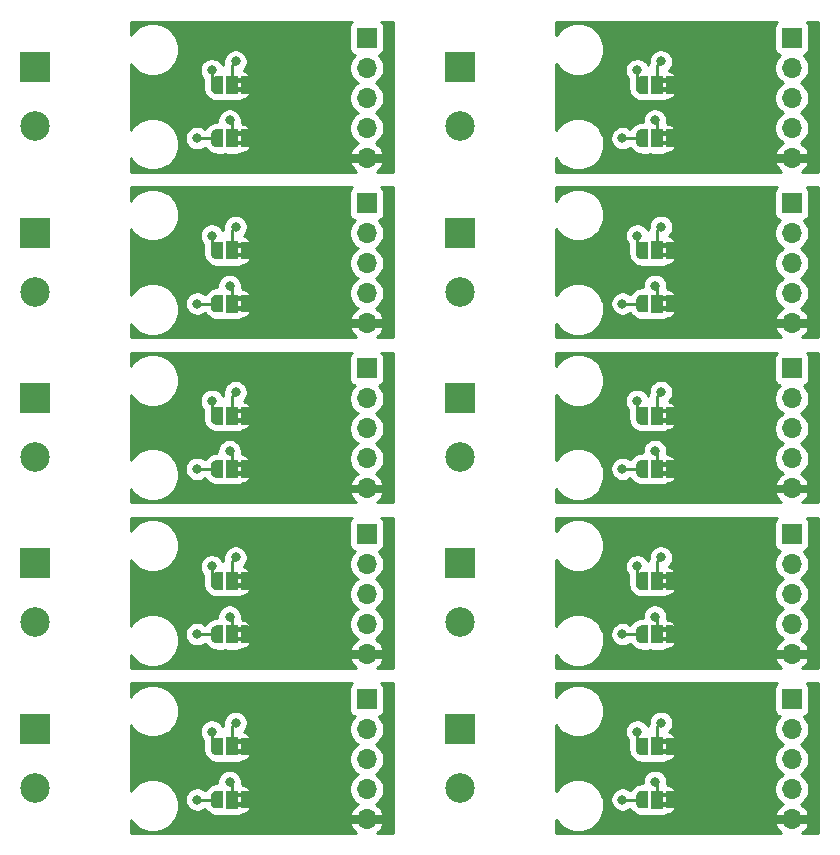
<source format=gbr>
%TF.GenerationSoftware,KiCad,Pcbnew,5.1.10*%
%TF.CreationDate,2021-11-07T07:50:52-05:00*%
%TF.ProjectId,CurrentSenseModule-RevB-10p,43757272-656e-4745-9365-6e73654d6f64,rev?*%
%TF.SameCoordinates,Original*%
%TF.FileFunction,Copper,L2,Bot*%
%TF.FilePolarity,Positive*%
%FSLAX46Y46*%
G04 Gerber Fmt 4.6, Leading zero omitted, Abs format (unit mm)*
G04 Created by KiCad (PCBNEW 5.1.10) date 2021-11-07 07:50:52*
%MOMM*%
%LPD*%
G01*
G04 APERTURE LIST*
%TA.AperFunction,EtchedComponent*%
%ADD10C,0.100000*%
%TD*%
%TA.AperFunction,SMDPad,CuDef*%
%ADD11C,0.100000*%
%TD*%
%TA.AperFunction,SMDPad,CuDef*%
%ADD12R,1.000000X1.500000*%
%TD*%
%TA.AperFunction,ComponentPad*%
%ADD13C,2.500000*%
%TD*%
%TA.AperFunction,ComponentPad*%
%ADD14R,2.500000X2.500000*%
%TD*%
%TA.AperFunction,ComponentPad*%
%ADD15O,1.700000X1.700000*%
%TD*%
%TA.AperFunction,ComponentPad*%
%ADD16R,1.700000X1.700000*%
%TD*%
%TA.AperFunction,ViaPad*%
%ADD17C,0.800000*%
%TD*%
%TA.AperFunction,Conductor*%
%ADD18C,0.250000*%
%TD*%
%TA.AperFunction,Conductor*%
%ADD19C,0.254000*%
%TD*%
%TA.AperFunction,Conductor*%
%ADD20C,0.100000*%
%TD*%
G04 APERTURE END LIST*
D10*
%TO.C,JP2*%
G36*
X122350000Y-70150000D02*
G01*
X121850000Y-70150000D01*
X121850000Y-70550000D01*
X122350000Y-70550000D01*
X122350000Y-70150000D01*
G37*
G36*
X122350000Y-70950000D02*
G01*
X121850000Y-70950000D01*
X121850000Y-71350000D01*
X122350000Y-71350000D01*
X122350000Y-70950000D01*
G37*
%TO.C,JP1*%
G36*
X122350000Y-65650000D02*
G01*
X121850000Y-65650000D01*
X121850000Y-66050000D01*
X122350000Y-66050000D01*
X122350000Y-65650000D01*
G37*
G36*
X122350000Y-66450000D02*
G01*
X121850000Y-66450000D01*
X121850000Y-66850000D01*
X122350000Y-66850000D01*
X122350000Y-66450000D01*
G37*
%TO.C,JP2*%
G36*
X122350000Y-84150000D02*
G01*
X121850000Y-84150000D01*
X121850000Y-84550000D01*
X122350000Y-84550000D01*
X122350000Y-84150000D01*
G37*
G36*
X122350000Y-84950000D02*
G01*
X121850000Y-84950000D01*
X121850000Y-85350000D01*
X122350000Y-85350000D01*
X122350000Y-84950000D01*
G37*
%TO.C,JP1*%
G36*
X122350000Y-79650000D02*
G01*
X121850000Y-79650000D01*
X121850000Y-80050000D01*
X122350000Y-80050000D01*
X122350000Y-79650000D01*
G37*
G36*
X122350000Y-80450000D02*
G01*
X121850000Y-80450000D01*
X121850000Y-80850000D01*
X122350000Y-80850000D01*
X122350000Y-80450000D01*
G37*
%TO.C,JP2*%
G36*
X158350000Y-70150000D02*
G01*
X157850000Y-70150000D01*
X157850000Y-70550000D01*
X158350000Y-70550000D01*
X158350000Y-70150000D01*
G37*
G36*
X158350000Y-70950000D02*
G01*
X157850000Y-70950000D01*
X157850000Y-71350000D01*
X158350000Y-71350000D01*
X158350000Y-70950000D01*
G37*
%TO.C,JP1*%
G36*
X158350000Y-65650000D02*
G01*
X157850000Y-65650000D01*
X157850000Y-66050000D01*
X158350000Y-66050000D01*
X158350000Y-65650000D01*
G37*
G36*
X158350000Y-66450000D02*
G01*
X157850000Y-66450000D01*
X157850000Y-66850000D01*
X158350000Y-66850000D01*
X158350000Y-66450000D01*
G37*
%TO.C,JP2*%
G36*
X158350000Y-84150000D02*
G01*
X157850000Y-84150000D01*
X157850000Y-84550000D01*
X158350000Y-84550000D01*
X158350000Y-84150000D01*
G37*
G36*
X158350000Y-84950000D02*
G01*
X157850000Y-84950000D01*
X157850000Y-85350000D01*
X158350000Y-85350000D01*
X158350000Y-84950000D01*
G37*
%TO.C,JP1*%
G36*
X158350000Y-79650000D02*
G01*
X157850000Y-79650000D01*
X157850000Y-80050000D01*
X158350000Y-80050000D01*
X158350000Y-79650000D01*
G37*
G36*
X158350000Y-80450000D02*
G01*
X157850000Y-80450000D01*
X157850000Y-80850000D01*
X158350000Y-80850000D01*
X158350000Y-80450000D01*
G37*
%TO.C,JP2*%
G36*
X122350000Y-98150000D02*
G01*
X121850000Y-98150000D01*
X121850000Y-98550000D01*
X122350000Y-98550000D01*
X122350000Y-98150000D01*
G37*
G36*
X122350000Y-98950000D02*
G01*
X121850000Y-98950000D01*
X121850000Y-99350000D01*
X122350000Y-99350000D01*
X122350000Y-98950000D01*
G37*
%TO.C,JP1*%
G36*
X122350000Y-93650000D02*
G01*
X121850000Y-93650000D01*
X121850000Y-94050000D01*
X122350000Y-94050000D01*
X122350000Y-93650000D01*
G37*
G36*
X122350000Y-94450000D02*
G01*
X121850000Y-94450000D01*
X121850000Y-94850000D01*
X122350000Y-94850000D01*
X122350000Y-94450000D01*
G37*
%TO.C,JP2*%
G36*
X158350000Y-98150000D02*
G01*
X157850000Y-98150000D01*
X157850000Y-98550000D01*
X158350000Y-98550000D01*
X158350000Y-98150000D01*
G37*
G36*
X158350000Y-98950000D02*
G01*
X157850000Y-98950000D01*
X157850000Y-99350000D01*
X158350000Y-99350000D01*
X158350000Y-98950000D01*
G37*
%TO.C,JP1*%
G36*
X158350000Y-93650000D02*
G01*
X157850000Y-93650000D01*
X157850000Y-94050000D01*
X158350000Y-94050000D01*
X158350000Y-93650000D01*
G37*
G36*
X158350000Y-94450000D02*
G01*
X157850000Y-94450000D01*
X157850000Y-94850000D01*
X158350000Y-94850000D01*
X158350000Y-94450000D01*
G37*
%TO.C,JP2*%
G36*
X122350000Y-112150000D02*
G01*
X121850000Y-112150000D01*
X121850000Y-112550000D01*
X122350000Y-112550000D01*
X122350000Y-112150000D01*
G37*
G36*
X122350000Y-112950000D02*
G01*
X121850000Y-112950000D01*
X121850000Y-113350000D01*
X122350000Y-113350000D01*
X122350000Y-112950000D01*
G37*
%TO.C,JP1*%
G36*
X122350000Y-107650000D02*
G01*
X121850000Y-107650000D01*
X121850000Y-108050000D01*
X122350000Y-108050000D01*
X122350000Y-107650000D01*
G37*
G36*
X122350000Y-108450000D02*
G01*
X121850000Y-108450000D01*
X121850000Y-108850000D01*
X122350000Y-108850000D01*
X122350000Y-108450000D01*
G37*
%TO.C,JP2*%
G36*
X158350000Y-112150000D02*
G01*
X157850000Y-112150000D01*
X157850000Y-112550000D01*
X158350000Y-112550000D01*
X158350000Y-112150000D01*
G37*
G36*
X158350000Y-112950000D02*
G01*
X157850000Y-112950000D01*
X157850000Y-113350000D01*
X158350000Y-113350000D01*
X158350000Y-112950000D01*
G37*
%TO.C,JP1*%
G36*
X158350000Y-107650000D02*
G01*
X157850000Y-107650000D01*
X157850000Y-108050000D01*
X158350000Y-108050000D01*
X158350000Y-107650000D01*
G37*
G36*
X158350000Y-108450000D02*
G01*
X157850000Y-108450000D01*
X157850000Y-108850000D01*
X158350000Y-108850000D01*
X158350000Y-108450000D01*
G37*
%TO.C,JP2*%
G36*
X122350000Y-126150000D02*
G01*
X121850000Y-126150000D01*
X121850000Y-126550000D01*
X122350000Y-126550000D01*
X122350000Y-126150000D01*
G37*
G36*
X122350000Y-126950000D02*
G01*
X121850000Y-126950000D01*
X121850000Y-127350000D01*
X122350000Y-127350000D01*
X122350000Y-126950000D01*
G37*
%TO.C,JP1*%
G36*
X122350000Y-121650000D02*
G01*
X121850000Y-121650000D01*
X121850000Y-122050000D01*
X122350000Y-122050000D01*
X122350000Y-121650000D01*
G37*
G36*
X122350000Y-122450000D02*
G01*
X121850000Y-122450000D01*
X121850000Y-122850000D01*
X122350000Y-122850000D01*
X122350000Y-122450000D01*
G37*
%TO.C,JP2*%
G36*
X158350000Y-126150000D02*
G01*
X157850000Y-126150000D01*
X157850000Y-126550000D01*
X158350000Y-126550000D01*
X158350000Y-126150000D01*
G37*
G36*
X158350000Y-126950000D02*
G01*
X157850000Y-126950000D01*
X157850000Y-127350000D01*
X158350000Y-127350000D01*
X158350000Y-126950000D01*
G37*
%TO.C,JP1*%
G36*
X158350000Y-121650000D02*
G01*
X157850000Y-121650000D01*
X157850000Y-122050000D01*
X158350000Y-122050000D01*
X158350000Y-121650000D01*
G37*
G36*
X158350000Y-122450000D02*
G01*
X157850000Y-122450000D01*
X157850000Y-122850000D01*
X158350000Y-122850000D01*
X158350000Y-122450000D01*
G37*
%TD*%
%TA.AperFunction,SMDPad,CuDef*%
D11*
%TO.P,JP2,1*%
%TO.N,GND*%
G36*
X122200000Y-70000000D02*
G01*
X122750000Y-70000000D01*
X122750000Y-70000602D01*
X122774534Y-70000602D01*
X122823365Y-70005412D01*
X122871490Y-70014984D01*
X122918445Y-70029228D01*
X122963778Y-70048005D01*
X123007051Y-70071136D01*
X123047850Y-70098396D01*
X123085779Y-70129524D01*
X123120476Y-70164221D01*
X123151604Y-70202150D01*
X123178864Y-70242949D01*
X123201995Y-70286222D01*
X123220772Y-70331555D01*
X123235016Y-70378510D01*
X123244588Y-70426635D01*
X123249398Y-70475466D01*
X123249398Y-70500000D01*
X123250000Y-70500000D01*
X123250000Y-71000000D01*
X123249398Y-71000000D01*
X123249398Y-71024534D01*
X123244588Y-71073365D01*
X123235016Y-71121490D01*
X123220772Y-71168445D01*
X123201995Y-71213778D01*
X123178864Y-71257051D01*
X123151604Y-71297850D01*
X123120476Y-71335779D01*
X123085779Y-71370476D01*
X123047850Y-71401604D01*
X123007051Y-71428864D01*
X122963778Y-71451995D01*
X122918445Y-71470772D01*
X122871490Y-71485016D01*
X122823365Y-71494588D01*
X122774534Y-71499398D01*
X122750000Y-71499398D01*
X122750000Y-71500000D01*
X122200000Y-71500000D01*
X122200000Y-70000000D01*
G37*
%TD.AperFunction*%
D12*
%TO.P,JP2,2*%
%TO.N,A0*%
X121450000Y-70750000D03*
%TA.AperFunction,SMDPad,CuDef*%
D11*
%TO.P,JP2,3*%
%TO.N,+3V3*%
G36*
X120150000Y-71499398D02*
G01*
X120125466Y-71499398D01*
X120076635Y-71494588D01*
X120028510Y-71485016D01*
X119981555Y-71470772D01*
X119936222Y-71451995D01*
X119892949Y-71428864D01*
X119852150Y-71401604D01*
X119814221Y-71370476D01*
X119779524Y-71335779D01*
X119748396Y-71297850D01*
X119721136Y-71257051D01*
X119698005Y-71213778D01*
X119679228Y-71168445D01*
X119664984Y-71121490D01*
X119655412Y-71073365D01*
X119650602Y-71024534D01*
X119650602Y-71000000D01*
X119650000Y-71000000D01*
X119650000Y-70500000D01*
X119650602Y-70500000D01*
X119650602Y-70475466D01*
X119655412Y-70426635D01*
X119664984Y-70378510D01*
X119679228Y-70331555D01*
X119698005Y-70286222D01*
X119721136Y-70242949D01*
X119748396Y-70202150D01*
X119779524Y-70164221D01*
X119814221Y-70129524D01*
X119852150Y-70098396D01*
X119892949Y-70071136D01*
X119936222Y-70048005D01*
X119981555Y-70029228D01*
X120028510Y-70014984D01*
X120076635Y-70005412D01*
X120125466Y-70000602D01*
X120150000Y-70000602D01*
X120150000Y-70000000D01*
X120700000Y-70000000D01*
X120700000Y-71500000D01*
X120150000Y-71500000D01*
X120150000Y-71499398D01*
G37*
%TD.AperFunction*%
%TD*%
%TA.AperFunction,SMDPad,CuDef*%
%TO.P,JP1,1*%
%TO.N,GND*%
G36*
X122200000Y-65500000D02*
G01*
X122750000Y-65500000D01*
X122750000Y-65500602D01*
X122774534Y-65500602D01*
X122823365Y-65505412D01*
X122871490Y-65514984D01*
X122918445Y-65529228D01*
X122963778Y-65548005D01*
X123007051Y-65571136D01*
X123047850Y-65598396D01*
X123085779Y-65629524D01*
X123120476Y-65664221D01*
X123151604Y-65702150D01*
X123178864Y-65742949D01*
X123201995Y-65786222D01*
X123220772Y-65831555D01*
X123235016Y-65878510D01*
X123244588Y-65926635D01*
X123249398Y-65975466D01*
X123249398Y-66000000D01*
X123250000Y-66000000D01*
X123250000Y-66500000D01*
X123249398Y-66500000D01*
X123249398Y-66524534D01*
X123244588Y-66573365D01*
X123235016Y-66621490D01*
X123220772Y-66668445D01*
X123201995Y-66713778D01*
X123178864Y-66757051D01*
X123151604Y-66797850D01*
X123120476Y-66835779D01*
X123085779Y-66870476D01*
X123047850Y-66901604D01*
X123007051Y-66928864D01*
X122963778Y-66951995D01*
X122918445Y-66970772D01*
X122871490Y-66985016D01*
X122823365Y-66994588D01*
X122774534Y-66999398D01*
X122750000Y-66999398D01*
X122750000Y-67000000D01*
X122200000Y-67000000D01*
X122200000Y-65500000D01*
G37*
%TD.AperFunction*%
D12*
%TO.P,JP1,2*%
%TO.N,A1*%
X121450000Y-66250000D03*
%TA.AperFunction,SMDPad,CuDef*%
D11*
%TO.P,JP1,3*%
%TO.N,+3V3*%
G36*
X120150000Y-66999398D02*
G01*
X120125466Y-66999398D01*
X120076635Y-66994588D01*
X120028510Y-66985016D01*
X119981555Y-66970772D01*
X119936222Y-66951995D01*
X119892949Y-66928864D01*
X119852150Y-66901604D01*
X119814221Y-66870476D01*
X119779524Y-66835779D01*
X119748396Y-66797850D01*
X119721136Y-66757051D01*
X119698005Y-66713778D01*
X119679228Y-66668445D01*
X119664984Y-66621490D01*
X119655412Y-66573365D01*
X119650602Y-66524534D01*
X119650602Y-66500000D01*
X119650000Y-66500000D01*
X119650000Y-66000000D01*
X119650602Y-66000000D01*
X119650602Y-65975466D01*
X119655412Y-65926635D01*
X119664984Y-65878510D01*
X119679228Y-65831555D01*
X119698005Y-65786222D01*
X119721136Y-65742949D01*
X119748396Y-65702150D01*
X119779524Y-65664221D01*
X119814221Y-65629524D01*
X119852150Y-65598396D01*
X119892949Y-65571136D01*
X119936222Y-65548005D01*
X119981555Y-65529228D01*
X120028510Y-65514984D01*
X120076635Y-65505412D01*
X120125466Y-65500602D01*
X120150000Y-65500602D01*
X120150000Y-65500000D01*
X120700000Y-65500000D01*
X120700000Y-67000000D01*
X120150000Y-67000000D01*
X120150000Y-66999398D01*
G37*
%TD.AperFunction*%
%TD*%
D13*
%TO.P,J2,2*%
%TO.N,Load-*%
X104750000Y-69750000D03*
D14*
%TO.P,J2,1*%
%TO.N,Load+*%
X104750000Y-64750000D03*
%TD*%
D15*
%TO.P,J1,5*%
%TO.N,GND*%
X132850000Y-72410000D03*
%TO.P,J1,4*%
%TO.N,!ALERT*%
X132850000Y-69870000D03*
%TO.P,J1,3*%
%TO.N,SCL*%
X132850000Y-67330000D03*
%TO.P,J1,2*%
%TO.N,SDA*%
X132850000Y-64790000D03*
D16*
%TO.P,J1,1*%
%TO.N,+3V3*%
X132850000Y-62250000D03*
%TD*%
%TA.AperFunction,SMDPad,CuDef*%
D11*
%TO.P,JP2,1*%
%TO.N,GND*%
G36*
X122200000Y-84000000D02*
G01*
X122750000Y-84000000D01*
X122750000Y-84000602D01*
X122774534Y-84000602D01*
X122823365Y-84005412D01*
X122871490Y-84014984D01*
X122918445Y-84029228D01*
X122963778Y-84048005D01*
X123007051Y-84071136D01*
X123047850Y-84098396D01*
X123085779Y-84129524D01*
X123120476Y-84164221D01*
X123151604Y-84202150D01*
X123178864Y-84242949D01*
X123201995Y-84286222D01*
X123220772Y-84331555D01*
X123235016Y-84378510D01*
X123244588Y-84426635D01*
X123249398Y-84475466D01*
X123249398Y-84500000D01*
X123250000Y-84500000D01*
X123250000Y-85000000D01*
X123249398Y-85000000D01*
X123249398Y-85024534D01*
X123244588Y-85073365D01*
X123235016Y-85121490D01*
X123220772Y-85168445D01*
X123201995Y-85213778D01*
X123178864Y-85257051D01*
X123151604Y-85297850D01*
X123120476Y-85335779D01*
X123085779Y-85370476D01*
X123047850Y-85401604D01*
X123007051Y-85428864D01*
X122963778Y-85451995D01*
X122918445Y-85470772D01*
X122871490Y-85485016D01*
X122823365Y-85494588D01*
X122774534Y-85499398D01*
X122750000Y-85499398D01*
X122750000Y-85500000D01*
X122200000Y-85500000D01*
X122200000Y-84000000D01*
G37*
%TD.AperFunction*%
D12*
%TO.P,JP2,2*%
%TO.N,A0*%
X121450000Y-84750000D03*
%TA.AperFunction,SMDPad,CuDef*%
D11*
%TO.P,JP2,3*%
%TO.N,+3V3*%
G36*
X120150000Y-85499398D02*
G01*
X120125466Y-85499398D01*
X120076635Y-85494588D01*
X120028510Y-85485016D01*
X119981555Y-85470772D01*
X119936222Y-85451995D01*
X119892949Y-85428864D01*
X119852150Y-85401604D01*
X119814221Y-85370476D01*
X119779524Y-85335779D01*
X119748396Y-85297850D01*
X119721136Y-85257051D01*
X119698005Y-85213778D01*
X119679228Y-85168445D01*
X119664984Y-85121490D01*
X119655412Y-85073365D01*
X119650602Y-85024534D01*
X119650602Y-85000000D01*
X119650000Y-85000000D01*
X119650000Y-84500000D01*
X119650602Y-84500000D01*
X119650602Y-84475466D01*
X119655412Y-84426635D01*
X119664984Y-84378510D01*
X119679228Y-84331555D01*
X119698005Y-84286222D01*
X119721136Y-84242949D01*
X119748396Y-84202150D01*
X119779524Y-84164221D01*
X119814221Y-84129524D01*
X119852150Y-84098396D01*
X119892949Y-84071136D01*
X119936222Y-84048005D01*
X119981555Y-84029228D01*
X120028510Y-84014984D01*
X120076635Y-84005412D01*
X120125466Y-84000602D01*
X120150000Y-84000602D01*
X120150000Y-84000000D01*
X120700000Y-84000000D01*
X120700000Y-85500000D01*
X120150000Y-85500000D01*
X120150000Y-85499398D01*
G37*
%TD.AperFunction*%
%TD*%
%TA.AperFunction,SMDPad,CuDef*%
%TO.P,JP1,1*%
%TO.N,GND*%
G36*
X122200000Y-79500000D02*
G01*
X122750000Y-79500000D01*
X122750000Y-79500602D01*
X122774534Y-79500602D01*
X122823365Y-79505412D01*
X122871490Y-79514984D01*
X122918445Y-79529228D01*
X122963778Y-79548005D01*
X123007051Y-79571136D01*
X123047850Y-79598396D01*
X123085779Y-79629524D01*
X123120476Y-79664221D01*
X123151604Y-79702150D01*
X123178864Y-79742949D01*
X123201995Y-79786222D01*
X123220772Y-79831555D01*
X123235016Y-79878510D01*
X123244588Y-79926635D01*
X123249398Y-79975466D01*
X123249398Y-80000000D01*
X123250000Y-80000000D01*
X123250000Y-80500000D01*
X123249398Y-80500000D01*
X123249398Y-80524534D01*
X123244588Y-80573365D01*
X123235016Y-80621490D01*
X123220772Y-80668445D01*
X123201995Y-80713778D01*
X123178864Y-80757051D01*
X123151604Y-80797850D01*
X123120476Y-80835779D01*
X123085779Y-80870476D01*
X123047850Y-80901604D01*
X123007051Y-80928864D01*
X122963778Y-80951995D01*
X122918445Y-80970772D01*
X122871490Y-80985016D01*
X122823365Y-80994588D01*
X122774534Y-80999398D01*
X122750000Y-80999398D01*
X122750000Y-81000000D01*
X122200000Y-81000000D01*
X122200000Y-79500000D01*
G37*
%TD.AperFunction*%
D12*
%TO.P,JP1,2*%
%TO.N,A1*%
X121450000Y-80250000D03*
%TA.AperFunction,SMDPad,CuDef*%
D11*
%TO.P,JP1,3*%
%TO.N,+3V3*%
G36*
X120150000Y-80999398D02*
G01*
X120125466Y-80999398D01*
X120076635Y-80994588D01*
X120028510Y-80985016D01*
X119981555Y-80970772D01*
X119936222Y-80951995D01*
X119892949Y-80928864D01*
X119852150Y-80901604D01*
X119814221Y-80870476D01*
X119779524Y-80835779D01*
X119748396Y-80797850D01*
X119721136Y-80757051D01*
X119698005Y-80713778D01*
X119679228Y-80668445D01*
X119664984Y-80621490D01*
X119655412Y-80573365D01*
X119650602Y-80524534D01*
X119650602Y-80500000D01*
X119650000Y-80500000D01*
X119650000Y-80000000D01*
X119650602Y-80000000D01*
X119650602Y-79975466D01*
X119655412Y-79926635D01*
X119664984Y-79878510D01*
X119679228Y-79831555D01*
X119698005Y-79786222D01*
X119721136Y-79742949D01*
X119748396Y-79702150D01*
X119779524Y-79664221D01*
X119814221Y-79629524D01*
X119852150Y-79598396D01*
X119892949Y-79571136D01*
X119936222Y-79548005D01*
X119981555Y-79529228D01*
X120028510Y-79514984D01*
X120076635Y-79505412D01*
X120125466Y-79500602D01*
X120150000Y-79500602D01*
X120150000Y-79500000D01*
X120700000Y-79500000D01*
X120700000Y-81000000D01*
X120150000Y-81000000D01*
X120150000Y-80999398D01*
G37*
%TD.AperFunction*%
%TD*%
D13*
%TO.P,J2,2*%
%TO.N,Load-*%
X104750000Y-83750000D03*
D14*
%TO.P,J2,1*%
%TO.N,Load+*%
X104750000Y-78750000D03*
%TD*%
D15*
%TO.P,J1,5*%
%TO.N,GND*%
X132850000Y-86410000D03*
%TO.P,J1,4*%
%TO.N,!ALERT*%
X132850000Y-83870000D03*
%TO.P,J1,3*%
%TO.N,SCL*%
X132850000Y-81330000D03*
%TO.P,J1,2*%
%TO.N,SDA*%
X132850000Y-78790000D03*
D16*
%TO.P,J1,1*%
%TO.N,+3V3*%
X132850000Y-76250000D03*
%TD*%
%TA.AperFunction,SMDPad,CuDef*%
D11*
%TO.P,JP2,1*%
%TO.N,GND*%
G36*
X158200000Y-70000000D02*
G01*
X158750000Y-70000000D01*
X158750000Y-70000602D01*
X158774534Y-70000602D01*
X158823365Y-70005412D01*
X158871490Y-70014984D01*
X158918445Y-70029228D01*
X158963778Y-70048005D01*
X159007051Y-70071136D01*
X159047850Y-70098396D01*
X159085779Y-70129524D01*
X159120476Y-70164221D01*
X159151604Y-70202150D01*
X159178864Y-70242949D01*
X159201995Y-70286222D01*
X159220772Y-70331555D01*
X159235016Y-70378510D01*
X159244588Y-70426635D01*
X159249398Y-70475466D01*
X159249398Y-70500000D01*
X159250000Y-70500000D01*
X159250000Y-71000000D01*
X159249398Y-71000000D01*
X159249398Y-71024534D01*
X159244588Y-71073365D01*
X159235016Y-71121490D01*
X159220772Y-71168445D01*
X159201995Y-71213778D01*
X159178864Y-71257051D01*
X159151604Y-71297850D01*
X159120476Y-71335779D01*
X159085779Y-71370476D01*
X159047850Y-71401604D01*
X159007051Y-71428864D01*
X158963778Y-71451995D01*
X158918445Y-71470772D01*
X158871490Y-71485016D01*
X158823365Y-71494588D01*
X158774534Y-71499398D01*
X158750000Y-71499398D01*
X158750000Y-71500000D01*
X158200000Y-71500000D01*
X158200000Y-70000000D01*
G37*
%TD.AperFunction*%
D12*
%TO.P,JP2,2*%
%TO.N,A0*%
X157450000Y-70750000D03*
%TA.AperFunction,SMDPad,CuDef*%
D11*
%TO.P,JP2,3*%
%TO.N,+3V3*%
G36*
X156150000Y-71499398D02*
G01*
X156125466Y-71499398D01*
X156076635Y-71494588D01*
X156028510Y-71485016D01*
X155981555Y-71470772D01*
X155936222Y-71451995D01*
X155892949Y-71428864D01*
X155852150Y-71401604D01*
X155814221Y-71370476D01*
X155779524Y-71335779D01*
X155748396Y-71297850D01*
X155721136Y-71257051D01*
X155698005Y-71213778D01*
X155679228Y-71168445D01*
X155664984Y-71121490D01*
X155655412Y-71073365D01*
X155650602Y-71024534D01*
X155650602Y-71000000D01*
X155650000Y-71000000D01*
X155650000Y-70500000D01*
X155650602Y-70500000D01*
X155650602Y-70475466D01*
X155655412Y-70426635D01*
X155664984Y-70378510D01*
X155679228Y-70331555D01*
X155698005Y-70286222D01*
X155721136Y-70242949D01*
X155748396Y-70202150D01*
X155779524Y-70164221D01*
X155814221Y-70129524D01*
X155852150Y-70098396D01*
X155892949Y-70071136D01*
X155936222Y-70048005D01*
X155981555Y-70029228D01*
X156028510Y-70014984D01*
X156076635Y-70005412D01*
X156125466Y-70000602D01*
X156150000Y-70000602D01*
X156150000Y-70000000D01*
X156700000Y-70000000D01*
X156700000Y-71500000D01*
X156150000Y-71500000D01*
X156150000Y-71499398D01*
G37*
%TD.AperFunction*%
%TD*%
%TA.AperFunction,SMDPad,CuDef*%
%TO.P,JP1,1*%
%TO.N,GND*%
G36*
X158200000Y-65500000D02*
G01*
X158750000Y-65500000D01*
X158750000Y-65500602D01*
X158774534Y-65500602D01*
X158823365Y-65505412D01*
X158871490Y-65514984D01*
X158918445Y-65529228D01*
X158963778Y-65548005D01*
X159007051Y-65571136D01*
X159047850Y-65598396D01*
X159085779Y-65629524D01*
X159120476Y-65664221D01*
X159151604Y-65702150D01*
X159178864Y-65742949D01*
X159201995Y-65786222D01*
X159220772Y-65831555D01*
X159235016Y-65878510D01*
X159244588Y-65926635D01*
X159249398Y-65975466D01*
X159249398Y-66000000D01*
X159250000Y-66000000D01*
X159250000Y-66500000D01*
X159249398Y-66500000D01*
X159249398Y-66524534D01*
X159244588Y-66573365D01*
X159235016Y-66621490D01*
X159220772Y-66668445D01*
X159201995Y-66713778D01*
X159178864Y-66757051D01*
X159151604Y-66797850D01*
X159120476Y-66835779D01*
X159085779Y-66870476D01*
X159047850Y-66901604D01*
X159007051Y-66928864D01*
X158963778Y-66951995D01*
X158918445Y-66970772D01*
X158871490Y-66985016D01*
X158823365Y-66994588D01*
X158774534Y-66999398D01*
X158750000Y-66999398D01*
X158750000Y-67000000D01*
X158200000Y-67000000D01*
X158200000Y-65500000D01*
G37*
%TD.AperFunction*%
D12*
%TO.P,JP1,2*%
%TO.N,A1*%
X157450000Y-66250000D03*
%TA.AperFunction,SMDPad,CuDef*%
D11*
%TO.P,JP1,3*%
%TO.N,+3V3*%
G36*
X156150000Y-66999398D02*
G01*
X156125466Y-66999398D01*
X156076635Y-66994588D01*
X156028510Y-66985016D01*
X155981555Y-66970772D01*
X155936222Y-66951995D01*
X155892949Y-66928864D01*
X155852150Y-66901604D01*
X155814221Y-66870476D01*
X155779524Y-66835779D01*
X155748396Y-66797850D01*
X155721136Y-66757051D01*
X155698005Y-66713778D01*
X155679228Y-66668445D01*
X155664984Y-66621490D01*
X155655412Y-66573365D01*
X155650602Y-66524534D01*
X155650602Y-66500000D01*
X155650000Y-66500000D01*
X155650000Y-66000000D01*
X155650602Y-66000000D01*
X155650602Y-65975466D01*
X155655412Y-65926635D01*
X155664984Y-65878510D01*
X155679228Y-65831555D01*
X155698005Y-65786222D01*
X155721136Y-65742949D01*
X155748396Y-65702150D01*
X155779524Y-65664221D01*
X155814221Y-65629524D01*
X155852150Y-65598396D01*
X155892949Y-65571136D01*
X155936222Y-65548005D01*
X155981555Y-65529228D01*
X156028510Y-65514984D01*
X156076635Y-65505412D01*
X156125466Y-65500602D01*
X156150000Y-65500602D01*
X156150000Y-65500000D01*
X156700000Y-65500000D01*
X156700000Y-67000000D01*
X156150000Y-67000000D01*
X156150000Y-66999398D01*
G37*
%TD.AperFunction*%
%TD*%
D13*
%TO.P,J2,2*%
%TO.N,Load-*%
X140750000Y-69750000D03*
D14*
%TO.P,J2,1*%
%TO.N,Load+*%
X140750000Y-64750000D03*
%TD*%
D15*
%TO.P,J1,5*%
%TO.N,GND*%
X168850000Y-72410000D03*
%TO.P,J1,4*%
%TO.N,!ALERT*%
X168850000Y-69870000D03*
%TO.P,J1,3*%
%TO.N,SCL*%
X168850000Y-67330000D03*
%TO.P,J1,2*%
%TO.N,SDA*%
X168850000Y-64790000D03*
D16*
%TO.P,J1,1*%
%TO.N,+3V3*%
X168850000Y-62250000D03*
%TD*%
%TA.AperFunction,SMDPad,CuDef*%
D11*
%TO.P,JP2,1*%
%TO.N,GND*%
G36*
X158200000Y-84000000D02*
G01*
X158750000Y-84000000D01*
X158750000Y-84000602D01*
X158774534Y-84000602D01*
X158823365Y-84005412D01*
X158871490Y-84014984D01*
X158918445Y-84029228D01*
X158963778Y-84048005D01*
X159007051Y-84071136D01*
X159047850Y-84098396D01*
X159085779Y-84129524D01*
X159120476Y-84164221D01*
X159151604Y-84202150D01*
X159178864Y-84242949D01*
X159201995Y-84286222D01*
X159220772Y-84331555D01*
X159235016Y-84378510D01*
X159244588Y-84426635D01*
X159249398Y-84475466D01*
X159249398Y-84500000D01*
X159250000Y-84500000D01*
X159250000Y-85000000D01*
X159249398Y-85000000D01*
X159249398Y-85024534D01*
X159244588Y-85073365D01*
X159235016Y-85121490D01*
X159220772Y-85168445D01*
X159201995Y-85213778D01*
X159178864Y-85257051D01*
X159151604Y-85297850D01*
X159120476Y-85335779D01*
X159085779Y-85370476D01*
X159047850Y-85401604D01*
X159007051Y-85428864D01*
X158963778Y-85451995D01*
X158918445Y-85470772D01*
X158871490Y-85485016D01*
X158823365Y-85494588D01*
X158774534Y-85499398D01*
X158750000Y-85499398D01*
X158750000Y-85500000D01*
X158200000Y-85500000D01*
X158200000Y-84000000D01*
G37*
%TD.AperFunction*%
D12*
%TO.P,JP2,2*%
%TO.N,A0*%
X157450000Y-84750000D03*
%TA.AperFunction,SMDPad,CuDef*%
D11*
%TO.P,JP2,3*%
%TO.N,+3V3*%
G36*
X156150000Y-85499398D02*
G01*
X156125466Y-85499398D01*
X156076635Y-85494588D01*
X156028510Y-85485016D01*
X155981555Y-85470772D01*
X155936222Y-85451995D01*
X155892949Y-85428864D01*
X155852150Y-85401604D01*
X155814221Y-85370476D01*
X155779524Y-85335779D01*
X155748396Y-85297850D01*
X155721136Y-85257051D01*
X155698005Y-85213778D01*
X155679228Y-85168445D01*
X155664984Y-85121490D01*
X155655412Y-85073365D01*
X155650602Y-85024534D01*
X155650602Y-85000000D01*
X155650000Y-85000000D01*
X155650000Y-84500000D01*
X155650602Y-84500000D01*
X155650602Y-84475466D01*
X155655412Y-84426635D01*
X155664984Y-84378510D01*
X155679228Y-84331555D01*
X155698005Y-84286222D01*
X155721136Y-84242949D01*
X155748396Y-84202150D01*
X155779524Y-84164221D01*
X155814221Y-84129524D01*
X155852150Y-84098396D01*
X155892949Y-84071136D01*
X155936222Y-84048005D01*
X155981555Y-84029228D01*
X156028510Y-84014984D01*
X156076635Y-84005412D01*
X156125466Y-84000602D01*
X156150000Y-84000602D01*
X156150000Y-84000000D01*
X156700000Y-84000000D01*
X156700000Y-85500000D01*
X156150000Y-85500000D01*
X156150000Y-85499398D01*
G37*
%TD.AperFunction*%
%TD*%
%TA.AperFunction,SMDPad,CuDef*%
%TO.P,JP1,1*%
%TO.N,GND*%
G36*
X158200000Y-79500000D02*
G01*
X158750000Y-79500000D01*
X158750000Y-79500602D01*
X158774534Y-79500602D01*
X158823365Y-79505412D01*
X158871490Y-79514984D01*
X158918445Y-79529228D01*
X158963778Y-79548005D01*
X159007051Y-79571136D01*
X159047850Y-79598396D01*
X159085779Y-79629524D01*
X159120476Y-79664221D01*
X159151604Y-79702150D01*
X159178864Y-79742949D01*
X159201995Y-79786222D01*
X159220772Y-79831555D01*
X159235016Y-79878510D01*
X159244588Y-79926635D01*
X159249398Y-79975466D01*
X159249398Y-80000000D01*
X159250000Y-80000000D01*
X159250000Y-80500000D01*
X159249398Y-80500000D01*
X159249398Y-80524534D01*
X159244588Y-80573365D01*
X159235016Y-80621490D01*
X159220772Y-80668445D01*
X159201995Y-80713778D01*
X159178864Y-80757051D01*
X159151604Y-80797850D01*
X159120476Y-80835779D01*
X159085779Y-80870476D01*
X159047850Y-80901604D01*
X159007051Y-80928864D01*
X158963778Y-80951995D01*
X158918445Y-80970772D01*
X158871490Y-80985016D01*
X158823365Y-80994588D01*
X158774534Y-80999398D01*
X158750000Y-80999398D01*
X158750000Y-81000000D01*
X158200000Y-81000000D01*
X158200000Y-79500000D01*
G37*
%TD.AperFunction*%
D12*
%TO.P,JP1,2*%
%TO.N,A1*%
X157450000Y-80250000D03*
%TA.AperFunction,SMDPad,CuDef*%
D11*
%TO.P,JP1,3*%
%TO.N,+3V3*%
G36*
X156150000Y-80999398D02*
G01*
X156125466Y-80999398D01*
X156076635Y-80994588D01*
X156028510Y-80985016D01*
X155981555Y-80970772D01*
X155936222Y-80951995D01*
X155892949Y-80928864D01*
X155852150Y-80901604D01*
X155814221Y-80870476D01*
X155779524Y-80835779D01*
X155748396Y-80797850D01*
X155721136Y-80757051D01*
X155698005Y-80713778D01*
X155679228Y-80668445D01*
X155664984Y-80621490D01*
X155655412Y-80573365D01*
X155650602Y-80524534D01*
X155650602Y-80500000D01*
X155650000Y-80500000D01*
X155650000Y-80000000D01*
X155650602Y-80000000D01*
X155650602Y-79975466D01*
X155655412Y-79926635D01*
X155664984Y-79878510D01*
X155679228Y-79831555D01*
X155698005Y-79786222D01*
X155721136Y-79742949D01*
X155748396Y-79702150D01*
X155779524Y-79664221D01*
X155814221Y-79629524D01*
X155852150Y-79598396D01*
X155892949Y-79571136D01*
X155936222Y-79548005D01*
X155981555Y-79529228D01*
X156028510Y-79514984D01*
X156076635Y-79505412D01*
X156125466Y-79500602D01*
X156150000Y-79500602D01*
X156150000Y-79500000D01*
X156700000Y-79500000D01*
X156700000Y-81000000D01*
X156150000Y-81000000D01*
X156150000Y-80999398D01*
G37*
%TD.AperFunction*%
%TD*%
D13*
%TO.P,J2,2*%
%TO.N,Load-*%
X140750000Y-83750000D03*
D14*
%TO.P,J2,1*%
%TO.N,Load+*%
X140750000Y-78750000D03*
%TD*%
D15*
%TO.P,J1,5*%
%TO.N,GND*%
X168850000Y-86410000D03*
%TO.P,J1,4*%
%TO.N,!ALERT*%
X168850000Y-83870000D03*
%TO.P,J1,3*%
%TO.N,SCL*%
X168850000Y-81330000D03*
%TO.P,J1,2*%
%TO.N,SDA*%
X168850000Y-78790000D03*
D16*
%TO.P,J1,1*%
%TO.N,+3V3*%
X168850000Y-76250000D03*
%TD*%
%TA.AperFunction,SMDPad,CuDef*%
D11*
%TO.P,JP2,1*%
%TO.N,GND*%
G36*
X122200000Y-98000000D02*
G01*
X122750000Y-98000000D01*
X122750000Y-98000602D01*
X122774534Y-98000602D01*
X122823365Y-98005412D01*
X122871490Y-98014984D01*
X122918445Y-98029228D01*
X122963778Y-98048005D01*
X123007051Y-98071136D01*
X123047850Y-98098396D01*
X123085779Y-98129524D01*
X123120476Y-98164221D01*
X123151604Y-98202150D01*
X123178864Y-98242949D01*
X123201995Y-98286222D01*
X123220772Y-98331555D01*
X123235016Y-98378510D01*
X123244588Y-98426635D01*
X123249398Y-98475466D01*
X123249398Y-98500000D01*
X123250000Y-98500000D01*
X123250000Y-99000000D01*
X123249398Y-99000000D01*
X123249398Y-99024534D01*
X123244588Y-99073365D01*
X123235016Y-99121490D01*
X123220772Y-99168445D01*
X123201995Y-99213778D01*
X123178864Y-99257051D01*
X123151604Y-99297850D01*
X123120476Y-99335779D01*
X123085779Y-99370476D01*
X123047850Y-99401604D01*
X123007051Y-99428864D01*
X122963778Y-99451995D01*
X122918445Y-99470772D01*
X122871490Y-99485016D01*
X122823365Y-99494588D01*
X122774534Y-99499398D01*
X122750000Y-99499398D01*
X122750000Y-99500000D01*
X122200000Y-99500000D01*
X122200000Y-98000000D01*
G37*
%TD.AperFunction*%
D12*
%TO.P,JP2,2*%
%TO.N,A0*%
X121450000Y-98750000D03*
%TA.AperFunction,SMDPad,CuDef*%
D11*
%TO.P,JP2,3*%
%TO.N,+3V3*%
G36*
X120150000Y-99499398D02*
G01*
X120125466Y-99499398D01*
X120076635Y-99494588D01*
X120028510Y-99485016D01*
X119981555Y-99470772D01*
X119936222Y-99451995D01*
X119892949Y-99428864D01*
X119852150Y-99401604D01*
X119814221Y-99370476D01*
X119779524Y-99335779D01*
X119748396Y-99297850D01*
X119721136Y-99257051D01*
X119698005Y-99213778D01*
X119679228Y-99168445D01*
X119664984Y-99121490D01*
X119655412Y-99073365D01*
X119650602Y-99024534D01*
X119650602Y-99000000D01*
X119650000Y-99000000D01*
X119650000Y-98500000D01*
X119650602Y-98500000D01*
X119650602Y-98475466D01*
X119655412Y-98426635D01*
X119664984Y-98378510D01*
X119679228Y-98331555D01*
X119698005Y-98286222D01*
X119721136Y-98242949D01*
X119748396Y-98202150D01*
X119779524Y-98164221D01*
X119814221Y-98129524D01*
X119852150Y-98098396D01*
X119892949Y-98071136D01*
X119936222Y-98048005D01*
X119981555Y-98029228D01*
X120028510Y-98014984D01*
X120076635Y-98005412D01*
X120125466Y-98000602D01*
X120150000Y-98000602D01*
X120150000Y-98000000D01*
X120700000Y-98000000D01*
X120700000Y-99500000D01*
X120150000Y-99500000D01*
X120150000Y-99499398D01*
G37*
%TD.AperFunction*%
%TD*%
%TA.AperFunction,SMDPad,CuDef*%
%TO.P,JP1,1*%
%TO.N,GND*%
G36*
X122200000Y-93500000D02*
G01*
X122750000Y-93500000D01*
X122750000Y-93500602D01*
X122774534Y-93500602D01*
X122823365Y-93505412D01*
X122871490Y-93514984D01*
X122918445Y-93529228D01*
X122963778Y-93548005D01*
X123007051Y-93571136D01*
X123047850Y-93598396D01*
X123085779Y-93629524D01*
X123120476Y-93664221D01*
X123151604Y-93702150D01*
X123178864Y-93742949D01*
X123201995Y-93786222D01*
X123220772Y-93831555D01*
X123235016Y-93878510D01*
X123244588Y-93926635D01*
X123249398Y-93975466D01*
X123249398Y-94000000D01*
X123250000Y-94000000D01*
X123250000Y-94500000D01*
X123249398Y-94500000D01*
X123249398Y-94524534D01*
X123244588Y-94573365D01*
X123235016Y-94621490D01*
X123220772Y-94668445D01*
X123201995Y-94713778D01*
X123178864Y-94757051D01*
X123151604Y-94797850D01*
X123120476Y-94835779D01*
X123085779Y-94870476D01*
X123047850Y-94901604D01*
X123007051Y-94928864D01*
X122963778Y-94951995D01*
X122918445Y-94970772D01*
X122871490Y-94985016D01*
X122823365Y-94994588D01*
X122774534Y-94999398D01*
X122750000Y-94999398D01*
X122750000Y-95000000D01*
X122200000Y-95000000D01*
X122200000Y-93500000D01*
G37*
%TD.AperFunction*%
D12*
%TO.P,JP1,2*%
%TO.N,A1*%
X121450000Y-94250000D03*
%TA.AperFunction,SMDPad,CuDef*%
D11*
%TO.P,JP1,3*%
%TO.N,+3V3*%
G36*
X120150000Y-94999398D02*
G01*
X120125466Y-94999398D01*
X120076635Y-94994588D01*
X120028510Y-94985016D01*
X119981555Y-94970772D01*
X119936222Y-94951995D01*
X119892949Y-94928864D01*
X119852150Y-94901604D01*
X119814221Y-94870476D01*
X119779524Y-94835779D01*
X119748396Y-94797850D01*
X119721136Y-94757051D01*
X119698005Y-94713778D01*
X119679228Y-94668445D01*
X119664984Y-94621490D01*
X119655412Y-94573365D01*
X119650602Y-94524534D01*
X119650602Y-94500000D01*
X119650000Y-94500000D01*
X119650000Y-94000000D01*
X119650602Y-94000000D01*
X119650602Y-93975466D01*
X119655412Y-93926635D01*
X119664984Y-93878510D01*
X119679228Y-93831555D01*
X119698005Y-93786222D01*
X119721136Y-93742949D01*
X119748396Y-93702150D01*
X119779524Y-93664221D01*
X119814221Y-93629524D01*
X119852150Y-93598396D01*
X119892949Y-93571136D01*
X119936222Y-93548005D01*
X119981555Y-93529228D01*
X120028510Y-93514984D01*
X120076635Y-93505412D01*
X120125466Y-93500602D01*
X120150000Y-93500602D01*
X120150000Y-93500000D01*
X120700000Y-93500000D01*
X120700000Y-95000000D01*
X120150000Y-95000000D01*
X120150000Y-94999398D01*
G37*
%TD.AperFunction*%
%TD*%
D13*
%TO.P,J2,2*%
%TO.N,Load-*%
X104750000Y-97750000D03*
D14*
%TO.P,J2,1*%
%TO.N,Load+*%
X104750000Y-92750000D03*
%TD*%
D15*
%TO.P,J1,5*%
%TO.N,GND*%
X132850000Y-100410000D03*
%TO.P,J1,4*%
%TO.N,!ALERT*%
X132850000Y-97870000D03*
%TO.P,J1,3*%
%TO.N,SCL*%
X132850000Y-95330000D03*
%TO.P,J1,2*%
%TO.N,SDA*%
X132850000Y-92790000D03*
D16*
%TO.P,J1,1*%
%TO.N,+3V3*%
X132850000Y-90250000D03*
%TD*%
%TA.AperFunction,SMDPad,CuDef*%
D11*
%TO.P,JP2,1*%
%TO.N,GND*%
G36*
X158200000Y-98000000D02*
G01*
X158750000Y-98000000D01*
X158750000Y-98000602D01*
X158774534Y-98000602D01*
X158823365Y-98005412D01*
X158871490Y-98014984D01*
X158918445Y-98029228D01*
X158963778Y-98048005D01*
X159007051Y-98071136D01*
X159047850Y-98098396D01*
X159085779Y-98129524D01*
X159120476Y-98164221D01*
X159151604Y-98202150D01*
X159178864Y-98242949D01*
X159201995Y-98286222D01*
X159220772Y-98331555D01*
X159235016Y-98378510D01*
X159244588Y-98426635D01*
X159249398Y-98475466D01*
X159249398Y-98500000D01*
X159250000Y-98500000D01*
X159250000Y-99000000D01*
X159249398Y-99000000D01*
X159249398Y-99024534D01*
X159244588Y-99073365D01*
X159235016Y-99121490D01*
X159220772Y-99168445D01*
X159201995Y-99213778D01*
X159178864Y-99257051D01*
X159151604Y-99297850D01*
X159120476Y-99335779D01*
X159085779Y-99370476D01*
X159047850Y-99401604D01*
X159007051Y-99428864D01*
X158963778Y-99451995D01*
X158918445Y-99470772D01*
X158871490Y-99485016D01*
X158823365Y-99494588D01*
X158774534Y-99499398D01*
X158750000Y-99499398D01*
X158750000Y-99500000D01*
X158200000Y-99500000D01*
X158200000Y-98000000D01*
G37*
%TD.AperFunction*%
D12*
%TO.P,JP2,2*%
%TO.N,A0*%
X157450000Y-98750000D03*
%TA.AperFunction,SMDPad,CuDef*%
D11*
%TO.P,JP2,3*%
%TO.N,+3V3*%
G36*
X156150000Y-99499398D02*
G01*
X156125466Y-99499398D01*
X156076635Y-99494588D01*
X156028510Y-99485016D01*
X155981555Y-99470772D01*
X155936222Y-99451995D01*
X155892949Y-99428864D01*
X155852150Y-99401604D01*
X155814221Y-99370476D01*
X155779524Y-99335779D01*
X155748396Y-99297850D01*
X155721136Y-99257051D01*
X155698005Y-99213778D01*
X155679228Y-99168445D01*
X155664984Y-99121490D01*
X155655412Y-99073365D01*
X155650602Y-99024534D01*
X155650602Y-99000000D01*
X155650000Y-99000000D01*
X155650000Y-98500000D01*
X155650602Y-98500000D01*
X155650602Y-98475466D01*
X155655412Y-98426635D01*
X155664984Y-98378510D01*
X155679228Y-98331555D01*
X155698005Y-98286222D01*
X155721136Y-98242949D01*
X155748396Y-98202150D01*
X155779524Y-98164221D01*
X155814221Y-98129524D01*
X155852150Y-98098396D01*
X155892949Y-98071136D01*
X155936222Y-98048005D01*
X155981555Y-98029228D01*
X156028510Y-98014984D01*
X156076635Y-98005412D01*
X156125466Y-98000602D01*
X156150000Y-98000602D01*
X156150000Y-98000000D01*
X156700000Y-98000000D01*
X156700000Y-99500000D01*
X156150000Y-99500000D01*
X156150000Y-99499398D01*
G37*
%TD.AperFunction*%
%TD*%
%TA.AperFunction,SMDPad,CuDef*%
%TO.P,JP1,1*%
%TO.N,GND*%
G36*
X158200000Y-93500000D02*
G01*
X158750000Y-93500000D01*
X158750000Y-93500602D01*
X158774534Y-93500602D01*
X158823365Y-93505412D01*
X158871490Y-93514984D01*
X158918445Y-93529228D01*
X158963778Y-93548005D01*
X159007051Y-93571136D01*
X159047850Y-93598396D01*
X159085779Y-93629524D01*
X159120476Y-93664221D01*
X159151604Y-93702150D01*
X159178864Y-93742949D01*
X159201995Y-93786222D01*
X159220772Y-93831555D01*
X159235016Y-93878510D01*
X159244588Y-93926635D01*
X159249398Y-93975466D01*
X159249398Y-94000000D01*
X159250000Y-94000000D01*
X159250000Y-94500000D01*
X159249398Y-94500000D01*
X159249398Y-94524534D01*
X159244588Y-94573365D01*
X159235016Y-94621490D01*
X159220772Y-94668445D01*
X159201995Y-94713778D01*
X159178864Y-94757051D01*
X159151604Y-94797850D01*
X159120476Y-94835779D01*
X159085779Y-94870476D01*
X159047850Y-94901604D01*
X159007051Y-94928864D01*
X158963778Y-94951995D01*
X158918445Y-94970772D01*
X158871490Y-94985016D01*
X158823365Y-94994588D01*
X158774534Y-94999398D01*
X158750000Y-94999398D01*
X158750000Y-95000000D01*
X158200000Y-95000000D01*
X158200000Y-93500000D01*
G37*
%TD.AperFunction*%
D12*
%TO.P,JP1,2*%
%TO.N,A1*%
X157450000Y-94250000D03*
%TA.AperFunction,SMDPad,CuDef*%
D11*
%TO.P,JP1,3*%
%TO.N,+3V3*%
G36*
X156150000Y-94999398D02*
G01*
X156125466Y-94999398D01*
X156076635Y-94994588D01*
X156028510Y-94985016D01*
X155981555Y-94970772D01*
X155936222Y-94951995D01*
X155892949Y-94928864D01*
X155852150Y-94901604D01*
X155814221Y-94870476D01*
X155779524Y-94835779D01*
X155748396Y-94797850D01*
X155721136Y-94757051D01*
X155698005Y-94713778D01*
X155679228Y-94668445D01*
X155664984Y-94621490D01*
X155655412Y-94573365D01*
X155650602Y-94524534D01*
X155650602Y-94500000D01*
X155650000Y-94500000D01*
X155650000Y-94000000D01*
X155650602Y-94000000D01*
X155650602Y-93975466D01*
X155655412Y-93926635D01*
X155664984Y-93878510D01*
X155679228Y-93831555D01*
X155698005Y-93786222D01*
X155721136Y-93742949D01*
X155748396Y-93702150D01*
X155779524Y-93664221D01*
X155814221Y-93629524D01*
X155852150Y-93598396D01*
X155892949Y-93571136D01*
X155936222Y-93548005D01*
X155981555Y-93529228D01*
X156028510Y-93514984D01*
X156076635Y-93505412D01*
X156125466Y-93500602D01*
X156150000Y-93500602D01*
X156150000Y-93500000D01*
X156700000Y-93500000D01*
X156700000Y-95000000D01*
X156150000Y-95000000D01*
X156150000Y-94999398D01*
G37*
%TD.AperFunction*%
%TD*%
D13*
%TO.P,J2,2*%
%TO.N,Load-*%
X140750000Y-97750000D03*
D14*
%TO.P,J2,1*%
%TO.N,Load+*%
X140750000Y-92750000D03*
%TD*%
D15*
%TO.P,J1,5*%
%TO.N,GND*%
X168850000Y-100410000D03*
%TO.P,J1,4*%
%TO.N,!ALERT*%
X168850000Y-97870000D03*
%TO.P,J1,3*%
%TO.N,SCL*%
X168850000Y-95330000D03*
%TO.P,J1,2*%
%TO.N,SDA*%
X168850000Y-92790000D03*
D16*
%TO.P,J1,1*%
%TO.N,+3V3*%
X168850000Y-90250000D03*
%TD*%
%TA.AperFunction,SMDPad,CuDef*%
D11*
%TO.P,JP2,1*%
%TO.N,GND*%
G36*
X122200000Y-112000000D02*
G01*
X122750000Y-112000000D01*
X122750000Y-112000602D01*
X122774534Y-112000602D01*
X122823365Y-112005412D01*
X122871490Y-112014984D01*
X122918445Y-112029228D01*
X122963778Y-112048005D01*
X123007051Y-112071136D01*
X123047850Y-112098396D01*
X123085779Y-112129524D01*
X123120476Y-112164221D01*
X123151604Y-112202150D01*
X123178864Y-112242949D01*
X123201995Y-112286222D01*
X123220772Y-112331555D01*
X123235016Y-112378510D01*
X123244588Y-112426635D01*
X123249398Y-112475466D01*
X123249398Y-112500000D01*
X123250000Y-112500000D01*
X123250000Y-113000000D01*
X123249398Y-113000000D01*
X123249398Y-113024534D01*
X123244588Y-113073365D01*
X123235016Y-113121490D01*
X123220772Y-113168445D01*
X123201995Y-113213778D01*
X123178864Y-113257051D01*
X123151604Y-113297850D01*
X123120476Y-113335779D01*
X123085779Y-113370476D01*
X123047850Y-113401604D01*
X123007051Y-113428864D01*
X122963778Y-113451995D01*
X122918445Y-113470772D01*
X122871490Y-113485016D01*
X122823365Y-113494588D01*
X122774534Y-113499398D01*
X122750000Y-113499398D01*
X122750000Y-113500000D01*
X122200000Y-113500000D01*
X122200000Y-112000000D01*
G37*
%TD.AperFunction*%
D12*
%TO.P,JP2,2*%
%TO.N,A0*%
X121450000Y-112750000D03*
%TA.AperFunction,SMDPad,CuDef*%
D11*
%TO.P,JP2,3*%
%TO.N,+3V3*%
G36*
X120150000Y-113499398D02*
G01*
X120125466Y-113499398D01*
X120076635Y-113494588D01*
X120028510Y-113485016D01*
X119981555Y-113470772D01*
X119936222Y-113451995D01*
X119892949Y-113428864D01*
X119852150Y-113401604D01*
X119814221Y-113370476D01*
X119779524Y-113335779D01*
X119748396Y-113297850D01*
X119721136Y-113257051D01*
X119698005Y-113213778D01*
X119679228Y-113168445D01*
X119664984Y-113121490D01*
X119655412Y-113073365D01*
X119650602Y-113024534D01*
X119650602Y-113000000D01*
X119650000Y-113000000D01*
X119650000Y-112500000D01*
X119650602Y-112500000D01*
X119650602Y-112475466D01*
X119655412Y-112426635D01*
X119664984Y-112378510D01*
X119679228Y-112331555D01*
X119698005Y-112286222D01*
X119721136Y-112242949D01*
X119748396Y-112202150D01*
X119779524Y-112164221D01*
X119814221Y-112129524D01*
X119852150Y-112098396D01*
X119892949Y-112071136D01*
X119936222Y-112048005D01*
X119981555Y-112029228D01*
X120028510Y-112014984D01*
X120076635Y-112005412D01*
X120125466Y-112000602D01*
X120150000Y-112000602D01*
X120150000Y-112000000D01*
X120700000Y-112000000D01*
X120700000Y-113500000D01*
X120150000Y-113500000D01*
X120150000Y-113499398D01*
G37*
%TD.AperFunction*%
%TD*%
%TA.AperFunction,SMDPad,CuDef*%
%TO.P,JP1,1*%
%TO.N,GND*%
G36*
X122200000Y-107500000D02*
G01*
X122750000Y-107500000D01*
X122750000Y-107500602D01*
X122774534Y-107500602D01*
X122823365Y-107505412D01*
X122871490Y-107514984D01*
X122918445Y-107529228D01*
X122963778Y-107548005D01*
X123007051Y-107571136D01*
X123047850Y-107598396D01*
X123085779Y-107629524D01*
X123120476Y-107664221D01*
X123151604Y-107702150D01*
X123178864Y-107742949D01*
X123201995Y-107786222D01*
X123220772Y-107831555D01*
X123235016Y-107878510D01*
X123244588Y-107926635D01*
X123249398Y-107975466D01*
X123249398Y-108000000D01*
X123250000Y-108000000D01*
X123250000Y-108500000D01*
X123249398Y-108500000D01*
X123249398Y-108524534D01*
X123244588Y-108573365D01*
X123235016Y-108621490D01*
X123220772Y-108668445D01*
X123201995Y-108713778D01*
X123178864Y-108757051D01*
X123151604Y-108797850D01*
X123120476Y-108835779D01*
X123085779Y-108870476D01*
X123047850Y-108901604D01*
X123007051Y-108928864D01*
X122963778Y-108951995D01*
X122918445Y-108970772D01*
X122871490Y-108985016D01*
X122823365Y-108994588D01*
X122774534Y-108999398D01*
X122750000Y-108999398D01*
X122750000Y-109000000D01*
X122200000Y-109000000D01*
X122200000Y-107500000D01*
G37*
%TD.AperFunction*%
D12*
%TO.P,JP1,2*%
%TO.N,A1*%
X121450000Y-108250000D03*
%TA.AperFunction,SMDPad,CuDef*%
D11*
%TO.P,JP1,3*%
%TO.N,+3V3*%
G36*
X120150000Y-108999398D02*
G01*
X120125466Y-108999398D01*
X120076635Y-108994588D01*
X120028510Y-108985016D01*
X119981555Y-108970772D01*
X119936222Y-108951995D01*
X119892949Y-108928864D01*
X119852150Y-108901604D01*
X119814221Y-108870476D01*
X119779524Y-108835779D01*
X119748396Y-108797850D01*
X119721136Y-108757051D01*
X119698005Y-108713778D01*
X119679228Y-108668445D01*
X119664984Y-108621490D01*
X119655412Y-108573365D01*
X119650602Y-108524534D01*
X119650602Y-108500000D01*
X119650000Y-108500000D01*
X119650000Y-108000000D01*
X119650602Y-108000000D01*
X119650602Y-107975466D01*
X119655412Y-107926635D01*
X119664984Y-107878510D01*
X119679228Y-107831555D01*
X119698005Y-107786222D01*
X119721136Y-107742949D01*
X119748396Y-107702150D01*
X119779524Y-107664221D01*
X119814221Y-107629524D01*
X119852150Y-107598396D01*
X119892949Y-107571136D01*
X119936222Y-107548005D01*
X119981555Y-107529228D01*
X120028510Y-107514984D01*
X120076635Y-107505412D01*
X120125466Y-107500602D01*
X120150000Y-107500602D01*
X120150000Y-107500000D01*
X120700000Y-107500000D01*
X120700000Y-109000000D01*
X120150000Y-109000000D01*
X120150000Y-108999398D01*
G37*
%TD.AperFunction*%
%TD*%
D13*
%TO.P,J2,2*%
%TO.N,Load-*%
X104750000Y-111750000D03*
D14*
%TO.P,J2,1*%
%TO.N,Load+*%
X104750000Y-106750000D03*
%TD*%
D15*
%TO.P,J1,5*%
%TO.N,GND*%
X132850000Y-114410000D03*
%TO.P,J1,4*%
%TO.N,!ALERT*%
X132850000Y-111870000D03*
%TO.P,J1,3*%
%TO.N,SCL*%
X132850000Y-109330000D03*
%TO.P,J1,2*%
%TO.N,SDA*%
X132850000Y-106790000D03*
D16*
%TO.P,J1,1*%
%TO.N,+3V3*%
X132850000Y-104250000D03*
%TD*%
%TA.AperFunction,SMDPad,CuDef*%
D11*
%TO.P,JP2,1*%
%TO.N,GND*%
G36*
X158200000Y-112000000D02*
G01*
X158750000Y-112000000D01*
X158750000Y-112000602D01*
X158774534Y-112000602D01*
X158823365Y-112005412D01*
X158871490Y-112014984D01*
X158918445Y-112029228D01*
X158963778Y-112048005D01*
X159007051Y-112071136D01*
X159047850Y-112098396D01*
X159085779Y-112129524D01*
X159120476Y-112164221D01*
X159151604Y-112202150D01*
X159178864Y-112242949D01*
X159201995Y-112286222D01*
X159220772Y-112331555D01*
X159235016Y-112378510D01*
X159244588Y-112426635D01*
X159249398Y-112475466D01*
X159249398Y-112500000D01*
X159250000Y-112500000D01*
X159250000Y-113000000D01*
X159249398Y-113000000D01*
X159249398Y-113024534D01*
X159244588Y-113073365D01*
X159235016Y-113121490D01*
X159220772Y-113168445D01*
X159201995Y-113213778D01*
X159178864Y-113257051D01*
X159151604Y-113297850D01*
X159120476Y-113335779D01*
X159085779Y-113370476D01*
X159047850Y-113401604D01*
X159007051Y-113428864D01*
X158963778Y-113451995D01*
X158918445Y-113470772D01*
X158871490Y-113485016D01*
X158823365Y-113494588D01*
X158774534Y-113499398D01*
X158750000Y-113499398D01*
X158750000Y-113500000D01*
X158200000Y-113500000D01*
X158200000Y-112000000D01*
G37*
%TD.AperFunction*%
D12*
%TO.P,JP2,2*%
%TO.N,A0*%
X157450000Y-112750000D03*
%TA.AperFunction,SMDPad,CuDef*%
D11*
%TO.P,JP2,3*%
%TO.N,+3V3*%
G36*
X156150000Y-113499398D02*
G01*
X156125466Y-113499398D01*
X156076635Y-113494588D01*
X156028510Y-113485016D01*
X155981555Y-113470772D01*
X155936222Y-113451995D01*
X155892949Y-113428864D01*
X155852150Y-113401604D01*
X155814221Y-113370476D01*
X155779524Y-113335779D01*
X155748396Y-113297850D01*
X155721136Y-113257051D01*
X155698005Y-113213778D01*
X155679228Y-113168445D01*
X155664984Y-113121490D01*
X155655412Y-113073365D01*
X155650602Y-113024534D01*
X155650602Y-113000000D01*
X155650000Y-113000000D01*
X155650000Y-112500000D01*
X155650602Y-112500000D01*
X155650602Y-112475466D01*
X155655412Y-112426635D01*
X155664984Y-112378510D01*
X155679228Y-112331555D01*
X155698005Y-112286222D01*
X155721136Y-112242949D01*
X155748396Y-112202150D01*
X155779524Y-112164221D01*
X155814221Y-112129524D01*
X155852150Y-112098396D01*
X155892949Y-112071136D01*
X155936222Y-112048005D01*
X155981555Y-112029228D01*
X156028510Y-112014984D01*
X156076635Y-112005412D01*
X156125466Y-112000602D01*
X156150000Y-112000602D01*
X156150000Y-112000000D01*
X156700000Y-112000000D01*
X156700000Y-113500000D01*
X156150000Y-113500000D01*
X156150000Y-113499398D01*
G37*
%TD.AperFunction*%
%TD*%
%TA.AperFunction,SMDPad,CuDef*%
%TO.P,JP1,1*%
%TO.N,GND*%
G36*
X158200000Y-107500000D02*
G01*
X158750000Y-107500000D01*
X158750000Y-107500602D01*
X158774534Y-107500602D01*
X158823365Y-107505412D01*
X158871490Y-107514984D01*
X158918445Y-107529228D01*
X158963778Y-107548005D01*
X159007051Y-107571136D01*
X159047850Y-107598396D01*
X159085779Y-107629524D01*
X159120476Y-107664221D01*
X159151604Y-107702150D01*
X159178864Y-107742949D01*
X159201995Y-107786222D01*
X159220772Y-107831555D01*
X159235016Y-107878510D01*
X159244588Y-107926635D01*
X159249398Y-107975466D01*
X159249398Y-108000000D01*
X159250000Y-108000000D01*
X159250000Y-108500000D01*
X159249398Y-108500000D01*
X159249398Y-108524534D01*
X159244588Y-108573365D01*
X159235016Y-108621490D01*
X159220772Y-108668445D01*
X159201995Y-108713778D01*
X159178864Y-108757051D01*
X159151604Y-108797850D01*
X159120476Y-108835779D01*
X159085779Y-108870476D01*
X159047850Y-108901604D01*
X159007051Y-108928864D01*
X158963778Y-108951995D01*
X158918445Y-108970772D01*
X158871490Y-108985016D01*
X158823365Y-108994588D01*
X158774534Y-108999398D01*
X158750000Y-108999398D01*
X158750000Y-109000000D01*
X158200000Y-109000000D01*
X158200000Y-107500000D01*
G37*
%TD.AperFunction*%
D12*
%TO.P,JP1,2*%
%TO.N,A1*%
X157450000Y-108250000D03*
%TA.AperFunction,SMDPad,CuDef*%
D11*
%TO.P,JP1,3*%
%TO.N,+3V3*%
G36*
X156150000Y-108999398D02*
G01*
X156125466Y-108999398D01*
X156076635Y-108994588D01*
X156028510Y-108985016D01*
X155981555Y-108970772D01*
X155936222Y-108951995D01*
X155892949Y-108928864D01*
X155852150Y-108901604D01*
X155814221Y-108870476D01*
X155779524Y-108835779D01*
X155748396Y-108797850D01*
X155721136Y-108757051D01*
X155698005Y-108713778D01*
X155679228Y-108668445D01*
X155664984Y-108621490D01*
X155655412Y-108573365D01*
X155650602Y-108524534D01*
X155650602Y-108500000D01*
X155650000Y-108500000D01*
X155650000Y-108000000D01*
X155650602Y-108000000D01*
X155650602Y-107975466D01*
X155655412Y-107926635D01*
X155664984Y-107878510D01*
X155679228Y-107831555D01*
X155698005Y-107786222D01*
X155721136Y-107742949D01*
X155748396Y-107702150D01*
X155779524Y-107664221D01*
X155814221Y-107629524D01*
X155852150Y-107598396D01*
X155892949Y-107571136D01*
X155936222Y-107548005D01*
X155981555Y-107529228D01*
X156028510Y-107514984D01*
X156076635Y-107505412D01*
X156125466Y-107500602D01*
X156150000Y-107500602D01*
X156150000Y-107500000D01*
X156700000Y-107500000D01*
X156700000Y-109000000D01*
X156150000Y-109000000D01*
X156150000Y-108999398D01*
G37*
%TD.AperFunction*%
%TD*%
D13*
%TO.P,J2,2*%
%TO.N,Load-*%
X140750000Y-111750000D03*
D14*
%TO.P,J2,1*%
%TO.N,Load+*%
X140750000Y-106750000D03*
%TD*%
D15*
%TO.P,J1,5*%
%TO.N,GND*%
X168850000Y-114410000D03*
%TO.P,J1,4*%
%TO.N,!ALERT*%
X168850000Y-111870000D03*
%TO.P,J1,3*%
%TO.N,SCL*%
X168850000Y-109330000D03*
%TO.P,J1,2*%
%TO.N,SDA*%
X168850000Y-106790000D03*
D16*
%TO.P,J1,1*%
%TO.N,+3V3*%
X168850000Y-104250000D03*
%TD*%
%TA.AperFunction,SMDPad,CuDef*%
D11*
%TO.P,JP2,1*%
%TO.N,GND*%
G36*
X122200000Y-126000000D02*
G01*
X122750000Y-126000000D01*
X122750000Y-126000602D01*
X122774534Y-126000602D01*
X122823365Y-126005412D01*
X122871490Y-126014984D01*
X122918445Y-126029228D01*
X122963778Y-126048005D01*
X123007051Y-126071136D01*
X123047850Y-126098396D01*
X123085779Y-126129524D01*
X123120476Y-126164221D01*
X123151604Y-126202150D01*
X123178864Y-126242949D01*
X123201995Y-126286222D01*
X123220772Y-126331555D01*
X123235016Y-126378510D01*
X123244588Y-126426635D01*
X123249398Y-126475466D01*
X123249398Y-126500000D01*
X123250000Y-126500000D01*
X123250000Y-127000000D01*
X123249398Y-127000000D01*
X123249398Y-127024534D01*
X123244588Y-127073365D01*
X123235016Y-127121490D01*
X123220772Y-127168445D01*
X123201995Y-127213778D01*
X123178864Y-127257051D01*
X123151604Y-127297850D01*
X123120476Y-127335779D01*
X123085779Y-127370476D01*
X123047850Y-127401604D01*
X123007051Y-127428864D01*
X122963778Y-127451995D01*
X122918445Y-127470772D01*
X122871490Y-127485016D01*
X122823365Y-127494588D01*
X122774534Y-127499398D01*
X122750000Y-127499398D01*
X122750000Y-127500000D01*
X122200000Y-127500000D01*
X122200000Y-126000000D01*
G37*
%TD.AperFunction*%
D12*
%TO.P,JP2,2*%
%TO.N,A0*%
X121450000Y-126750000D03*
%TA.AperFunction,SMDPad,CuDef*%
D11*
%TO.P,JP2,3*%
%TO.N,+3V3*%
G36*
X120150000Y-127499398D02*
G01*
X120125466Y-127499398D01*
X120076635Y-127494588D01*
X120028510Y-127485016D01*
X119981555Y-127470772D01*
X119936222Y-127451995D01*
X119892949Y-127428864D01*
X119852150Y-127401604D01*
X119814221Y-127370476D01*
X119779524Y-127335779D01*
X119748396Y-127297850D01*
X119721136Y-127257051D01*
X119698005Y-127213778D01*
X119679228Y-127168445D01*
X119664984Y-127121490D01*
X119655412Y-127073365D01*
X119650602Y-127024534D01*
X119650602Y-127000000D01*
X119650000Y-127000000D01*
X119650000Y-126500000D01*
X119650602Y-126500000D01*
X119650602Y-126475466D01*
X119655412Y-126426635D01*
X119664984Y-126378510D01*
X119679228Y-126331555D01*
X119698005Y-126286222D01*
X119721136Y-126242949D01*
X119748396Y-126202150D01*
X119779524Y-126164221D01*
X119814221Y-126129524D01*
X119852150Y-126098396D01*
X119892949Y-126071136D01*
X119936222Y-126048005D01*
X119981555Y-126029228D01*
X120028510Y-126014984D01*
X120076635Y-126005412D01*
X120125466Y-126000602D01*
X120150000Y-126000602D01*
X120150000Y-126000000D01*
X120700000Y-126000000D01*
X120700000Y-127500000D01*
X120150000Y-127500000D01*
X120150000Y-127499398D01*
G37*
%TD.AperFunction*%
%TD*%
%TA.AperFunction,SMDPad,CuDef*%
%TO.P,JP1,1*%
%TO.N,GND*%
G36*
X122200000Y-121500000D02*
G01*
X122750000Y-121500000D01*
X122750000Y-121500602D01*
X122774534Y-121500602D01*
X122823365Y-121505412D01*
X122871490Y-121514984D01*
X122918445Y-121529228D01*
X122963778Y-121548005D01*
X123007051Y-121571136D01*
X123047850Y-121598396D01*
X123085779Y-121629524D01*
X123120476Y-121664221D01*
X123151604Y-121702150D01*
X123178864Y-121742949D01*
X123201995Y-121786222D01*
X123220772Y-121831555D01*
X123235016Y-121878510D01*
X123244588Y-121926635D01*
X123249398Y-121975466D01*
X123249398Y-122000000D01*
X123250000Y-122000000D01*
X123250000Y-122500000D01*
X123249398Y-122500000D01*
X123249398Y-122524534D01*
X123244588Y-122573365D01*
X123235016Y-122621490D01*
X123220772Y-122668445D01*
X123201995Y-122713778D01*
X123178864Y-122757051D01*
X123151604Y-122797850D01*
X123120476Y-122835779D01*
X123085779Y-122870476D01*
X123047850Y-122901604D01*
X123007051Y-122928864D01*
X122963778Y-122951995D01*
X122918445Y-122970772D01*
X122871490Y-122985016D01*
X122823365Y-122994588D01*
X122774534Y-122999398D01*
X122750000Y-122999398D01*
X122750000Y-123000000D01*
X122200000Y-123000000D01*
X122200000Y-121500000D01*
G37*
%TD.AperFunction*%
D12*
%TO.P,JP1,2*%
%TO.N,A1*%
X121450000Y-122250000D03*
%TA.AperFunction,SMDPad,CuDef*%
D11*
%TO.P,JP1,3*%
%TO.N,+3V3*%
G36*
X120150000Y-122999398D02*
G01*
X120125466Y-122999398D01*
X120076635Y-122994588D01*
X120028510Y-122985016D01*
X119981555Y-122970772D01*
X119936222Y-122951995D01*
X119892949Y-122928864D01*
X119852150Y-122901604D01*
X119814221Y-122870476D01*
X119779524Y-122835779D01*
X119748396Y-122797850D01*
X119721136Y-122757051D01*
X119698005Y-122713778D01*
X119679228Y-122668445D01*
X119664984Y-122621490D01*
X119655412Y-122573365D01*
X119650602Y-122524534D01*
X119650602Y-122500000D01*
X119650000Y-122500000D01*
X119650000Y-122000000D01*
X119650602Y-122000000D01*
X119650602Y-121975466D01*
X119655412Y-121926635D01*
X119664984Y-121878510D01*
X119679228Y-121831555D01*
X119698005Y-121786222D01*
X119721136Y-121742949D01*
X119748396Y-121702150D01*
X119779524Y-121664221D01*
X119814221Y-121629524D01*
X119852150Y-121598396D01*
X119892949Y-121571136D01*
X119936222Y-121548005D01*
X119981555Y-121529228D01*
X120028510Y-121514984D01*
X120076635Y-121505412D01*
X120125466Y-121500602D01*
X120150000Y-121500602D01*
X120150000Y-121500000D01*
X120700000Y-121500000D01*
X120700000Y-123000000D01*
X120150000Y-123000000D01*
X120150000Y-122999398D01*
G37*
%TD.AperFunction*%
%TD*%
D13*
%TO.P,J2,2*%
%TO.N,Load-*%
X104750000Y-125750000D03*
D14*
%TO.P,J2,1*%
%TO.N,Load+*%
X104750000Y-120750000D03*
%TD*%
D15*
%TO.P,J1,5*%
%TO.N,GND*%
X132850000Y-128410000D03*
%TO.P,J1,4*%
%TO.N,!ALERT*%
X132850000Y-125870000D03*
%TO.P,J1,3*%
%TO.N,SCL*%
X132850000Y-123330000D03*
%TO.P,J1,2*%
%TO.N,SDA*%
X132850000Y-120790000D03*
D16*
%TO.P,J1,1*%
%TO.N,+3V3*%
X132850000Y-118250000D03*
%TD*%
%TA.AperFunction,SMDPad,CuDef*%
D11*
%TO.P,JP2,1*%
%TO.N,GND*%
G36*
X158200000Y-126000000D02*
G01*
X158750000Y-126000000D01*
X158750000Y-126000602D01*
X158774534Y-126000602D01*
X158823365Y-126005412D01*
X158871490Y-126014984D01*
X158918445Y-126029228D01*
X158963778Y-126048005D01*
X159007051Y-126071136D01*
X159047850Y-126098396D01*
X159085779Y-126129524D01*
X159120476Y-126164221D01*
X159151604Y-126202150D01*
X159178864Y-126242949D01*
X159201995Y-126286222D01*
X159220772Y-126331555D01*
X159235016Y-126378510D01*
X159244588Y-126426635D01*
X159249398Y-126475466D01*
X159249398Y-126500000D01*
X159250000Y-126500000D01*
X159250000Y-127000000D01*
X159249398Y-127000000D01*
X159249398Y-127024534D01*
X159244588Y-127073365D01*
X159235016Y-127121490D01*
X159220772Y-127168445D01*
X159201995Y-127213778D01*
X159178864Y-127257051D01*
X159151604Y-127297850D01*
X159120476Y-127335779D01*
X159085779Y-127370476D01*
X159047850Y-127401604D01*
X159007051Y-127428864D01*
X158963778Y-127451995D01*
X158918445Y-127470772D01*
X158871490Y-127485016D01*
X158823365Y-127494588D01*
X158774534Y-127499398D01*
X158750000Y-127499398D01*
X158750000Y-127500000D01*
X158200000Y-127500000D01*
X158200000Y-126000000D01*
G37*
%TD.AperFunction*%
D12*
%TO.P,JP2,2*%
%TO.N,A0*%
X157450000Y-126750000D03*
%TA.AperFunction,SMDPad,CuDef*%
D11*
%TO.P,JP2,3*%
%TO.N,+3V3*%
G36*
X156150000Y-127499398D02*
G01*
X156125466Y-127499398D01*
X156076635Y-127494588D01*
X156028510Y-127485016D01*
X155981555Y-127470772D01*
X155936222Y-127451995D01*
X155892949Y-127428864D01*
X155852150Y-127401604D01*
X155814221Y-127370476D01*
X155779524Y-127335779D01*
X155748396Y-127297850D01*
X155721136Y-127257051D01*
X155698005Y-127213778D01*
X155679228Y-127168445D01*
X155664984Y-127121490D01*
X155655412Y-127073365D01*
X155650602Y-127024534D01*
X155650602Y-127000000D01*
X155650000Y-127000000D01*
X155650000Y-126500000D01*
X155650602Y-126500000D01*
X155650602Y-126475466D01*
X155655412Y-126426635D01*
X155664984Y-126378510D01*
X155679228Y-126331555D01*
X155698005Y-126286222D01*
X155721136Y-126242949D01*
X155748396Y-126202150D01*
X155779524Y-126164221D01*
X155814221Y-126129524D01*
X155852150Y-126098396D01*
X155892949Y-126071136D01*
X155936222Y-126048005D01*
X155981555Y-126029228D01*
X156028510Y-126014984D01*
X156076635Y-126005412D01*
X156125466Y-126000602D01*
X156150000Y-126000602D01*
X156150000Y-126000000D01*
X156700000Y-126000000D01*
X156700000Y-127500000D01*
X156150000Y-127500000D01*
X156150000Y-127499398D01*
G37*
%TD.AperFunction*%
%TD*%
%TA.AperFunction,SMDPad,CuDef*%
%TO.P,JP1,1*%
%TO.N,GND*%
G36*
X158200000Y-121500000D02*
G01*
X158750000Y-121500000D01*
X158750000Y-121500602D01*
X158774534Y-121500602D01*
X158823365Y-121505412D01*
X158871490Y-121514984D01*
X158918445Y-121529228D01*
X158963778Y-121548005D01*
X159007051Y-121571136D01*
X159047850Y-121598396D01*
X159085779Y-121629524D01*
X159120476Y-121664221D01*
X159151604Y-121702150D01*
X159178864Y-121742949D01*
X159201995Y-121786222D01*
X159220772Y-121831555D01*
X159235016Y-121878510D01*
X159244588Y-121926635D01*
X159249398Y-121975466D01*
X159249398Y-122000000D01*
X159250000Y-122000000D01*
X159250000Y-122500000D01*
X159249398Y-122500000D01*
X159249398Y-122524534D01*
X159244588Y-122573365D01*
X159235016Y-122621490D01*
X159220772Y-122668445D01*
X159201995Y-122713778D01*
X159178864Y-122757051D01*
X159151604Y-122797850D01*
X159120476Y-122835779D01*
X159085779Y-122870476D01*
X159047850Y-122901604D01*
X159007051Y-122928864D01*
X158963778Y-122951995D01*
X158918445Y-122970772D01*
X158871490Y-122985016D01*
X158823365Y-122994588D01*
X158774534Y-122999398D01*
X158750000Y-122999398D01*
X158750000Y-123000000D01*
X158200000Y-123000000D01*
X158200000Y-121500000D01*
G37*
%TD.AperFunction*%
D12*
%TO.P,JP1,2*%
%TO.N,A1*%
X157450000Y-122250000D03*
%TA.AperFunction,SMDPad,CuDef*%
D11*
%TO.P,JP1,3*%
%TO.N,+3V3*%
G36*
X156150000Y-122999398D02*
G01*
X156125466Y-122999398D01*
X156076635Y-122994588D01*
X156028510Y-122985016D01*
X155981555Y-122970772D01*
X155936222Y-122951995D01*
X155892949Y-122928864D01*
X155852150Y-122901604D01*
X155814221Y-122870476D01*
X155779524Y-122835779D01*
X155748396Y-122797850D01*
X155721136Y-122757051D01*
X155698005Y-122713778D01*
X155679228Y-122668445D01*
X155664984Y-122621490D01*
X155655412Y-122573365D01*
X155650602Y-122524534D01*
X155650602Y-122500000D01*
X155650000Y-122500000D01*
X155650000Y-122000000D01*
X155650602Y-122000000D01*
X155650602Y-121975466D01*
X155655412Y-121926635D01*
X155664984Y-121878510D01*
X155679228Y-121831555D01*
X155698005Y-121786222D01*
X155721136Y-121742949D01*
X155748396Y-121702150D01*
X155779524Y-121664221D01*
X155814221Y-121629524D01*
X155852150Y-121598396D01*
X155892949Y-121571136D01*
X155936222Y-121548005D01*
X155981555Y-121529228D01*
X156028510Y-121514984D01*
X156076635Y-121505412D01*
X156125466Y-121500602D01*
X156150000Y-121500602D01*
X156150000Y-121500000D01*
X156700000Y-121500000D01*
X156700000Y-123000000D01*
X156150000Y-123000000D01*
X156150000Y-122999398D01*
G37*
%TD.AperFunction*%
%TD*%
D13*
%TO.P,J2,2*%
%TO.N,Load-*%
X140750000Y-125750000D03*
D14*
%TO.P,J2,1*%
%TO.N,Load+*%
X140750000Y-120750000D03*
%TD*%
D15*
%TO.P,J1,5*%
%TO.N,GND*%
X168850000Y-128410000D03*
%TO.P,J1,4*%
%TO.N,!ALERT*%
X168850000Y-125870000D03*
%TO.P,J1,3*%
%TO.N,SCL*%
X168850000Y-123330000D03*
%TO.P,J1,2*%
%TO.N,SDA*%
X168850000Y-120790000D03*
D16*
%TO.P,J1,1*%
%TO.N,+3V3*%
X168850000Y-118250000D03*
%TD*%
D17*
%TO.N,GND*%
X115500000Y-66000000D03*
X122000000Y-62750000D03*
X115500000Y-80000000D03*
X122000000Y-76750000D03*
X151500000Y-66000000D03*
X158000000Y-62750000D03*
X151500000Y-80000000D03*
X158000000Y-76750000D03*
X115500000Y-94000000D03*
X122000000Y-90750000D03*
X151500000Y-94000000D03*
X158000000Y-90750000D03*
X115500000Y-108000000D03*
X122000000Y-104750000D03*
X151500000Y-108000000D03*
X158000000Y-104750000D03*
X115500000Y-122000000D03*
X122000000Y-118750000D03*
X151500000Y-122000000D03*
X158000000Y-118750000D03*
%TO.N,+3V3*%
X118500000Y-70750000D03*
X119750000Y-65000000D03*
X118500000Y-84750000D03*
X119750000Y-79000000D03*
X154500000Y-70750000D03*
X155750000Y-65000000D03*
X154500000Y-84750000D03*
X155750000Y-79000000D03*
X118500000Y-98750000D03*
X119750000Y-93000000D03*
X154500000Y-98750000D03*
X155750000Y-93000000D03*
X118500000Y-112750000D03*
X119750000Y-107000000D03*
X154500000Y-112750000D03*
X155750000Y-107000000D03*
X118500000Y-126750000D03*
X119750000Y-121000000D03*
X154500000Y-126750000D03*
X155750000Y-121000000D03*
%TO.N,A1*%
X121750000Y-64250000D03*
X121750000Y-78250000D03*
X157750000Y-64250000D03*
X157750000Y-78250000D03*
X121750000Y-92250000D03*
X157750000Y-92250000D03*
X121750000Y-106250000D03*
X157750000Y-106250000D03*
X121750000Y-120250000D03*
X157750000Y-120250000D03*
%TO.N,A0*%
X121250000Y-69250000D03*
X121250000Y-83250000D03*
X157250000Y-69250000D03*
X157250000Y-83250000D03*
X121250000Y-97250000D03*
X157250000Y-97250000D03*
X121250000Y-111250000D03*
X157250000Y-111250000D03*
X121250000Y-125250000D03*
X157250000Y-125250000D03*
%TD*%
D18*
%TO.N,+3V3*%
X118500000Y-70750000D02*
X120150000Y-70750000D01*
X119750000Y-65850000D02*
X120150000Y-66250000D01*
X119750000Y-65000000D02*
X119750000Y-65850000D01*
X118500000Y-84750000D02*
X120150000Y-84750000D01*
X119750000Y-79850000D02*
X120150000Y-80250000D01*
X119750000Y-79000000D02*
X119750000Y-79850000D01*
X154500000Y-70750000D02*
X156150000Y-70750000D01*
X155750000Y-65850000D02*
X156150000Y-66250000D01*
X155750000Y-65000000D02*
X155750000Y-65850000D01*
X154500000Y-84750000D02*
X156150000Y-84750000D01*
X155750000Y-79850000D02*
X156150000Y-80250000D01*
X155750000Y-79000000D02*
X155750000Y-79850000D01*
X118500000Y-98750000D02*
X120150000Y-98750000D01*
X119750000Y-93850000D02*
X120150000Y-94250000D01*
X119750000Y-93000000D02*
X119750000Y-93850000D01*
X154500000Y-98750000D02*
X156150000Y-98750000D01*
X155750000Y-93850000D02*
X156150000Y-94250000D01*
X155750000Y-93000000D02*
X155750000Y-93850000D01*
X118500000Y-112750000D02*
X120150000Y-112750000D01*
X119750000Y-107850000D02*
X120150000Y-108250000D01*
X119750000Y-107000000D02*
X119750000Y-107850000D01*
X154500000Y-112750000D02*
X156150000Y-112750000D01*
X155750000Y-107850000D02*
X156150000Y-108250000D01*
X155750000Y-107000000D02*
X155750000Y-107850000D01*
X118500000Y-126750000D02*
X120150000Y-126750000D01*
X119750000Y-121850000D02*
X120150000Y-122250000D01*
X119750000Y-121000000D02*
X119750000Y-121850000D01*
X154500000Y-126750000D02*
X156150000Y-126750000D01*
X155750000Y-121850000D02*
X156150000Y-122250000D01*
X155750000Y-121000000D02*
X155750000Y-121850000D01*
%TO.N,A1*%
X121450000Y-64550000D02*
X121750000Y-64250000D01*
X121450000Y-66250000D02*
X121450000Y-64550000D01*
X121450000Y-78550000D02*
X121750000Y-78250000D01*
X121450000Y-80250000D02*
X121450000Y-78550000D01*
X157450000Y-64550000D02*
X157750000Y-64250000D01*
X157450000Y-66250000D02*
X157450000Y-64550000D01*
X157450000Y-78550000D02*
X157750000Y-78250000D01*
X157450000Y-80250000D02*
X157450000Y-78550000D01*
X121450000Y-92550000D02*
X121750000Y-92250000D01*
X121450000Y-94250000D02*
X121450000Y-92550000D01*
X157450000Y-92550000D02*
X157750000Y-92250000D01*
X157450000Y-94250000D02*
X157450000Y-92550000D01*
X121450000Y-106550000D02*
X121750000Y-106250000D01*
X121450000Y-108250000D02*
X121450000Y-106550000D01*
X157450000Y-106550000D02*
X157750000Y-106250000D01*
X157450000Y-108250000D02*
X157450000Y-106550000D01*
X121450000Y-120550000D02*
X121750000Y-120250000D01*
X121450000Y-122250000D02*
X121450000Y-120550000D01*
X157450000Y-120550000D02*
X157750000Y-120250000D01*
X157450000Y-122250000D02*
X157450000Y-120550000D01*
%TO.N,A0*%
X121450000Y-69450000D02*
X121250000Y-69250000D01*
X121450000Y-70750000D02*
X121450000Y-69450000D01*
X121450000Y-83450000D02*
X121250000Y-83250000D01*
X121450000Y-84750000D02*
X121450000Y-83450000D01*
X157450000Y-69450000D02*
X157250000Y-69250000D01*
X157450000Y-70750000D02*
X157450000Y-69450000D01*
X157450000Y-83450000D02*
X157250000Y-83250000D01*
X157450000Y-84750000D02*
X157450000Y-83450000D01*
X121450000Y-97450000D02*
X121250000Y-97250000D01*
X121450000Y-98750000D02*
X121450000Y-97450000D01*
X157450000Y-97450000D02*
X157250000Y-97250000D01*
X157450000Y-98750000D02*
X157450000Y-97450000D01*
X121450000Y-111450000D02*
X121250000Y-111250000D01*
X121450000Y-112750000D02*
X121450000Y-111450000D01*
X157450000Y-111450000D02*
X157250000Y-111250000D01*
X157450000Y-112750000D02*
X157450000Y-111450000D01*
X121450000Y-125450000D02*
X121250000Y-125250000D01*
X121450000Y-126750000D02*
X121450000Y-125450000D01*
X157450000Y-125450000D02*
X157250000Y-125250000D01*
X157450000Y-126750000D02*
X157450000Y-125450000D01*
%TD*%
D19*
%TO.N,GND*%
X131548815Y-60948815D02*
X131469463Y-61045506D01*
X131410498Y-61155820D01*
X131374188Y-61275518D01*
X131361928Y-61400000D01*
X131361928Y-63100000D01*
X131374188Y-63224482D01*
X131410498Y-63344180D01*
X131469463Y-63454494D01*
X131548815Y-63551185D01*
X131645506Y-63630537D01*
X131755820Y-63689502D01*
X131828380Y-63711513D01*
X131696525Y-63843368D01*
X131534010Y-64086589D01*
X131422068Y-64356842D01*
X131365000Y-64643740D01*
X131365000Y-64936260D01*
X131422068Y-65223158D01*
X131534010Y-65493411D01*
X131696525Y-65736632D01*
X131903368Y-65943475D01*
X132077760Y-66060000D01*
X131903368Y-66176525D01*
X131696525Y-66383368D01*
X131534010Y-66626589D01*
X131422068Y-66896842D01*
X131365000Y-67183740D01*
X131365000Y-67476260D01*
X131422068Y-67763158D01*
X131534010Y-68033411D01*
X131696525Y-68276632D01*
X131903368Y-68483475D01*
X132077760Y-68600000D01*
X131903368Y-68716525D01*
X131696525Y-68923368D01*
X131534010Y-69166589D01*
X131422068Y-69436842D01*
X131365000Y-69723740D01*
X131365000Y-70016260D01*
X131422068Y-70303158D01*
X131534010Y-70573411D01*
X131696525Y-70816632D01*
X131903368Y-71023475D01*
X132081790Y-71142693D01*
X131873527Y-71291183D01*
X131674019Y-71503181D01*
X131519704Y-71750028D01*
X131442677Y-71936011D01*
X131547143Y-72162000D01*
X132602000Y-72162000D01*
X132602000Y-72142000D01*
X133098000Y-72142000D01*
X133098000Y-72162000D01*
X134152857Y-72162000D01*
X134257323Y-71936011D01*
X134180296Y-71750028D01*
X134025981Y-71503181D01*
X133826473Y-71291183D01*
X133618210Y-71142693D01*
X133796632Y-71023475D01*
X134003475Y-70816632D01*
X134165990Y-70573411D01*
X134277932Y-70303158D01*
X134335000Y-70016260D01*
X134335000Y-69723740D01*
X134277932Y-69436842D01*
X134165990Y-69166589D01*
X134003475Y-68923368D01*
X133796632Y-68716525D01*
X133622240Y-68600000D01*
X133796632Y-68483475D01*
X134003475Y-68276632D01*
X134165990Y-68033411D01*
X134277932Y-67763158D01*
X134335000Y-67476260D01*
X134335000Y-67183740D01*
X134277932Y-66896842D01*
X134165990Y-66626589D01*
X134003475Y-66383368D01*
X133796632Y-66176525D01*
X133622240Y-66060000D01*
X133796632Y-65943475D01*
X134003475Y-65736632D01*
X134165990Y-65493411D01*
X134277932Y-65223158D01*
X134335000Y-64936260D01*
X134335000Y-64643740D01*
X134277932Y-64356842D01*
X134165990Y-64086589D01*
X134003475Y-63843368D01*
X133871620Y-63711513D01*
X133944180Y-63689502D01*
X134054494Y-63630537D01*
X134151185Y-63551185D01*
X134230537Y-63454494D01*
X134289502Y-63344180D01*
X134325812Y-63224482D01*
X134338072Y-63100000D01*
X134338072Y-61400000D01*
X134325812Y-61275518D01*
X134289502Y-61155820D01*
X134230537Y-61045506D01*
X134151185Y-60948815D01*
X134103889Y-60910000D01*
X135090000Y-60910000D01*
X135090001Y-73590000D01*
X133740662Y-73590000D01*
X133826473Y-73528817D01*
X134025981Y-73316819D01*
X134180296Y-73069972D01*
X134257323Y-72883989D01*
X134152857Y-72658000D01*
X133098000Y-72658000D01*
X133098000Y-72678000D01*
X132602000Y-72678000D01*
X132602000Y-72658000D01*
X131547143Y-72658000D01*
X131442677Y-72883989D01*
X131519704Y-73069972D01*
X131674019Y-73316819D01*
X131873527Y-73528817D01*
X131959338Y-73590000D01*
X112877000Y-73590000D01*
X112877000Y-72469750D01*
X113013962Y-72674729D01*
X113325271Y-72986038D01*
X113691331Y-73230631D01*
X114098075Y-73399110D01*
X114529872Y-73485000D01*
X114970128Y-73485000D01*
X115401925Y-73399110D01*
X115808669Y-73230631D01*
X116174729Y-72986038D01*
X116486038Y-72674729D01*
X116730631Y-72308669D01*
X116899110Y-71901925D01*
X116985000Y-71470128D01*
X116985000Y-71029872D01*
X116909053Y-70648061D01*
X117465000Y-70648061D01*
X117465000Y-70851939D01*
X117504774Y-71051898D01*
X117582795Y-71240256D01*
X117696063Y-71409774D01*
X117840226Y-71553937D01*
X118009744Y-71667205D01*
X118198102Y-71745226D01*
X118398061Y-71785000D01*
X118601939Y-71785000D01*
X118801898Y-71745226D01*
X118990256Y-71667205D01*
X119159294Y-71554257D01*
X119178502Y-71590192D01*
X119232958Y-71671691D01*
X119312310Y-71768382D01*
X119381618Y-71837690D01*
X119478309Y-71917042D01*
X119559808Y-71971498D01*
X119670125Y-72030464D01*
X119760681Y-72067973D01*
X119880377Y-72104282D01*
X119976510Y-72123404D01*
X120100991Y-72135664D01*
X120125550Y-72135664D01*
X120150000Y-72138072D01*
X120700000Y-72138072D01*
X120824482Y-72125812D01*
X120825000Y-72125655D01*
X120825518Y-72125812D01*
X120950000Y-72138072D01*
X121950000Y-72138072D01*
X122074482Y-72125812D01*
X122194180Y-72089502D01*
X122304494Y-72030537D01*
X122361335Y-71983889D01*
X122409505Y-71979166D01*
X122468987Y-71973752D01*
X122471118Y-71973125D01*
X122473339Y-71972907D01*
X122530621Y-71955612D01*
X122587875Y-71938762D01*
X122589847Y-71937731D01*
X122591980Y-71937087D01*
X122644781Y-71909012D01*
X122697703Y-71881345D01*
X122699437Y-71879951D01*
X122701404Y-71878905D01*
X122747737Y-71841117D01*
X122794286Y-71803690D01*
X122795717Y-71801985D01*
X122797443Y-71800577D01*
X122835539Y-71754527D01*
X122873947Y-71708754D01*
X122875020Y-71706802D01*
X122876439Y-71705087D01*
X122904851Y-71652539D01*
X122933651Y-71600153D01*
X122934325Y-71598029D01*
X122935383Y-71596072D01*
X122953034Y-71539050D01*
X122971124Y-71482024D01*
X122971373Y-71479808D01*
X122972030Y-71477684D01*
X122978276Y-71418257D01*
X122984938Y-71358866D01*
X122984968Y-71354596D01*
X122984985Y-71354433D01*
X122984970Y-71354270D01*
X122985000Y-71350000D01*
X122985000Y-70950000D01*
X122979166Y-70890495D01*
X122973752Y-70831013D01*
X122973125Y-70828882D01*
X122972907Y-70826661D01*
X122955612Y-70769379D01*
X122949780Y-70749562D01*
X122953034Y-70739050D01*
X122971124Y-70682024D01*
X122971373Y-70679808D01*
X122972030Y-70677684D01*
X122978276Y-70618257D01*
X122984938Y-70558866D01*
X122984968Y-70554596D01*
X122984985Y-70554433D01*
X122984970Y-70554270D01*
X122985000Y-70550000D01*
X122985000Y-70150000D01*
X122979166Y-70090495D01*
X122973752Y-70031013D01*
X122973125Y-70028882D01*
X122972907Y-70026661D01*
X122955612Y-69969379D01*
X122938762Y-69912125D01*
X122937731Y-69910153D01*
X122937087Y-69908020D01*
X122909012Y-69855219D01*
X122881345Y-69802297D01*
X122879951Y-69800563D01*
X122878905Y-69798596D01*
X122841117Y-69752263D01*
X122803690Y-69705714D01*
X122801985Y-69704283D01*
X122800577Y-69702557D01*
X122754527Y-69664461D01*
X122708754Y-69626053D01*
X122706802Y-69624980D01*
X122705087Y-69623561D01*
X122652539Y-69595149D01*
X122600153Y-69566349D01*
X122598029Y-69565675D01*
X122596072Y-69564617D01*
X122539050Y-69546966D01*
X122482024Y-69528876D01*
X122479808Y-69528627D01*
X122477684Y-69527970D01*
X122418257Y-69521724D01*
X122360245Y-69515217D01*
X122304494Y-69469463D01*
X122265743Y-69448750D01*
X122285000Y-69351939D01*
X122285000Y-69148061D01*
X122245226Y-68948102D01*
X122167205Y-68759744D01*
X122053937Y-68590226D01*
X121909774Y-68446063D01*
X121740256Y-68332795D01*
X121551898Y-68254774D01*
X121351939Y-68215000D01*
X121148061Y-68215000D01*
X120948102Y-68254774D01*
X120759744Y-68332795D01*
X120590226Y-68446063D01*
X120446063Y-68590226D01*
X120332795Y-68759744D01*
X120254774Y-68948102D01*
X120215000Y-69148061D01*
X120215000Y-69351939D01*
X120216987Y-69361928D01*
X120150000Y-69361928D01*
X120125550Y-69364336D01*
X120100991Y-69364336D01*
X119976510Y-69376596D01*
X119880377Y-69395718D01*
X119760681Y-69432027D01*
X119670125Y-69469536D01*
X119559808Y-69528502D01*
X119478309Y-69582958D01*
X119381618Y-69662310D01*
X119312310Y-69731618D01*
X119232958Y-69828309D01*
X119178502Y-69909808D01*
X119159294Y-69945743D01*
X118990256Y-69832795D01*
X118801898Y-69754774D01*
X118601939Y-69715000D01*
X118398061Y-69715000D01*
X118198102Y-69754774D01*
X118009744Y-69832795D01*
X117840226Y-69946063D01*
X117696063Y-70090226D01*
X117582795Y-70259744D01*
X117504774Y-70448102D01*
X117465000Y-70648061D01*
X116909053Y-70648061D01*
X116899110Y-70598075D01*
X116730631Y-70191331D01*
X116486038Y-69825271D01*
X116174729Y-69513962D01*
X115808669Y-69269369D01*
X115401925Y-69100890D01*
X114970128Y-69015000D01*
X114529872Y-69015000D01*
X114098075Y-69100890D01*
X113691331Y-69269369D01*
X113325271Y-69513962D01*
X113013962Y-69825271D01*
X112877000Y-70030250D01*
X112877000Y-64469750D01*
X113013962Y-64674729D01*
X113325271Y-64986038D01*
X113691331Y-65230631D01*
X114098075Y-65399110D01*
X114529872Y-65485000D01*
X114970128Y-65485000D01*
X115401925Y-65399110D01*
X115808669Y-65230631D01*
X116174729Y-64986038D01*
X116262706Y-64898061D01*
X118715000Y-64898061D01*
X118715000Y-65101939D01*
X118754774Y-65301898D01*
X118832795Y-65490256D01*
X118946063Y-65659774D01*
X118990000Y-65703711D01*
X118990000Y-65812678D01*
X118986324Y-65850000D01*
X118990000Y-65887322D01*
X118990000Y-65887333D01*
X119000998Y-65998986D01*
X119011923Y-66035000D01*
X119011928Y-66035018D01*
X119011928Y-66500000D01*
X119014336Y-66524450D01*
X119014336Y-66549009D01*
X119026596Y-66673490D01*
X119045718Y-66769623D01*
X119082027Y-66889319D01*
X119119536Y-66979875D01*
X119178502Y-67090192D01*
X119232958Y-67171691D01*
X119312310Y-67268382D01*
X119381618Y-67337690D01*
X119478309Y-67417042D01*
X119559808Y-67471498D01*
X119670125Y-67530464D01*
X119760681Y-67567973D01*
X119880377Y-67604282D01*
X119976510Y-67623404D01*
X120100991Y-67635664D01*
X120125550Y-67635664D01*
X120150000Y-67638072D01*
X120700000Y-67638072D01*
X120824482Y-67625812D01*
X120825000Y-67625655D01*
X120825518Y-67625812D01*
X120950000Y-67638072D01*
X121950000Y-67638072D01*
X122074482Y-67625812D01*
X122194180Y-67589502D01*
X122304494Y-67530537D01*
X122361335Y-67483889D01*
X122409505Y-67479166D01*
X122468987Y-67473752D01*
X122471118Y-67473125D01*
X122473339Y-67472907D01*
X122530621Y-67455612D01*
X122587875Y-67438762D01*
X122589847Y-67437731D01*
X122591980Y-67437087D01*
X122644781Y-67409012D01*
X122697703Y-67381345D01*
X122699437Y-67379951D01*
X122701404Y-67378905D01*
X122747737Y-67341117D01*
X122794286Y-67303690D01*
X122795717Y-67301985D01*
X122797443Y-67300577D01*
X122835539Y-67254527D01*
X122873947Y-67208754D01*
X122875020Y-67206802D01*
X122876439Y-67205087D01*
X122904851Y-67152539D01*
X122933651Y-67100153D01*
X122934325Y-67098029D01*
X122935383Y-67096072D01*
X122953034Y-67039050D01*
X122971124Y-66982024D01*
X122971373Y-66979808D01*
X122972030Y-66977684D01*
X122978276Y-66918257D01*
X122984938Y-66858866D01*
X122984968Y-66854596D01*
X122984985Y-66854433D01*
X122984970Y-66854270D01*
X122985000Y-66850000D01*
X122985000Y-66450000D01*
X122979166Y-66390495D01*
X122973752Y-66331013D01*
X122973125Y-66328882D01*
X122972907Y-66326661D01*
X122955612Y-66269379D01*
X122949780Y-66249562D01*
X122953034Y-66239050D01*
X122971124Y-66182024D01*
X122971373Y-66179808D01*
X122972030Y-66177684D01*
X122978276Y-66118257D01*
X122984938Y-66058866D01*
X122984968Y-66054596D01*
X122984985Y-66054433D01*
X122984970Y-66054270D01*
X122985000Y-66050000D01*
X122985000Y-65650000D01*
X122979166Y-65590495D01*
X122973752Y-65531013D01*
X122973125Y-65528882D01*
X122972907Y-65526661D01*
X122955612Y-65469379D01*
X122938762Y-65412125D01*
X122937731Y-65410153D01*
X122937087Y-65408020D01*
X122909012Y-65355219D01*
X122881345Y-65302297D01*
X122879951Y-65300563D01*
X122878905Y-65298596D01*
X122841117Y-65252263D01*
X122803690Y-65205714D01*
X122801985Y-65204283D01*
X122800577Y-65202557D01*
X122754527Y-65164461D01*
X122708754Y-65126053D01*
X122706802Y-65124980D01*
X122705087Y-65123561D01*
X122652539Y-65095149D01*
X122600153Y-65066349D01*
X122598029Y-65065675D01*
X122596072Y-65064617D01*
X122539050Y-65046966D01*
X122482024Y-65028876D01*
X122479808Y-65028627D01*
X122477684Y-65027970D01*
X122439730Y-65023981D01*
X122553937Y-64909774D01*
X122667205Y-64740256D01*
X122745226Y-64551898D01*
X122785000Y-64351939D01*
X122785000Y-64148061D01*
X122745226Y-63948102D01*
X122667205Y-63759744D01*
X122553937Y-63590226D01*
X122409774Y-63446063D01*
X122240256Y-63332795D01*
X122051898Y-63254774D01*
X121851939Y-63215000D01*
X121648061Y-63215000D01*
X121448102Y-63254774D01*
X121259744Y-63332795D01*
X121090226Y-63446063D01*
X120946063Y-63590226D01*
X120832795Y-63759744D01*
X120754774Y-63948102D01*
X120715000Y-64148061D01*
X120715000Y-64351939D01*
X120715350Y-64353700D01*
X120700998Y-64401015D01*
X120686324Y-64550000D01*
X120687087Y-64557742D01*
X120667205Y-64509744D01*
X120553937Y-64340226D01*
X120409774Y-64196063D01*
X120240256Y-64082795D01*
X120051898Y-64004774D01*
X119851939Y-63965000D01*
X119648061Y-63965000D01*
X119448102Y-64004774D01*
X119259744Y-64082795D01*
X119090226Y-64196063D01*
X118946063Y-64340226D01*
X118832795Y-64509744D01*
X118754774Y-64698102D01*
X118715000Y-64898061D01*
X116262706Y-64898061D01*
X116486038Y-64674729D01*
X116730631Y-64308669D01*
X116899110Y-63901925D01*
X116985000Y-63470128D01*
X116985000Y-63029872D01*
X116899110Y-62598075D01*
X116730631Y-62191331D01*
X116486038Y-61825271D01*
X116174729Y-61513962D01*
X115808669Y-61269369D01*
X115401925Y-61100890D01*
X114970128Y-61015000D01*
X114529872Y-61015000D01*
X114098075Y-61100890D01*
X113691331Y-61269369D01*
X113325271Y-61513962D01*
X113013962Y-61825271D01*
X112877000Y-62030250D01*
X112877000Y-60910000D01*
X131596111Y-60910000D01*
X131548815Y-60948815D01*
%TA.AperFunction,Conductor*%
D20*
G36*
X131548815Y-60948815D02*
G01*
X131469463Y-61045506D01*
X131410498Y-61155820D01*
X131374188Y-61275518D01*
X131361928Y-61400000D01*
X131361928Y-63100000D01*
X131374188Y-63224482D01*
X131410498Y-63344180D01*
X131469463Y-63454494D01*
X131548815Y-63551185D01*
X131645506Y-63630537D01*
X131755820Y-63689502D01*
X131828380Y-63711513D01*
X131696525Y-63843368D01*
X131534010Y-64086589D01*
X131422068Y-64356842D01*
X131365000Y-64643740D01*
X131365000Y-64936260D01*
X131422068Y-65223158D01*
X131534010Y-65493411D01*
X131696525Y-65736632D01*
X131903368Y-65943475D01*
X132077760Y-66060000D01*
X131903368Y-66176525D01*
X131696525Y-66383368D01*
X131534010Y-66626589D01*
X131422068Y-66896842D01*
X131365000Y-67183740D01*
X131365000Y-67476260D01*
X131422068Y-67763158D01*
X131534010Y-68033411D01*
X131696525Y-68276632D01*
X131903368Y-68483475D01*
X132077760Y-68600000D01*
X131903368Y-68716525D01*
X131696525Y-68923368D01*
X131534010Y-69166589D01*
X131422068Y-69436842D01*
X131365000Y-69723740D01*
X131365000Y-70016260D01*
X131422068Y-70303158D01*
X131534010Y-70573411D01*
X131696525Y-70816632D01*
X131903368Y-71023475D01*
X132081790Y-71142693D01*
X131873527Y-71291183D01*
X131674019Y-71503181D01*
X131519704Y-71750028D01*
X131442677Y-71936011D01*
X131547143Y-72162000D01*
X132602000Y-72162000D01*
X132602000Y-72142000D01*
X133098000Y-72142000D01*
X133098000Y-72162000D01*
X134152857Y-72162000D01*
X134257323Y-71936011D01*
X134180296Y-71750028D01*
X134025981Y-71503181D01*
X133826473Y-71291183D01*
X133618210Y-71142693D01*
X133796632Y-71023475D01*
X134003475Y-70816632D01*
X134165990Y-70573411D01*
X134277932Y-70303158D01*
X134335000Y-70016260D01*
X134335000Y-69723740D01*
X134277932Y-69436842D01*
X134165990Y-69166589D01*
X134003475Y-68923368D01*
X133796632Y-68716525D01*
X133622240Y-68600000D01*
X133796632Y-68483475D01*
X134003475Y-68276632D01*
X134165990Y-68033411D01*
X134277932Y-67763158D01*
X134335000Y-67476260D01*
X134335000Y-67183740D01*
X134277932Y-66896842D01*
X134165990Y-66626589D01*
X134003475Y-66383368D01*
X133796632Y-66176525D01*
X133622240Y-66060000D01*
X133796632Y-65943475D01*
X134003475Y-65736632D01*
X134165990Y-65493411D01*
X134277932Y-65223158D01*
X134335000Y-64936260D01*
X134335000Y-64643740D01*
X134277932Y-64356842D01*
X134165990Y-64086589D01*
X134003475Y-63843368D01*
X133871620Y-63711513D01*
X133944180Y-63689502D01*
X134054494Y-63630537D01*
X134151185Y-63551185D01*
X134230537Y-63454494D01*
X134289502Y-63344180D01*
X134325812Y-63224482D01*
X134338072Y-63100000D01*
X134338072Y-61400000D01*
X134325812Y-61275518D01*
X134289502Y-61155820D01*
X134230537Y-61045506D01*
X134151185Y-60948815D01*
X134103889Y-60910000D01*
X135090000Y-60910000D01*
X135090001Y-73590000D01*
X133740662Y-73590000D01*
X133826473Y-73528817D01*
X134025981Y-73316819D01*
X134180296Y-73069972D01*
X134257323Y-72883989D01*
X134152857Y-72658000D01*
X133098000Y-72658000D01*
X133098000Y-72678000D01*
X132602000Y-72678000D01*
X132602000Y-72658000D01*
X131547143Y-72658000D01*
X131442677Y-72883989D01*
X131519704Y-73069972D01*
X131674019Y-73316819D01*
X131873527Y-73528817D01*
X131959338Y-73590000D01*
X112877000Y-73590000D01*
X112877000Y-72469750D01*
X113013962Y-72674729D01*
X113325271Y-72986038D01*
X113691331Y-73230631D01*
X114098075Y-73399110D01*
X114529872Y-73485000D01*
X114970128Y-73485000D01*
X115401925Y-73399110D01*
X115808669Y-73230631D01*
X116174729Y-72986038D01*
X116486038Y-72674729D01*
X116730631Y-72308669D01*
X116899110Y-71901925D01*
X116985000Y-71470128D01*
X116985000Y-71029872D01*
X116909053Y-70648061D01*
X117465000Y-70648061D01*
X117465000Y-70851939D01*
X117504774Y-71051898D01*
X117582795Y-71240256D01*
X117696063Y-71409774D01*
X117840226Y-71553937D01*
X118009744Y-71667205D01*
X118198102Y-71745226D01*
X118398061Y-71785000D01*
X118601939Y-71785000D01*
X118801898Y-71745226D01*
X118990256Y-71667205D01*
X119159294Y-71554257D01*
X119178502Y-71590192D01*
X119232958Y-71671691D01*
X119312310Y-71768382D01*
X119381618Y-71837690D01*
X119478309Y-71917042D01*
X119559808Y-71971498D01*
X119670125Y-72030464D01*
X119760681Y-72067973D01*
X119880377Y-72104282D01*
X119976510Y-72123404D01*
X120100991Y-72135664D01*
X120125550Y-72135664D01*
X120150000Y-72138072D01*
X120700000Y-72138072D01*
X120824482Y-72125812D01*
X120825000Y-72125655D01*
X120825518Y-72125812D01*
X120950000Y-72138072D01*
X121950000Y-72138072D01*
X122074482Y-72125812D01*
X122194180Y-72089502D01*
X122304494Y-72030537D01*
X122361335Y-71983889D01*
X122409505Y-71979166D01*
X122468987Y-71973752D01*
X122471118Y-71973125D01*
X122473339Y-71972907D01*
X122530621Y-71955612D01*
X122587875Y-71938762D01*
X122589847Y-71937731D01*
X122591980Y-71937087D01*
X122644781Y-71909012D01*
X122697703Y-71881345D01*
X122699437Y-71879951D01*
X122701404Y-71878905D01*
X122747737Y-71841117D01*
X122794286Y-71803690D01*
X122795717Y-71801985D01*
X122797443Y-71800577D01*
X122835539Y-71754527D01*
X122873947Y-71708754D01*
X122875020Y-71706802D01*
X122876439Y-71705087D01*
X122904851Y-71652539D01*
X122933651Y-71600153D01*
X122934325Y-71598029D01*
X122935383Y-71596072D01*
X122953034Y-71539050D01*
X122971124Y-71482024D01*
X122971373Y-71479808D01*
X122972030Y-71477684D01*
X122978276Y-71418257D01*
X122984938Y-71358866D01*
X122984968Y-71354596D01*
X122984985Y-71354433D01*
X122984970Y-71354270D01*
X122985000Y-71350000D01*
X122985000Y-70950000D01*
X122979166Y-70890495D01*
X122973752Y-70831013D01*
X122973125Y-70828882D01*
X122972907Y-70826661D01*
X122955612Y-70769379D01*
X122949780Y-70749562D01*
X122953034Y-70739050D01*
X122971124Y-70682024D01*
X122971373Y-70679808D01*
X122972030Y-70677684D01*
X122978276Y-70618257D01*
X122984938Y-70558866D01*
X122984968Y-70554596D01*
X122984985Y-70554433D01*
X122984970Y-70554270D01*
X122985000Y-70550000D01*
X122985000Y-70150000D01*
X122979166Y-70090495D01*
X122973752Y-70031013D01*
X122973125Y-70028882D01*
X122972907Y-70026661D01*
X122955612Y-69969379D01*
X122938762Y-69912125D01*
X122937731Y-69910153D01*
X122937087Y-69908020D01*
X122909012Y-69855219D01*
X122881345Y-69802297D01*
X122879951Y-69800563D01*
X122878905Y-69798596D01*
X122841117Y-69752263D01*
X122803690Y-69705714D01*
X122801985Y-69704283D01*
X122800577Y-69702557D01*
X122754527Y-69664461D01*
X122708754Y-69626053D01*
X122706802Y-69624980D01*
X122705087Y-69623561D01*
X122652539Y-69595149D01*
X122600153Y-69566349D01*
X122598029Y-69565675D01*
X122596072Y-69564617D01*
X122539050Y-69546966D01*
X122482024Y-69528876D01*
X122479808Y-69528627D01*
X122477684Y-69527970D01*
X122418257Y-69521724D01*
X122360245Y-69515217D01*
X122304494Y-69469463D01*
X122265743Y-69448750D01*
X122285000Y-69351939D01*
X122285000Y-69148061D01*
X122245226Y-68948102D01*
X122167205Y-68759744D01*
X122053937Y-68590226D01*
X121909774Y-68446063D01*
X121740256Y-68332795D01*
X121551898Y-68254774D01*
X121351939Y-68215000D01*
X121148061Y-68215000D01*
X120948102Y-68254774D01*
X120759744Y-68332795D01*
X120590226Y-68446063D01*
X120446063Y-68590226D01*
X120332795Y-68759744D01*
X120254774Y-68948102D01*
X120215000Y-69148061D01*
X120215000Y-69351939D01*
X120216987Y-69361928D01*
X120150000Y-69361928D01*
X120125550Y-69364336D01*
X120100991Y-69364336D01*
X119976510Y-69376596D01*
X119880377Y-69395718D01*
X119760681Y-69432027D01*
X119670125Y-69469536D01*
X119559808Y-69528502D01*
X119478309Y-69582958D01*
X119381618Y-69662310D01*
X119312310Y-69731618D01*
X119232958Y-69828309D01*
X119178502Y-69909808D01*
X119159294Y-69945743D01*
X118990256Y-69832795D01*
X118801898Y-69754774D01*
X118601939Y-69715000D01*
X118398061Y-69715000D01*
X118198102Y-69754774D01*
X118009744Y-69832795D01*
X117840226Y-69946063D01*
X117696063Y-70090226D01*
X117582795Y-70259744D01*
X117504774Y-70448102D01*
X117465000Y-70648061D01*
X116909053Y-70648061D01*
X116899110Y-70598075D01*
X116730631Y-70191331D01*
X116486038Y-69825271D01*
X116174729Y-69513962D01*
X115808669Y-69269369D01*
X115401925Y-69100890D01*
X114970128Y-69015000D01*
X114529872Y-69015000D01*
X114098075Y-69100890D01*
X113691331Y-69269369D01*
X113325271Y-69513962D01*
X113013962Y-69825271D01*
X112877000Y-70030250D01*
X112877000Y-64469750D01*
X113013962Y-64674729D01*
X113325271Y-64986038D01*
X113691331Y-65230631D01*
X114098075Y-65399110D01*
X114529872Y-65485000D01*
X114970128Y-65485000D01*
X115401925Y-65399110D01*
X115808669Y-65230631D01*
X116174729Y-64986038D01*
X116262706Y-64898061D01*
X118715000Y-64898061D01*
X118715000Y-65101939D01*
X118754774Y-65301898D01*
X118832795Y-65490256D01*
X118946063Y-65659774D01*
X118990000Y-65703711D01*
X118990000Y-65812678D01*
X118986324Y-65850000D01*
X118990000Y-65887322D01*
X118990000Y-65887333D01*
X119000998Y-65998986D01*
X119011923Y-66035000D01*
X119011928Y-66035018D01*
X119011928Y-66500000D01*
X119014336Y-66524450D01*
X119014336Y-66549009D01*
X119026596Y-66673490D01*
X119045718Y-66769623D01*
X119082027Y-66889319D01*
X119119536Y-66979875D01*
X119178502Y-67090192D01*
X119232958Y-67171691D01*
X119312310Y-67268382D01*
X119381618Y-67337690D01*
X119478309Y-67417042D01*
X119559808Y-67471498D01*
X119670125Y-67530464D01*
X119760681Y-67567973D01*
X119880377Y-67604282D01*
X119976510Y-67623404D01*
X120100991Y-67635664D01*
X120125550Y-67635664D01*
X120150000Y-67638072D01*
X120700000Y-67638072D01*
X120824482Y-67625812D01*
X120825000Y-67625655D01*
X120825518Y-67625812D01*
X120950000Y-67638072D01*
X121950000Y-67638072D01*
X122074482Y-67625812D01*
X122194180Y-67589502D01*
X122304494Y-67530537D01*
X122361335Y-67483889D01*
X122409505Y-67479166D01*
X122468987Y-67473752D01*
X122471118Y-67473125D01*
X122473339Y-67472907D01*
X122530621Y-67455612D01*
X122587875Y-67438762D01*
X122589847Y-67437731D01*
X122591980Y-67437087D01*
X122644781Y-67409012D01*
X122697703Y-67381345D01*
X122699437Y-67379951D01*
X122701404Y-67378905D01*
X122747737Y-67341117D01*
X122794286Y-67303690D01*
X122795717Y-67301985D01*
X122797443Y-67300577D01*
X122835539Y-67254527D01*
X122873947Y-67208754D01*
X122875020Y-67206802D01*
X122876439Y-67205087D01*
X122904851Y-67152539D01*
X122933651Y-67100153D01*
X122934325Y-67098029D01*
X122935383Y-67096072D01*
X122953034Y-67039050D01*
X122971124Y-66982024D01*
X122971373Y-66979808D01*
X122972030Y-66977684D01*
X122978276Y-66918257D01*
X122984938Y-66858866D01*
X122984968Y-66854596D01*
X122984985Y-66854433D01*
X122984970Y-66854270D01*
X122985000Y-66850000D01*
X122985000Y-66450000D01*
X122979166Y-66390495D01*
X122973752Y-66331013D01*
X122973125Y-66328882D01*
X122972907Y-66326661D01*
X122955612Y-66269379D01*
X122949780Y-66249562D01*
X122953034Y-66239050D01*
X122971124Y-66182024D01*
X122971373Y-66179808D01*
X122972030Y-66177684D01*
X122978276Y-66118257D01*
X122984938Y-66058866D01*
X122984968Y-66054596D01*
X122984985Y-66054433D01*
X122984970Y-66054270D01*
X122985000Y-66050000D01*
X122985000Y-65650000D01*
X122979166Y-65590495D01*
X122973752Y-65531013D01*
X122973125Y-65528882D01*
X122972907Y-65526661D01*
X122955612Y-65469379D01*
X122938762Y-65412125D01*
X122937731Y-65410153D01*
X122937087Y-65408020D01*
X122909012Y-65355219D01*
X122881345Y-65302297D01*
X122879951Y-65300563D01*
X122878905Y-65298596D01*
X122841117Y-65252263D01*
X122803690Y-65205714D01*
X122801985Y-65204283D01*
X122800577Y-65202557D01*
X122754527Y-65164461D01*
X122708754Y-65126053D01*
X122706802Y-65124980D01*
X122705087Y-65123561D01*
X122652539Y-65095149D01*
X122600153Y-65066349D01*
X122598029Y-65065675D01*
X122596072Y-65064617D01*
X122539050Y-65046966D01*
X122482024Y-65028876D01*
X122479808Y-65028627D01*
X122477684Y-65027970D01*
X122439730Y-65023981D01*
X122553937Y-64909774D01*
X122667205Y-64740256D01*
X122745226Y-64551898D01*
X122785000Y-64351939D01*
X122785000Y-64148061D01*
X122745226Y-63948102D01*
X122667205Y-63759744D01*
X122553937Y-63590226D01*
X122409774Y-63446063D01*
X122240256Y-63332795D01*
X122051898Y-63254774D01*
X121851939Y-63215000D01*
X121648061Y-63215000D01*
X121448102Y-63254774D01*
X121259744Y-63332795D01*
X121090226Y-63446063D01*
X120946063Y-63590226D01*
X120832795Y-63759744D01*
X120754774Y-63948102D01*
X120715000Y-64148061D01*
X120715000Y-64351939D01*
X120715350Y-64353700D01*
X120700998Y-64401015D01*
X120686324Y-64550000D01*
X120687087Y-64557742D01*
X120667205Y-64509744D01*
X120553937Y-64340226D01*
X120409774Y-64196063D01*
X120240256Y-64082795D01*
X120051898Y-64004774D01*
X119851939Y-63965000D01*
X119648061Y-63965000D01*
X119448102Y-64004774D01*
X119259744Y-64082795D01*
X119090226Y-64196063D01*
X118946063Y-64340226D01*
X118832795Y-64509744D01*
X118754774Y-64698102D01*
X118715000Y-64898061D01*
X116262706Y-64898061D01*
X116486038Y-64674729D01*
X116730631Y-64308669D01*
X116899110Y-63901925D01*
X116985000Y-63470128D01*
X116985000Y-63029872D01*
X116899110Y-62598075D01*
X116730631Y-62191331D01*
X116486038Y-61825271D01*
X116174729Y-61513962D01*
X115808669Y-61269369D01*
X115401925Y-61100890D01*
X114970128Y-61015000D01*
X114529872Y-61015000D01*
X114098075Y-61100890D01*
X113691331Y-61269369D01*
X113325271Y-61513962D01*
X113013962Y-61825271D01*
X112877000Y-62030250D01*
X112877000Y-60910000D01*
X131596111Y-60910000D01*
X131548815Y-60948815D01*
G37*
%TD.AperFunction*%
%TD*%
D19*
%TO.N,GND*%
X131548815Y-74948815D02*
X131469463Y-75045506D01*
X131410498Y-75155820D01*
X131374188Y-75275518D01*
X131361928Y-75400000D01*
X131361928Y-77100000D01*
X131374188Y-77224482D01*
X131410498Y-77344180D01*
X131469463Y-77454494D01*
X131548815Y-77551185D01*
X131645506Y-77630537D01*
X131755820Y-77689502D01*
X131828380Y-77711513D01*
X131696525Y-77843368D01*
X131534010Y-78086589D01*
X131422068Y-78356842D01*
X131365000Y-78643740D01*
X131365000Y-78936260D01*
X131422068Y-79223158D01*
X131534010Y-79493411D01*
X131696525Y-79736632D01*
X131903368Y-79943475D01*
X132077760Y-80060000D01*
X131903368Y-80176525D01*
X131696525Y-80383368D01*
X131534010Y-80626589D01*
X131422068Y-80896842D01*
X131365000Y-81183740D01*
X131365000Y-81476260D01*
X131422068Y-81763158D01*
X131534010Y-82033411D01*
X131696525Y-82276632D01*
X131903368Y-82483475D01*
X132077760Y-82600000D01*
X131903368Y-82716525D01*
X131696525Y-82923368D01*
X131534010Y-83166589D01*
X131422068Y-83436842D01*
X131365000Y-83723740D01*
X131365000Y-84016260D01*
X131422068Y-84303158D01*
X131534010Y-84573411D01*
X131696525Y-84816632D01*
X131903368Y-85023475D01*
X132081790Y-85142693D01*
X131873527Y-85291183D01*
X131674019Y-85503181D01*
X131519704Y-85750028D01*
X131442677Y-85936011D01*
X131547143Y-86162000D01*
X132602000Y-86162000D01*
X132602000Y-86142000D01*
X133098000Y-86142000D01*
X133098000Y-86162000D01*
X134152857Y-86162000D01*
X134257323Y-85936011D01*
X134180296Y-85750028D01*
X134025981Y-85503181D01*
X133826473Y-85291183D01*
X133618210Y-85142693D01*
X133796632Y-85023475D01*
X134003475Y-84816632D01*
X134165990Y-84573411D01*
X134277932Y-84303158D01*
X134335000Y-84016260D01*
X134335000Y-83723740D01*
X134277932Y-83436842D01*
X134165990Y-83166589D01*
X134003475Y-82923368D01*
X133796632Y-82716525D01*
X133622240Y-82600000D01*
X133796632Y-82483475D01*
X134003475Y-82276632D01*
X134165990Y-82033411D01*
X134277932Y-81763158D01*
X134335000Y-81476260D01*
X134335000Y-81183740D01*
X134277932Y-80896842D01*
X134165990Y-80626589D01*
X134003475Y-80383368D01*
X133796632Y-80176525D01*
X133622240Y-80060000D01*
X133796632Y-79943475D01*
X134003475Y-79736632D01*
X134165990Y-79493411D01*
X134277932Y-79223158D01*
X134335000Y-78936260D01*
X134335000Y-78643740D01*
X134277932Y-78356842D01*
X134165990Y-78086589D01*
X134003475Y-77843368D01*
X133871620Y-77711513D01*
X133944180Y-77689502D01*
X134054494Y-77630537D01*
X134151185Y-77551185D01*
X134230537Y-77454494D01*
X134289502Y-77344180D01*
X134325812Y-77224482D01*
X134338072Y-77100000D01*
X134338072Y-75400000D01*
X134325812Y-75275518D01*
X134289502Y-75155820D01*
X134230537Y-75045506D01*
X134151185Y-74948815D01*
X134103889Y-74910000D01*
X135090000Y-74910000D01*
X135090001Y-87590000D01*
X133740662Y-87590000D01*
X133826473Y-87528817D01*
X134025981Y-87316819D01*
X134180296Y-87069972D01*
X134257323Y-86883989D01*
X134152857Y-86658000D01*
X133098000Y-86658000D01*
X133098000Y-86678000D01*
X132602000Y-86678000D01*
X132602000Y-86658000D01*
X131547143Y-86658000D01*
X131442677Y-86883989D01*
X131519704Y-87069972D01*
X131674019Y-87316819D01*
X131873527Y-87528817D01*
X131959338Y-87590000D01*
X112877000Y-87590000D01*
X112877000Y-86469750D01*
X113013962Y-86674729D01*
X113325271Y-86986038D01*
X113691331Y-87230631D01*
X114098075Y-87399110D01*
X114529872Y-87485000D01*
X114970128Y-87485000D01*
X115401925Y-87399110D01*
X115808669Y-87230631D01*
X116174729Y-86986038D01*
X116486038Y-86674729D01*
X116730631Y-86308669D01*
X116899110Y-85901925D01*
X116985000Y-85470128D01*
X116985000Y-85029872D01*
X116909053Y-84648061D01*
X117465000Y-84648061D01*
X117465000Y-84851939D01*
X117504774Y-85051898D01*
X117582795Y-85240256D01*
X117696063Y-85409774D01*
X117840226Y-85553937D01*
X118009744Y-85667205D01*
X118198102Y-85745226D01*
X118398061Y-85785000D01*
X118601939Y-85785000D01*
X118801898Y-85745226D01*
X118990256Y-85667205D01*
X119159294Y-85554257D01*
X119178502Y-85590192D01*
X119232958Y-85671691D01*
X119312310Y-85768382D01*
X119381618Y-85837690D01*
X119478309Y-85917042D01*
X119559808Y-85971498D01*
X119670125Y-86030464D01*
X119760681Y-86067973D01*
X119880377Y-86104282D01*
X119976510Y-86123404D01*
X120100991Y-86135664D01*
X120125550Y-86135664D01*
X120150000Y-86138072D01*
X120700000Y-86138072D01*
X120824482Y-86125812D01*
X120825000Y-86125655D01*
X120825518Y-86125812D01*
X120950000Y-86138072D01*
X121950000Y-86138072D01*
X122074482Y-86125812D01*
X122194180Y-86089502D01*
X122304494Y-86030537D01*
X122361335Y-85983889D01*
X122409505Y-85979166D01*
X122468987Y-85973752D01*
X122471118Y-85973125D01*
X122473339Y-85972907D01*
X122530621Y-85955612D01*
X122587875Y-85938762D01*
X122589847Y-85937731D01*
X122591980Y-85937087D01*
X122644781Y-85909012D01*
X122697703Y-85881345D01*
X122699437Y-85879951D01*
X122701404Y-85878905D01*
X122747737Y-85841117D01*
X122794286Y-85803690D01*
X122795717Y-85801985D01*
X122797443Y-85800577D01*
X122835539Y-85754527D01*
X122873947Y-85708754D01*
X122875020Y-85706802D01*
X122876439Y-85705087D01*
X122904851Y-85652539D01*
X122933651Y-85600153D01*
X122934325Y-85598029D01*
X122935383Y-85596072D01*
X122953034Y-85539050D01*
X122971124Y-85482024D01*
X122971373Y-85479808D01*
X122972030Y-85477684D01*
X122978276Y-85418257D01*
X122984938Y-85358866D01*
X122984968Y-85354596D01*
X122984985Y-85354433D01*
X122984970Y-85354270D01*
X122985000Y-85350000D01*
X122985000Y-84950000D01*
X122979166Y-84890495D01*
X122973752Y-84831013D01*
X122973125Y-84828882D01*
X122972907Y-84826661D01*
X122955612Y-84769379D01*
X122949780Y-84749562D01*
X122953034Y-84739050D01*
X122971124Y-84682024D01*
X122971373Y-84679808D01*
X122972030Y-84677684D01*
X122978276Y-84618257D01*
X122984938Y-84558866D01*
X122984968Y-84554596D01*
X122984985Y-84554433D01*
X122984970Y-84554270D01*
X122985000Y-84550000D01*
X122985000Y-84150000D01*
X122979166Y-84090495D01*
X122973752Y-84031013D01*
X122973125Y-84028882D01*
X122972907Y-84026661D01*
X122955612Y-83969379D01*
X122938762Y-83912125D01*
X122937731Y-83910153D01*
X122937087Y-83908020D01*
X122909012Y-83855219D01*
X122881345Y-83802297D01*
X122879951Y-83800563D01*
X122878905Y-83798596D01*
X122841117Y-83752263D01*
X122803690Y-83705714D01*
X122801985Y-83704283D01*
X122800577Y-83702557D01*
X122754527Y-83664461D01*
X122708754Y-83626053D01*
X122706802Y-83624980D01*
X122705087Y-83623561D01*
X122652539Y-83595149D01*
X122600153Y-83566349D01*
X122598029Y-83565675D01*
X122596072Y-83564617D01*
X122539050Y-83546966D01*
X122482024Y-83528876D01*
X122479808Y-83528627D01*
X122477684Y-83527970D01*
X122418257Y-83521724D01*
X122360245Y-83515217D01*
X122304494Y-83469463D01*
X122265743Y-83448750D01*
X122285000Y-83351939D01*
X122285000Y-83148061D01*
X122245226Y-82948102D01*
X122167205Y-82759744D01*
X122053937Y-82590226D01*
X121909774Y-82446063D01*
X121740256Y-82332795D01*
X121551898Y-82254774D01*
X121351939Y-82215000D01*
X121148061Y-82215000D01*
X120948102Y-82254774D01*
X120759744Y-82332795D01*
X120590226Y-82446063D01*
X120446063Y-82590226D01*
X120332795Y-82759744D01*
X120254774Y-82948102D01*
X120215000Y-83148061D01*
X120215000Y-83351939D01*
X120216987Y-83361928D01*
X120150000Y-83361928D01*
X120125550Y-83364336D01*
X120100991Y-83364336D01*
X119976510Y-83376596D01*
X119880377Y-83395718D01*
X119760681Y-83432027D01*
X119670125Y-83469536D01*
X119559808Y-83528502D01*
X119478309Y-83582958D01*
X119381618Y-83662310D01*
X119312310Y-83731618D01*
X119232958Y-83828309D01*
X119178502Y-83909808D01*
X119159294Y-83945743D01*
X118990256Y-83832795D01*
X118801898Y-83754774D01*
X118601939Y-83715000D01*
X118398061Y-83715000D01*
X118198102Y-83754774D01*
X118009744Y-83832795D01*
X117840226Y-83946063D01*
X117696063Y-84090226D01*
X117582795Y-84259744D01*
X117504774Y-84448102D01*
X117465000Y-84648061D01*
X116909053Y-84648061D01*
X116899110Y-84598075D01*
X116730631Y-84191331D01*
X116486038Y-83825271D01*
X116174729Y-83513962D01*
X115808669Y-83269369D01*
X115401925Y-83100890D01*
X114970128Y-83015000D01*
X114529872Y-83015000D01*
X114098075Y-83100890D01*
X113691331Y-83269369D01*
X113325271Y-83513962D01*
X113013962Y-83825271D01*
X112877000Y-84030250D01*
X112877000Y-78469750D01*
X113013962Y-78674729D01*
X113325271Y-78986038D01*
X113691331Y-79230631D01*
X114098075Y-79399110D01*
X114529872Y-79485000D01*
X114970128Y-79485000D01*
X115401925Y-79399110D01*
X115808669Y-79230631D01*
X116174729Y-78986038D01*
X116262706Y-78898061D01*
X118715000Y-78898061D01*
X118715000Y-79101939D01*
X118754774Y-79301898D01*
X118832795Y-79490256D01*
X118946063Y-79659774D01*
X118990000Y-79703711D01*
X118990000Y-79812678D01*
X118986324Y-79850000D01*
X118990000Y-79887322D01*
X118990000Y-79887333D01*
X119000998Y-79998986D01*
X119011923Y-80035000D01*
X119011928Y-80035018D01*
X119011928Y-80500000D01*
X119014336Y-80524450D01*
X119014336Y-80549009D01*
X119026596Y-80673490D01*
X119045718Y-80769623D01*
X119082027Y-80889319D01*
X119119536Y-80979875D01*
X119178502Y-81090192D01*
X119232958Y-81171691D01*
X119312310Y-81268382D01*
X119381618Y-81337690D01*
X119478309Y-81417042D01*
X119559808Y-81471498D01*
X119670125Y-81530464D01*
X119760681Y-81567973D01*
X119880377Y-81604282D01*
X119976510Y-81623404D01*
X120100991Y-81635664D01*
X120125550Y-81635664D01*
X120150000Y-81638072D01*
X120700000Y-81638072D01*
X120824482Y-81625812D01*
X120825000Y-81625655D01*
X120825518Y-81625812D01*
X120950000Y-81638072D01*
X121950000Y-81638072D01*
X122074482Y-81625812D01*
X122194180Y-81589502D01*
X122304494Y-81530537D01*
X122361335Y-81483889D01*
X122409505Y-81479166D01*
X122468987Y-81473752D01*
X122471118Y-81473125D01*
X122473339Y-81472907D01*
X122530621Y-81455612D01*
X122587875Y-81438762D01*
X122589847Y-81437731D01*
X122591980Y-81437087D01*
X122644781Y-81409012D01*
X122697703Y-81381345D01*
X122699437Y-81379951D01*
X122701404Y-81378905D01*
X122747737Y-81341117D01*
X122794286Y-81303690D01*
X122795717Y-81301985D01*
X122797443Y-81300577D01*
X122835539Y-81254527D01*
X122873947Y-81208754D01*
X122875020Y-81206802D01*
X122876439Y-81205087D01*
X122904851Y-81152539D01*
X122933651Y-81100153D01*
X122934325Y-81098029D01*
X122935383Y-81096072D01*
X122953034Y-81039050D01*
X122971124Y-80982024D01*
X122971373Y-80979808D01*
X122972030Y-80977684D01*
X122978276Y-80918257D01*
X122984938Y-80858866D01*
X122984968Y-80854596D01*
X122984985Y-80854433D01*
X122984970Y-80854270D01*
X122985000Y-80850000D01*
X122985000Y-80450000D01*
X122979166Y-80390495D01*
X122973752Y-80331013D01*
X122973125Y-80328882D01*
X122972907Y-80326661D01*
X122955612Y-80269379D01*
X122949780Y-80249562D01*
X122953034Y-80239050D01*
X122971124Y-80182024D01*
X122971373Y-80179808D01*
X122972030Y-80177684D01*
X122978276Y-80118257D01*
X122984938Y-80058866D01*
X122984968Y-80054596D01*
X122984985Y-80054433D01*
X122984970Y-80054270D01*
X122985000Y-80050000D01*
X122985000Y-79650000D01*
X122979166Y-79590495D01*
X122973752Y-79531013D01*
X122973125Y-79528882D01*
X122972907Y-79526661D01*
X122955612Y-79469379D01*
X122938762Y-79412125D01*
X122937731Y-79410153D01*
X122937087Y-79408020D01*
X122909012Y-79355219D01*
X122881345Y-79302297D01*
X122879951Y-79300563D01*
X122878905Y-79298596D01*
X122841117Y-79252263D01*
X122803690Y-79205714D01*
X122801985Y-79204283D01*
X122800577Y-79202557D01*
X122754527Y-79164461D01*
X122708754Y-79126053D01*
X122706802Y-79124980D01*
X122705087Y-79123561D01*
X122652539Y-79095149D01*
X122600153Y-79066349D01*
X122598029Y-79065675D01*
X122596072Y-79064617D01*
X122539050Y-79046966D01*
X122482024Y-79028876D01*
X122479808Y-79028627D01*
X122477684Y-79027970D01*
X122439730Y-79023981D01*
X122553937Y-78909774D01*
X122667205Y-78740256D01*
X122745226Y-78551898D01*
X122785000Y-78351939D01*
X122785000Y-78148061D01*
X122745226Y-77948102D01*
X122667205Y-77759744D01*
X122553937Y-77590226D01*
X122409774Y-77446063D01*
X122240256Y-77332795D01*
X122051898Y-77254774D01*
X121851939Y-77215000D01*
X121648061Y-77215000D01*
X121448102Y-77254774D01*
X121259744Y-77332795D01*
X121090226Y-77446063D01*
X120946063Y-77590226D01*
X120832795Y-77759744D01*
X120754774Y-77948102D01*
X120715000Y-78148061D01*
X120715000Y-78351939D01*
X120715350Y-78353700D01*
X120700998Y-78401015D01*
X120686324Y-78550000D01*
X120687087Y-78557742D01*
X120667205Y-78509744D01*
X120553937Y-78340226D01*
X120409774Y-78196063D01*
X120240256Y-78082795D01*
X120051898Y-78004774D01*
X119851939Y-77965000D01*
X119648061Y-77965000D01*
X119448102Y-78004774D01*
X119259744Y-78082795D01*
X119090226Y-78196063D01*
X118946063Y-78340226D01*
X118832795Y-78509744D01*
X118754774Y-78698102D01*
X118715000Y-78898061D01*
X116262706Y-78898061D01*
X116486038Y-78674729D01*
X116730631Y-78308669D01*
X116899110Y-77901925D01*
X116985000Y-77470128D01*
X116985000Y-77029872D01*
X116899110Y-76598075D01*
X116730631Y-76191331D01*
X116486038Y-75825271D01*
X116174729Y-75513962D01*
X115808669Y-75269369D01*
X115401925Y-75100890D01*
X114970128Y-75015000D01*
X114529872Y-75015000D01*
X114098075Y-75100890D01*
X113691331Y-75269369D01*
X113325271Y-75513962D01*
X113013962Y-75825271D01*
X112877000Y-76030250D01*
X112877000Y-74910000D01*
X131596111Y-74910000D01*
X131548815Y-74948815D01*
%TA.AperFunction,Conductor*%
D20*
G36*
X131548815Y-74948815D02*
G01*
X131469463Y-75045506D01*
X131410498Y-75155820D01*
X131374188Y-75275518D01*
X131361928Y-75400000D01*
X131361928Y-77100000D01*
X131374188Y-77224482D01*
X131410498Y-77344180D01*
X131469463Y-77454494D01*
X131548815Y-77551185D01*
X131645506Y-77630537D01*
X131755820Y-77689502D01*
X131828380Y-77711513D01*
X131696525Y-77843368D01*
X131534010Y-78086589D01*
X131422068Y-78356842D01*
X131365000Y-78643740D01*
X131365000Y-78936260D01*
X131422068Y-79223158D01*
X131534010Y-79493411D01*
X131696525Y-79736632D01*
X131903368Y-79943475D01*
X132077760Y-80060000D01*
X131903368Y-80176525D01*
X131696525Y-80383368D01*
X131534010Y-80626589D01*
X131422068Y-80896842D01*
X131365000Y-81183740D01*
X131365000Y-81476260D01*
X131422068Y-81763158D01*
X131534010Y-82033411D01*
X131696525Y-82276632D01*
X131903368Y-82483475D01*
X132077760Y-82600000D01*
X131903368Y-82716525D01*
X131696525Y-82923368D01*
X131534010Y-83166589D01*
X131422068Y-83436842D01*
X131365000Y-83723740D01*
X131365000Y-84016260D01*
X131422068Y-84303158D01*
X131534010Y-84573411D01*
X131696525Y-84816632D01*
X131903368Y-85023475D01*
X132081790Y-85142693D01*
X131873527Y-85291183D01*
X131674019Y-85503181D01*
X131519704Y-85750028D01*
X131442677Y-85936011D01*
X131547143Y-86162000D01*
X132602000Y-86162000D01*
X132602000Y-86142000D01*
X133098000Y-86142000D01*
X133098000Y-86162000D01*
X134152857Y-86162000D01*
X134257323Y-85936011D01*
X134180296Y-85750028D01*
X134025981Y-85503181D01*
X133826473Y-85291183D01*
X133618210Y-85142693D01*
X133796632Y-85023475D01*
X134003475Y-84816632D01*
X134165990Y-84573411D01*
X134277932Y-84303158D01*
X134335000Y-84016260D01*
X134335000Y-83723740D01*
X134277932Y-83436842D01*
X134165990Y-83166589D01*
X134003475Y-82923368D01*
X133796632Y-82716525D01*
X133622240Y-82600000D01*
X133796632Y-82483475D01*
X134003475Y-82276632D01*
X134165990Y-82033411D01*
X134277932Y-81763158D01*
X134335000Y-81476260D01*
X134335000Y-81183740D01*
X134277932Y-80896842D01*
X134165990Y-80626589D01*
X134003475Y-80383368D01*
X133796632Y-80176525D01*
X133622240Y-80060000D01*
X133796632Y-79943475D01*
X134003475Y-79736632D01*
X134165990Y-79493411D01*
X134277932Y-79223158D01*
X134335000Y-78936260D01*
X134335000Y-78643740D01*
X134277932Y-78356842D01*
X134165990Y-78086589D01*
X134003475Y-77843368D01*
X133871620Y-77711513D01*
X133944180Y-77689502D01*
X134054494Y-77630537D01*
X134151185Y-77551185D01*
X134230537Y-77454494D01*
X134289502Y-77344180D01*
X134325812Y-77224482D01*
X134338072Y-77100000D01*
X134338072Y-75400000D01*
X134325812Y-75275518D01*
X134289502Y-75155820D01*
X134230537Y-75045506D01*
X134151185Y-74948815D01*
X134103889Y-74910000D01*
X135090000Y-74910000D01*
X135090001Y-87590000D01*
X133740662Y-87590000D01*
X133826473Y-87528817D01*
X134025981Y-87316819D01*
X134180296Y-87069972D01*
X134257323Y-86883989D01*
X134152857Y-86658000D01*
X133098000Y-86658000D01*
X133098000Y-86678000D01*
X132602000Y-86678000D01*
X132602000Y-86658000D01*
X131547143Y-86658000D01*
X131442677Y-86883989D01*
X131519704Y-87069972D01*
X131674019Y-87316819D01*
X131873527Y-87528817D01*
X131959338Y-87590000D01*
X112877000Y-87590000D01*
X112877000Y-86469750D01*
X113013962Y-86674729D01*
X113325271Y-86986038D01*
X113691331Y-87230631D01*
X114098075Y-87399110D01*
X114529872Y-87485000D01*
X114970128Y-87485000D01*
X115401925Y-87399110D01*
X115808669Y-87230631D01*
X116174729Y-86986038D01*
X116486038Y-86674729D01*
X116730631Y-86308669D01*
X116899110Y-85901925D01*
X116985000Y-85470128D01*
X116985000Y-85029872D01*
X116909053Y-84648061D01*
X117465000Y-84648061D01*
X117465000Y-84851939D01*
X117504774Y-85051898D01*
X117582795Y-85240256D01*
X117696063Y-85409774D01*
X117840226Y-85553937D01*
X118009744Y-85667205D01*
X118198102Y-85745226D01*
X118398061Y-85785000D01*
X118601939Y-85785000D01*
X118801898Y-85745226D01*
X118990256Y-85667205D01*
X119159294Y-85554257D01*
X119178502Y-85590192D01*
X119232958Y-85671691D01*
X119312310Y-85768382D01*
X119381618Y-85837690D01*
X119478309Y-85917042D01*
X119559808Y-85971498D01*
X119670125Y-86030464D01*
X119760681Y-86067973D01*
X119880377Y-86104282D01*
X119976510Y-86123404D01*
X120100991Y-86135664D01*
X120125550Y-86135664D01*
X120150000Y-86138072D01*
X120700000Y-86138072D01*
X120824482Y-86125812D01*
X120825000Y-86125655D01*
X120825518Y-86125812D01*
X120950000Y-86138072D01*
X121950000Y-86138072D01*
X122074482Y-86125812D01*
X122194180Y-86089502D01*
X122304494Y-86030537D01*
X122361335Y-85983889D01*
X122409505Y-85979166D01*
X122468987Y-85973752D01*
X122471118Y-85973125D01*
X122473339Y-85972907D01*
X122530621Y-85955612D01*
X122587875Y-85938762D01*
X122589847Y-85937731D01*
X122591980Y-85937087D01*
X122644781Y-85909012D01*
X122697703Y-85881345D01*
X122699437Y-85879951D01*
X122701404Y-85878905D01*
X122747737Y-85841117D01*
X122794286Y-85803690D01*
X122795717Y-85801985D01*
X122797443Y-85800577D01*
X122835539Y-85754527D01*
X122873947Y-85708754D01*
X122875020Y-85706802D01*
X122876439Y-85705087D01*
X122904851Y-85652539D01*
X122933651Y-85600153D01*
X122934325Y-85598029D01*
X122935383Y-85596072D01*
X122953034Y-85539050D01*
X122971124Y-85482024D01*
X122971373Y-85479808D01*
X122972030Y-85477684D01*
X122978276Y-85418257D01*
X122984938Y-85358866D01*
X122984968Y-85354596D01*
X122984985Y-85354433D01*
X122984970Y-85354270D01*
X122985000Y-85350000D01*
X122985000Y-84950000D01*
X122979166Y-84890495D01*
X122973752Y-84831013D01*
X122973125Y-84828882D01*
X122972907Y-84826661D01*
X122955612Y-84769379D01*
X122949780Y-84749562D01*
X122953034Y-84739050D01*
X122971124Y-84682024D01*
X122971373Y-84679808D01*
X122972030Y-84677684D01*
X122978276Y-84618257D01*
X122984938Y-84558866D01*
X122984968Y-84554596D01*
X122984985Y-84554433D01*
X122984970Y-84554270D01*
X122985000Y-84550000D01*
X122985000Y-84150000D01*
X122979166Y-84090495D01*
X122973752Y-84031013D01*
X122973125Y-84028882D01*
X122972907Y-84026661D01*
X122955612Y-83969379D01*
X122938762Y-83912125D01*
X122937731Y-83910153D01*
X122937087Y-83908020D01*
X122909012Y-83855219D01*
X122881345Y-83802297D01*
X122879951Y-83800563D01*
X122878905Y-83798596D01*
X122841117Y-83752263D01*
X122803690Y-83705714D01*
X122801985Y-83704283D01*
X122800577Y-83702557D01*
X122754527Y-83664461D01*
X122708754Y-83626053D01*
X122706802Y-83624980D01*
X122705087Y-83623561D01*
X122652539Y-83595149D01*
X122600153Y-83566349D01*
X122598029Y-83565675D01*
X122596072Y-83564617D01*
X122539050Y-83546966D01*
X122482024Y-83528876D01*
X122479808Y-83528627D01*
X122477684Y-83527970D01*
X122418257Y-83521724D01*
X122360245Y-83515217D01*
X122304494Y-83469463D01*
X122265743Y-83448750D01*
X122285000Y-83351939D01*
X122285000Y-83148061D01*
X122245226Y-82948102D01*
X122167205Y-82759744D01*
X122053937Y-82590226D01*
X121909774Y-82446063D01*
X121740256Y-82332795D01*
X121551898Y-82254774D01*
X121351939Y-82215000D01*
X121148061Y-82215000D01*
X120948102Y-82254774D01*
X120759744Y-82332795D01*
X120590226Y-82446063D01*
X120446063Y-82590226D01*
X120332795Y-82759744D01*
X120254774Y-82948102D01*
X120215000Y-83148061D01*
X120215000Y-83351939D01*
X120216987Y-83361928D01*
X120150000Y-83361928D01*
X120125550Y-83364336D01*
X120100991Y-83364336D01*
X119976510Y-83376596D01*
X119880377Y-83395718D01*
X119760681Y-83432027D01*
X119670125Y-83469536D01*
X119559808Y-83528502D01*
X119478309Y-83582958D01*
X119381618Y-83662310D01*
X119312310Y-83731618D01*
X119232958Y-83828309D01*
X119178502Y-83909808D01*
X119159294Y-83945743D01*
X118990256Y-83832795D01*
X118801898Y-83754774D01*
X118601939Y-83715000D01*
X118398061Y-83715000D01*
X118198102Y-83754774D01*
X118009744Y-83832795D01*
X117840226Y-83946063D01*
X117696063Y-84090226D01*
X117582795Y-84259744D01*
X117504774Y-84448102D01*
X117465000Y-84648061D01*
X116909053Y-84648061D01*
X116899110Y-84598075D01*
X116730631Y-84191331D01*
X116486038Y-83825271D01*
X116174729Y-83513962D01*
X115808669Y-83269369D01*
X115401925Y-83100890D01*
X114970128Y-83015000D01*
X114529872Y-83015000D01*
X114098075Y-83100890D01*
X113691331Y-83269369D01*
X113325271Y-83513962D01*
X113013962Y-83825271D01*
X112877000Y-84030250D01*
X112877000Y-78469750D01*
X113013962Y-78674729D01*
X113325271Y-78986038D01*
X113691331Y-79230631D01*
X114098075Y-79399110D01*
X114529872Y-79485000D01*
X114970128Y-79485000D01*
X115401925Y-79399110D01*
X115808669Y-79230631D01*
X116174729Y-78986038D01*
X116262706Y-78898061D01*
X118715000Y-78898061D01*
X118715000Y-79101939D01*
X118754774Y-79301898D01*
X118832795Y-79490256D01*
X118946063Y-79659774D01*
X118990000Y-79703711D01*
X118990000Y-79812678D01*
X118986324Y-79850000D01*
X118990000Y-79887322D01*
X118990000Y-79887333D01*
X119000998Y-79998986D01*
X119011923Y-80035000D01*
X119011928Y-80035018D01*
X119011928Y-80500000D01*
X119014336Y-80524450D01*
X119014336Y-80549009D01*
X119026596Y-80673490D01*
X119045718Y-80769623D01*
X119082027Y-80889319D01*
X119119536Y-80979875D01*
X119178502Y-81090192D01*
X119232958Y-81171691D01*
X119312310Y-81268382D01*
X119381618Y-81337690D01*
X119478309Y-81417042D01*
X119559808Y-81471498D01*
X119670125Y-81530464D01*
X119760681Y-81567973D01*
X119880377Y-81604282D01*
X119976510Y-81623404D01*
X120100991Y-81635664D01*
X120125550Y-81635664D01*
X120150000Y-81638072D01*
X120700000Y-81638072D01*
X120824482Y-81625812D01*
X120825000Y-81625655D01*
X120825518Y-81625812D01*
X120950000Y-81638072D01*
X121950000Y-81638072D01*
X122074482Y-81625812D01*
X122194180Y-81589502D01*
X122304494Y-81530537D01*
X122361335Y-81483889D01*
X122409505Y-81479166D01*
X122468987Y-81473752D01*
X122471118Y-81473125D01*
X122473339Y-81472907D01*
X122530621Y-81455612D01*
X122587875Y-81438762D01*
X122589847Y-81437731D01*
X122591980Y-81437087D01*
X122644781Y-81409012D01*
X122697703Y-81381345D01*
X122699437Y-81379951D01*
X122701404Y-81378905D01*
X122747737Y-81341117D01*
X122794286Y-81303690D01*
X122795717Y-81301985D01*
X122797443Y-81300577D01*
X122835539Y-81254527D01*
X122873947Y-81208754D01*
X122875020Y-81206802D01*
X122876439Y-81205087D01*
X122904851Y-81152539D01*
X122933651Y-81100153D01*
X122934325Y-81098029D01*
X122935383Y-81096072D01*
X122953034Y-81039050D01*
X122971124Y-80982024D01*
X122971373Y-80979808D01*
X122972030Y-80977684D01*
X122978276Y-80918257D01*
X122984938Y-80858866D01*
X122984968Y-80854596D01*
X122984985Y-80854433D01*
X122984970Y-80854270D01*
X122985000Y-80850000D01*
X122985000Y-80450000D01*
X122979166Y-80390495D01*
X122973752Y-80331013D01*
X122973125Y-80328882D01*
X122972907Y-80326661D01*
X122955612Y-80269379D01*
X122949780Y-80249562D01*
X122953034Y-80239050D01*
X122971124Y-80182024D01*
X122971373Y-80179808D01*
X122972030Y-80177684D01*
X122978276Y-80118257D01*
X122984938Y-80058866D01*
X122984968Y-80054596D01*
X122984985Y-80054433D01*
X122984970Y-80054270D01*
X122985000Y-80050000D01*
X122985000Y-79650000D01*
X122979166Y-79590495D01*
X122973752Y-79531013D01*
X122973125Y-79528882D01*
X122972907Y-79526661D01*
X122955612Y-79469379D01*
X122938762Y-79412125D01*
X122937731Y-79410153D01*
X122937087Y-79408020D01*
X122909012Y-79355219D01*
X122881345Y-79302297D01*
X122879951Y-79300563D01*
X122878905Y-79298596D01*
X122841117Y-79252263D01*
X122803690Y-79205714D01*
X122801985Y-79204283D01*
X122800577Y-79202557D01*
X122754527Y-79164461D01*
X122708754Y-79126053D01*
X122706802Y-79124980D01*
X122705087Y-79123561D01*
X122652539Y-79095149D01*
X122600153Y-79066349D01*
X122598029Y-79065675D01*
X122596072Y-79064617D01*
X122539050Y-79046966D01*
X122482024Y-79028876D01*
X122479808Y-79028627D01*
X122477684Y-79027970D01*
X122439730Y-79023981D01*
X122553937Y-78909774D01*
X122667205Y-78740256D01*
X122745226Y-78551898D01*
X122785000Y-78351939D01*
X122785000Y-78148061D01*
X122745226Y-77948102D01*
X122667205Y-77759744D01*
X122553937Y-77590226D01*
X122409774Y-77446063D01*
X122240256Y-77332795D01*
X122051898Y-77254774D01*
X121851939Y-77215000D01*
X121648061Y-77215000D01*
X121448102Y-77254774D01*
X121259744Y-77332795D01*
X121090226Y-77446063D01*
X120946063Y-77590226D01*
X120832795Y-77759744D01*
X120754774Y-77948102D01*
X120715000Y-78148061D01*
X120715000Y-78351939D01*
X120715350Y-78353700D01*
X120700998Y-78401015D01*
X120686324Y-78550000D01*
X120687087Y-78557742D01*
X120667205Y-78509744D01*
X120553937Y-78340226D01*
X120409774Y-78196063D01*
X120240256Y-78082795D01*
X120051898Y-78004774D01*
X119851939Y-77965000D01*
X119648061Y-77965000D01*
X119448102Y-78004774D01*
X119259744Y-78082795D01*
X119090226Y-78196063D01*
X118946063Y-78340226D01*
X118832795Y-78509744D01*
X118754774Y-78698102D01*
X118715000Y-78898061D01*
X116262706Y-78898061D01*
X116486038Y-78674729D01*
X116730631Y-78308669D01*
X116899110Y-77901925D01*
X116985000Y-77470128D01*
X116985000Y-77029872D01*
X116899110Y-76598075D01*
X116730631Y-76191331D01*
X116486038Y-75825271D01*
X116174729Y-75513962D01*
X115808669Y-75269369D01*
X115401925Y-75100890D01*
X114970128Y-75015000D01*
X114529872Y-75015000D01*
X114098075Y-75100890D01*
X113691331Y-75269369D01*
X113325271Y-75513962D01*
X113013962Y-75825271D01*
X112877000Y-76030250D01*
X112877000Y-74910000D01*
X131596111Y-74910000D01*
X131548815Y-74948815D01*
G37*
%TD.AperFunction*%
%TD*%
D19*
%TO.N,GND*%
X167548815Y-60948815D02*
X167469463Y-61045506D01*
X167410498Y-61155820D01*
X167374188Y-61275518D01*
X167361928Y-61400000D01*
X167361928Y-63100000D01*
X167374188Y-63224482D01*
X167410498Y-63344180D01*
X167469463Y-63454494D01*
X167548815Y-63551185D01*
X167645506Y-63630537D01*
X167755820Y-63689502D01*
X167828380Y-63711513D01*
X167696525Y-63843368D01*
X167534010Y-64086589D01*
X167422068Y-64356842D01*
X167365000Y-64643740D01*
X167365000Y-64936260D01*
X167422068Y-65223158D01*
X167534010Y-65493411D01*
X167696525Y-65736632D01*
X167903368Y-65943475D01*
X168077760Y-66060000D01*
X167903368Y-66176525D01*
X167696525Y-66383368D01*
X167534010Y-66626589D01*
X167422068Y-66896842D01*
X167365000Y-67183740D01*
X167365000Y-67476260D01*
X167422068Y-67763158D01*
X167534010Y-68033411D01*
X167696525Y-68276632D01*
X167903368Y-68483475D01*
X168077760Y-68600000D01*
X167903368Y-68716525D01*
X167696525Y-68923368D01*
X167534010Y-69166589D01*
X167422068Y-69436842D01*
X167365000Y-69723740D01*
X167365000Y-70016260D01*
X167422068Y-70303158D01*
X167534010Y-70573411D01*
X167696525Y-70816632D01*
X167903368Y-71023475D01*
X168081790Y-71142693D01*
X167873527Y-71291183D01*
X167674019Y-71503181D01*
X167519704Y-71750028D01*
X167442677Y-71936011D01*
X167547143Y-72162000D01*
X168602000Y-72162000D01*
X168602000Y-72142000D01*
X169098000Y-72142000D01*
X169098000Y-72162000D01*
X170152857Y-72162000D01*
X170257323Y-71936011D01*
X170180296Y-71750028D01*
X170025981Y-71503181D01*
X169826473Y-71291183D01*
X169618210Y-71142693D01*
X169796632Y-71023475D01*
X170003475Y-70816632D01*
X170165990Y-70573411D01*
X170277932Y-70303158D01*
X170335000Y-70016260D01*
X170335000Y-69723740D01*
X170277932Y-69436842D01*
X170165990Y-69166589D01*
X170003475Y-68923368D01*
X169796632Y-68716525D01*
X169622240Y-68600000D01*
X169796632Y-68483475D01*
X170003475Y-68276632D01*
X170165990Y-68033411D01*
X170277932Y-67763158D01*
X170335000Y-67476260D01*
X170335000Y-67183740D01*
X170277932Y-66896842D01*
X170165990Y-66626589D01*
X170003475Y-66383368D01*
X169796632Y-66176525D01*
X169622240Y-66060000D01*
X169796632Y-65943475D01*
X170003475Y-65736632D01*
X170165990Y-65493411D01*
X170277932Y-65223158D01*
X170335000Y-64936260D01*
X170335000Y-64643740D01*
X170277932Y-64356842D01*
X170165990Y-64086589D01*
X170003475Y-63843368D01*
X169871620Y-63711513D01*
X169944180Y-63689502D01*
X170054494Y-63630537D01*
X170151185Y-63551185D01*
X170230537Y-63454494D01*
X170289502Y-63344180D01*
X170325812Y-63224482D01*
X170338072Y-63100000D01*
X170338072Y-61400000D01*
X170325812Y-61275518D01*
X170289502Y-61155820D01*
X170230537Y-61045506D01*
X170151185Y-60948815D01*
X170103889Y-60910000D01*
X171090000Y-60910000D01*
X171090001Y-73590000D01*
X169740662Y-73590000D01*
X169826473Y-73528817D01*
X170025981Y-73316819D01*
X170180296Y-73069972D01*
X170257323Y-72883989D01*
X170152857Y-72658000D01*
X169098000Y-72658000D01*
X169098000Y-72678000D01*
X168602000Y-72678000D01*
X168602000Y-72658000D01*
X167547143Y-72658000D01*
X167442677Y-72883989D01*
X167519704Y-73069972D01*
X167674019Y-73316819D01*
X167873527Y-73528817D01*
X167959338Y-73590000D01*
X148877000Y-73590000D01*
X148877000Y-72469750D01*
X149013962Y-72674729D01*
X149325271Y-72986038D01*
X149691331Y-73230631D01*
X150098075Y-73399110D01*
X150529872Y-73485000D01*
X150970128Y-73485000D01*
X151401925Y-73399110D01*
X151808669Y-73230631D01*
X152174729Y-72986038D01*
X152486038Y-72674729D01*
X152730631Y-72308669D01*
X152899110Y-71901925D01*
X152985000Y-71470128D01*
X152985000Y-71029872D01*
X152909053Y-70648061D01*
X153465000Y-70648061D01*
X153465000Y-70851939D01*
X153504774Y-71051898D01*
X153582795Y-71240256D01*
X153696063Y-71409774D01*
X153840226Y-71553937D01*
X154009744Y-71667205D01*
X154198102Y-71745226D01*
X154398061Y-71785000D01*
X154601939Y-71785000D01*
X154801898Y-71745226D01*
X154990256Y-71667205D01*
X155159294Y-71554257D01*
X155178502Y-71590192D01*
X155232958Y-71671691D01*
X155312310Y-71768382D01*
X155381618Y-71837690D01*
X155478309Y-71917042D01*
X155559808Y-71971498D01*
X155670125Y-72030464D01*
X155760681Y-72067973D01*
X155880377Y-72104282D01*
X155976510Y-72123404D01*
X156100991Y-72135664D01*
X156125550Y-72135664D01*
X156150000Y-72138072D01*
X156700000Y-72138072D01*
X156824482Y-72125812D01*
X156825000Y-72125655D01*
X156825518Y-72125812D01*
X156950000Y-72138072D01*
X157950000Y-72138072D01*
X158074482Y-72125812D01*
X158194180Y-72089502D01*
X158304494Y-72030537D01*
X158361335Y-71983889D01*
X158409505Y-71979166D01*
X158468987Y-71973752D01*
X158471118Y-71973125D01*
X158473339Y-71972907D01*
X158530621Y-71955612D01*
X158587875Y-71938762D01*
X158589847Y-71937731D01*
X158591980Y-71937087D01*
X158644781Y-71909012D01*
X158697703Y-71881345D01*
X158699437Y-71879951D01*
X158701404Y-71878905D01*
X158747737Y-71841117D01*
X158794286Y-71803690D01*
X158795717Y-71801985D01*
X158797443Y-71800577D01*
X158835539Y-71754527D01*
X158873947Y-71708754D01*
X158875020Y-71706802D01*
X158876439Y-71705087D01*
X158904851Y-71652539D01*
X158933651Y-71600153D01*
X158934325Y-71598029D01*
X158935383Y-71596072D01*
X158953034Y-71539050D01*
X158971124Y-71482024D01*
X158971373Y-71479808D01*
X158972030Y-71477684D01*
X158978276Y-71418257D01*
X158984938Y-71358866D01*
X158984968Y-71354596D01*
X158984985Y-71354433D01*
X158984970Y-71354270D01*
X158985000Y-71350000D01*
X158985000Y-70950000D01*
X158979166Y-70890495D01*
X158973752Y-70831013D01*
X158973125Y-70828882D01*
X158972907Y-70826661D01*
X158955612Y-70769379D01*
X158949780Y-70749562D01*
X158953034Y-70739050D01*
X158971124Y-70682024D01*
X158971373Y-70679808D01*
X158972030Y-70677684D01*
X158978276Y-70618257D01*
X158984938Y-70558866D01*
X158984968Y-70554596D01*
X158984985Y-70554433D01*
X158984970Y-70554270D01*
X158985000Y-70550000D01*
X158985000Y-70150000D01*
X158979166Y-70090495D01*
X158973752Y-70031013D01*
X158973125Y-70028882D01*
X158972907Y-70026661D01*
X158955612Y-69969379D01*
X158938762Y-69912125D01*
X158937731Y-69910153D01*
X158937087Y-69908020D01*
X158909012Y-69855219D01*
X158881345Y-69802297D01*
X158879951Y-69800563D01*
X158878905Y-69798596D01*
X158841117Y-69752263D01*
X158803690Y-69705714D01*
X158801985Y-69704283D01*
X158800577Y-69702557D01*
X158754527Y-69664461D01*
X158708754Y-69626053D01*
X158706802Y-69624980D01*
X158705087Y-69623561D01*
X158652539Y-69595149D01*
X158600153Y-69566349D01*
X158598029Y-69565675D01*
X158596072Y-69564617D01*
X158539050Y-69546966D01*
X158482024Y-69528876D01*
X158479808Y-69528627D01*
X158477684Y-69527970D01*
X158418257Y-69521724D01*
X158360245Y-69515217D01*
X158304494Y-69469463D01*
X158265743Y-69448750D01*
X158285000Y-69351939D01*
X158285000Y-69148061D01*
X158245226Y-68948102D01*
X158167205Y-68759744D01*
X158053937Y-68590226D01*
X157909774Y-68446063D01*
X157740256Y-68332795D01*
X157551898Y-68254774D01*
X157351939Y-68215000D01*
X157148061Y-68215000D01*
X156948102Y-68254774D01*
X156759744Y-68332795D01*
X156590226Y-68446063D01*
X156446063Y-68590226D01*
X156332795Y-68759744D01*
X156254774Y-68948102D01*
X156215000Y-69148061D01*
X156215000Y-69351939D01*
X156216987Y-69361928D01*
X156150000Y-69361928D01*
X156125550Y-69364336D01*
X156100991Y-69364336D01*
X155976510Y-69376596D01*
X155880377Y-69395718D01*
X155760681Y-69432027D01*
X155670125Y-69469536D01*
X155559808Y-69528502D01*
X155478309Y-69582958D01*
X155381618Y-69662310D01*
X155312310Y-69731618D01*
X155232958Y-69828309D01*
X155178502Y-69909808D01*
X155159294Y-69945743D01*
X154990256Y-69832795D01*
X154801898Y-69754774D01*
X154601939Y-69715000D01*
X154398061Y-69715000D01*
X154198102Y-69754774D01*
X154009744Y-69832795D01*
X153840226Y-69946063D01*
X153696063Y-70090226D01*
X153582795Y-70259744D01*
X153504774Y-70448102D01*
X153465000Y-70648061D01*
X152909053Y-70648061D01*
X152899110Y-70598075D01*
X152730631Y-70191331D01*
X152486038Y-69825271D01*
X152174729Y-69513962D01*
X151808669Y-69269369D01*
X151401925Y-69100890D01*
X150970128Y-69015000D01*
X150529872Y-69015000D01*
X150098075Y-69100890D01*
X149691331Y-69269369D01*
X149325271Y-69513962D01*
X149013962Y-69825271D01*
X148877000Y-70030250D01*
X148877000Y-64469750D01*
X149013962Y-64674729D01*
X149325271Y-64986038D01*
X149691331Y-65230631D01*
X150098075Y-65399110D01*
X150529872Y-65485000D01*
X150970128Y-65485000D01*
X151401925Y-65399110D01*
X151808669Y-65230631D01*
X152174729Y-64986038D01*
X152262706Y-64898061D01*
X154715000Y-64898061D01*
X154715000Y-65101939D01*
X154754774Y-65301898D01*
X154832795Y-65490256D01*
X154946063Y-65659774D01*
X154990000Y-65703711D01*
X154990000Y-65812678D01*
X154986324Y-65850000D01*
X154990000Y-65887322D01*
X154990000Y-65887333D01*
X155000998Y-65998986D01*
X155011923Y-66035000D01*
X155011928Y-66035018D01*
X155011928Y-66500000D01*
X155014336Y-66524450D01*
X155014336Y-66549009D01*
X155026596Y-66673490D01*
X155045718Y-66769623D01*
X155082027Y-66889319D01*
X155119536Y-66979875D01*
X155178502Y-67090192D01*
X155232958Y-67171691D01*
X155312310Y-67268382D01*
X155381618Y-67337690D01*
X155478309Y-67417042D01*
X155559808Y-67471498D01*
X155670125Y-67530464D01*
X155760681Y-67567973D01*
X155880377Y-67604282D01*
X155976510Y-67623404D01*
X156100991Y-67635664D01*
X156125550Y-67635664D01*
X156150000Y-67638072D01*
X156700000Y-67638072D01*
X156824482Y-67625812D01*
X156825000Y-67625655D01*
X156825518Y-67625812D01*
X156950000Y-67638072D01*
X157950000Y-67638072D01*
X158074482Y-67625812D01*
X158194180Y-67589502D01*
X158304494Y-67530537D01*
X158361335Y-67483889D01*
X158409505Y-67479166D01*
X158468987Y-67473752D01*
X158471118Y-67473125D01*
X158473339Y-67472907D01*
X158530621Y-67455612D01*
X158587875Y-67438762D01*
X158589847Y-67437731D01*
X158591980Y-67437087D01*
X158644781Y-67409012D01*
X158697703Y-67381345D01*
X158699437Y-67379951D01*
X158701404Y-67378905D01*
X158747737Y-67341117D01*
X158794286Y-67303690D01*
X158795717Y-67301985D01*
X158797443Y-67300577D01*
X158835539Y-67254527D01*
X158873947Y-67208754D01*
X158875020Y-67206802D01*
X158876439Y-67205087D01*
X158904851Y-67152539D01*
X158933651Y-67100153D01*
X158934325Y-67098029D01*
X158935383Y-67096072D01*
X158953034Y-67039050D01*
X158971124Y-66982024D01*
X158971373Y-66979808D01*
X158972030Y-66977684D01*
X158978276Y-66918257D01*
X158984938Y-66858866D01*
X158984968Y-66854596D01*
X158984985Y-66854433D01*
X158984970Y-66854270D01*
X158985000Y-66850000D01*
X158985000Y-66450000D01*
X158979166Y-66390495D01*
X158973752Y-66331013D01*
X158973125Y-66328882D01*
X158972907Y-66326661D01*
X158955612Y-66269379D01*
X158949780Y-66249562D01*
X158953034Y-66239050D01*
X158971124Y-66182024D01*
X158971373Y-66179808D01*
X158972030Y-66177684D01*
X158978276Y-66118257D01*
X158984938Y-66058866D01*
X158984968Y-66054596D01*
X158984985Y-66054433D01*
X158984970Y-66054270D01*
X158985000Y-66050000D01*
X158985000Y-65650000D01*
X158979166Y-65590495D01*
X158973752Y-65531013D01*
X158973125Y-65528882D01*
X158972907Y-65526661D01*
X158955612Y-65469379D01*
X158938762Y-65412125D01*
X158937731Y-65410153D01*
X158937087Y-65408020D01*
X158909012Y-65355219D01*
X158881345Y-65302297D01*
X158879951Y-65300563D01*
X158878905Y-65298596D01*
X158841117Y-65252263D01*
X158803690Y-65205714D01*
X158801985Y-65204283D01*
X158800577Y-65202557D01*
X158754527Y-65164461D01*
X158708754Y-65126053D01*
X158706802Y-65124980D01*
X158705087Y-65123561D01*
X158652539Y-65095149D01*
X158600153Y-65066349D01*
X158598029Y-65065675D01*
X158596072Y-65064617D01*
X158539050Y-65046966D01*
X158482024Y-65028876D01*
X158479808Y-65028627D01*
X158477684Y-65027970D01*
X158439730Y-65023981D01*
X158553937Y-64909774D01*
X158667205Y-64740256D01*
X158745226Y-64551898D01*
X158785000Y-64351939D01*
X158785000Y-64148061D01*
X158745226Y-63948102D01*
X158667205Y-63759744D01*
X158553937Y-63590226D01*
X158409774Y-63446063D01*
X158240256Y-63332795D01*
X158051898Y-63254774D01*
X157851939Y-63215000D01*
X157648061Y-63215000D01*
X157448102Y-63254774D01*
X157259744Y-63332795D01*
X157090226Y-63446063D01*
X156946063Y-63590226D01*
X156832795Y-63759744D01*
X156754774Y-63948102D01*
X156715000Y-64148061D01*
X156715000Y-64351939D01*
X156715350Y-64353700D01*
X156700998Y-64401015D01*
X156686324Y-64550000D01*
X156687087Y-64557742D01*
X156667205Y-64509744D01*
X156553937Y-64340226D01*
X156409774Y-64196063D01*
X156240256Y-64082795D01*
X156051898Y-64004774D01*
X155851939Y-63965000D01*
X155648061Y-63965000D01*
X155448102Y-64004774D01*
X155259744Y-64082795D01*
X155090226Y-64196063D01*
X154946063Y-64340226D01*
X154832795Y-64509744D01*
X154754774Y-64698102D01*
X154715000Y-64898061D01*
X152262706Y-64898061D01*
X152486038Y-64674729D01*
X152730631Y-64308669D01*
X152899110Y-63901925D01*
X152985000Y-63470128D01*
X152985000Y-63029872D01*
X152899110Y-62598075D01*
X152730631Y-62191331D01*
X152486038Y-61825271D01*
X152174729Y-61513962D01*
X151808669Y-61269369D01*
X151401925Y-61100890D01*
X150970128Y-61015000D01*
X150529872Y-61015000D01*
X150098075Y-61100890D01*
X149691331Y-61269369D01*
X149325271Y-61513962D01*
X149013962Y-61825271D01*
X148877000Y-62030250D01*
X148877000Y-60910000D01*
X167596111Y-60910000D01*
X167548815Y-60948815D01*
%TA.AperFunction,Conductor*%
D20*
G36*
X167548815Y-60948815D02*
G01*
X167469463Y-61045506D01*
X167410498Y-61155820D01*
X167374188Y-61275518D01*
X167361928Y-61400000D01*
X167361928Y-63100000D01*
X167374188Y-63224482D01*
X167410498Y-63344180D01*
X167469463Y-63454494D01*
X167548815Y-63551185D01*
X167645506Y-63630537D01*
X167755820Y-63689502D01*
X167828380Y-63711513D01*
X167696525Y-63843368D01*
X167534010Y-64086589D01*
X167422068Y-64356842D01*
X167365000Y-64643740D01*
X167365000Y-64936260D01*
X167422068Y-65223158D01*
X167534010Y-65493411D01*
X167696525Y-65736632D01*
X167903368Y-65943475D01*
X168077760Y-66060000D01*
X167903368Y-66176525D01*
X167696525Y-66383368D01*
X167534010Y-66626589D01*
X167422068Y-66896842D01*
X167365000Y-67183740D01*
X167365000Y-67476260D01*
X167422068Y-67763158D01*
X167534010Y-68033411D01*
X167696525Y-68276632D01*
X167903368Y-68483475D01*
X168077760Y-68600000D01*
X167903368Y-68716525D01*
X167696525Y-68923368D01*
X167534010Y-69166589D01*
X167422068Y-69436842D01*
X167365000Y-69723740D01*
X167365000Y-70016260D01*
X167422068Y-70303158D01*
X167534010Y-70573411D01*
X167696525Y-70816632D01*
X167903368Y-71023475D01*
X168081790Y-71142693D01*
X167873527Y-71291183D01*
X167674019Y-71503181D01*
X167519704Y-71750028D01*
X167442677Y-71936011D01*
X167547143Y-72162000D01*
X168602000Y-72162000D01*
X168602000Y-72142000D01*
X169098000Y-72142000D01*
X169098000Y-72162000D01*
X170152857Y-72162000D01*
X170257323Y-71936011D01*
X170180296Y-71750028D01*
X170025981Y-71503181D01*
X169826473Y-71291183D01*
X169618210Y-71142693D01*
X169796632Y-71023475D01*
X170003475Y-70816632D01*
X170165990Y-70573411D01*
X170277932Y-70303158D01*
X170335000Y-70016260D01*
X170335000Y-69723740D01*
X170277932Y-69436842D01*
X170165990Y-69166589D01*
X170003475Y-68923368D01*
X169796632Y-68716525D01*
X169622240Y-68600000D01*
X169796632Y-68483475D01*
X170003475Y-68276632D01*
X170165990Y-68033411D01*
X170277932Y-67763158D01*
X170335000Y-67476260D01*
X170335000Y-67183740D01*
X170277932Y-66896842D01*
X170165990Y-66626589D01*
X170003475Y-66383368D01*
X169796632Y-66176525D01*
X169622240Y-66060000D01*
X169796632Y-65943475D01*
X170003475Y-65736632D01*
X170165990Y-65493411D01*
X170277932Y-65223158D01*
X170335000Y-64936260D01*
X170335000Y-64643740D01*
X170277932Y-64356842D01*
X170165990Y-64086589D01*
X170003475Y-63843368D01*
X169871620Y-63711513D01*
X169944180Y-63689502D01*
X170054494Y-63630537D01*
X170151185Y-63551185D01*
X170230537Y-63454494D01*
X170289502Y-63344180D01*
X170325812Y-63224482D01*
X170338072Y-63100000D01*
X170338072Y-61400000D01*
X170325812Y-61275518D01*
X170289502Y-61155820D01*
X170230537Y-61045506D01*
X170151185Y-60948815D01*
X170103889Y-60910000D01*
X171090000Y-60910000D01*
X171090001Y-73590000D01*
X169740662Y-73590000D01*
X169826473Y-73528817D01*
X170025981Y-73316819D01*
X170180296Y-73069972D01*
X170257323Y-72883989D01*
X170152857Y-72658000D01*
X169098000Y-72658000D01*
X169098000Y-72678000D01*
X168602000Y-72678000D01*
X168602000Y-72658000D01*
X167547143Y-72658000D01*
X167442677Y-72883989D01*
X167519704Y-73069972D01*
X167674019Y-73316819D01*
X167873527Y-73528817D01*
X167959338Y-73590000D01*
X148877000Y-73590000D01*
X148877000Y-72469750D01*
X149013962Y-72674729D01*
X149325271Y-72986038D01*
X149691331Y-73230631D01*
X150098075Y-73399110D01*
X150529872Y-73485000D01*
X150970128Y-73485000D01*
X151401925Y-73399110D01*
X151808669Y-73230631D01*
X152174729Y-72986038D01*
X152486038Y-72674729D01*
X152730631Y-72308669D01*
X152899110Y-71901925D01*
X152985000Y-71470128D01*
X152985000Y-71029872D01*
X152909053Y-70648061D01*
X153465000Y-70648061D01*
X153465000Y-70851939D01*
X153504774Y-71051898D01*
X153582795Y-71240256D01*
X153696063Y-71409774D01*
X153840226Y-71553937D01*
X154009744Y-71667205D01*
X154198102Y-71745226D01*
X154398061Y-71785000D01*
X154601939Y-71785000D01*
X154801898Y-71745226D01*
X154990256Y-71667205D01*
X155159294Y-71554257D01*
X155178502Y-71590192D01*
X155232958Y-71671691D01*
X155312310Y-71768382D01*
X155381618Y-71837690D01*
X155478309Y-71917042D01*
X155559808Y-71971498D01*
X155670125Y-72030464D01*
X155760681Y-72067973D01*
X155880377Y-72104282D01*
X155976510Y-72123404D01*
X156100991Y-72135664D01*
X156125550Y-72135664D01*
X156150000Y-72138072D01*
X156700000Y-72138072D01*
X156824482Y-72125812D01*
X156825000Y-72125655D01*
X156825518Y-72125812D01*
X156950000Y-72138072D01*
X157950000Y-72138072D01*
X158074482Y-72125812D01*
X158194180Y-72089502D01*
X158304494Y-72030537D01*
X158361335Y-71983889D01*
X158409505Y-71979166D01*
X158468987Y-71973752D01*
X158471118Y-71973125D01*
X158473339Y-71972907D01*
X158530621Y-71955612D01*
X158587875Y-71938762D01*
X158589847Y-71937731D01*
X158591980Y-71937087D01*
X158644781Y-71909012D01*
X158697703Y-71881345D01*
X158699437Y-71879951D01*
X158701404Y-71878905D01*
X158747737Y-71841117D01*
X158794286Y-71803690D01*
X158795717Y-71801985D01*
X158797443Y-71800577D01*
X158835539Y-71754527D01*
X158873947Y-71708754D01*
X158875020Y-71706802D01*
X158876439Y-71705087D01*
X158904851Y-71652539D01*
X158933651Y-71600153D01*
X158934325Y-71598029D01*
X158935383Y-71596072D01*
X158953034Y-71539050D01*
X158971124Y-71482024D01*
X158971373Y-71479808D01*
X158972030Y-71477684D01*
X158978276Y-71418257D01*
X158984938Y-71358866D01*
X158984968Y-71354596D01*
X158984985Y-71354433D01*
X158984970Y-71354270D01*
X158985000Y-71350000D01*
X158985000Y-70950000D01*
X158979166Y-70890495D01*
X158973752Y-70831013D01*
X158973125Y-70828882D01*
X158972907Y-70826661D01*
X158955612Y-70769379D01*
X158949780Y-70749562D01*
X158953034Y-70739050D01*
X158971124Y-70682024D01*
X158971373Y-70679808D01*
X158972030Y-70677684D01*
X158978276Y-70618257D01*
X158984938Y-70558866D01*
X158984968Y-70554596D01*
X158984985Y-70554433D01*
X158984970Y-70554270D01*
X158985000Y-70550000D01*
X158985000Y-70150000D01*
X158979166Y-70090495D01*
X158973752Y-70031013D01*
X158973125Y-70028882D01*
X158972907Y-70026661D01*
X158955612Y-69969379D01*
X158938762Y-69912125D01*
X158937731Y-69910153D01*
X158937087Y-69908020D01*
X158909012Y-69855219D01*
X158881345Y-69802297D01*
X158879951Y-69800563D01*
X158878905Y-69798596D01*
X158841117Y-69752263D01*
X158803690Y-69705714D01*
X158801985Y-69704283D01*
X158800577Y-69702557D01*
X158754527Y-69664461D01*
X158708754Y-69626053D01*
X158706802Y-69624980D01*
X158705087Y-69623561D01*
X158652539Y-69595149D01*
X158600153Y-69566349D01*
X158598029Y-69565675D01*
X158596072Y-69564617D01*
X158539050Y-69546966D01*
X158482024Y-69528876D01*
X158479808Y-69528627D01*
X158477684Y-69527970D01*
X158418257Y-69521724D01*
X158360245Y-69515217D01*
X158304494Y-69469463D01*
X158265743Y-69448750D01*
X158285000Y-69351939D01*
X158285000Y-69148061D01*
X158245226Y-68948102D01*
X158167205Y-68759744D01*
X158053937Y-68590226D01*
X157909774Y-68446063D01*
X157740256Y-68332795D01*
X157551898Y-68254774D01*
X157351939Y-68215000D01*
X157148061Y-68215000D01*
X156948102Y-68254774D01*
X156759744Y-68332795D01*
X156590226Y-68446063D01*
X156446063Y-68590226D01*
X156332795Y-68759744D01*
X156254774Y-68948102D01*
X156215000Y-69148061D01*
X156215000Y-69351939D01*
X156216987Y-69361928D01*
X156150000Y-69361928D01*
X156125550Y-69364336D01*
X156100991Y-69364336D01*
X155976510Y-69376596D01*
X155880377Y-69395718D01*
X155760681Y-69432027D01*
X155670125Y-69469536D01*
X155559808Y-69528502D01*
X155478309Y-69582958D01*
X155381618Y-69662310D01*
X155312310Y-69731618D01*
X155232958Y-69828309D01*
X155178502Y-69909808D01*
X155159294Y-69945743D01*
X154990256Y-69832795D01*
X154801898Y-69754774D01*
X154601939Y-69715000D01*
X154398061Y-69715000D01*
X154198102Y-69754774D01*
X154009744Y-69832795D01*
X153840226Y-69946063D01*
X153696063Y-70090226D01*
X153582795Y-70259744D01*
X153504774Y-70448102D01*
X153465000Y-70648061D01*
X152909053Y-70648061D01*
X152899110Y-70598075D01*
X152730631Y-70191331D01*
X152486038Y-69825271D01*
X152174729Y-69513962D01*
X151808669Y-69269369D01*
X151401925Y-69100890D01*
X150970128Y-69015000D01*
X150529872Y-69015000D01*
X150098075Y-69100890D01*
X149691331Y-69269369D01*
X149325271Y-69513962D01*
X149013962Y-69825271D01*
X148877000Y-70030250D01*
X148877000Y-64469750D01*
X149013962Y-64674729D01*
X149325271Y-64986038D01*
X149691331Y-65230631D01*
X150098075Y-65399110D01*
X150529872Y-65485000D01*
X150970128Y-65485000D01*
X151401925Y-65399110D01*
X151808669Y-65230631D01*
X152174729Y-64986038D01*
X152262706Y-64898061D01*
X154715000Y-64898061D01*
X154715000Y-65101939D01*
X154754774Y-65301898D01*
X154832795Y-65490256D01*
X154946063Y-65659774D01*
X154990000Y-65703711D01*
X154990000Y-65812678D01*
X154986324Y-65850000D01*
X154990000Y-65887322D01*
X154990000Y-65887333D01*
X155000998Y-65998986D01*
X155011923Y-66035000D01*
X155011928Y-66035018D01*
X155011928Y-66500000D01*
X155014336Y-66524450D01*
X155014336Y-66549009D01*
X155026596Y-66673490D01*
X155045718Y-66769623D01*
X155082027Y-66889319D01*
X155119536Y-66979875D01*
X155178502Y-67090192D01*
X155232958Y-67171691D01*
X155312310Y-67268382D01*
X155381618Y-67337690D01*
X155478309Y-67417042D01*
X155559808Y-67471498D01*
X155670125Y-67530464D01*
X155760681Y-67567973D01*
X155880377Y-67604282D01*
X155976510Y-67623404D01*
X156100991Y-67635664D01*
X156125550Y-67635664D01*
X156150000Y-67638072D01*
X156700000Y-67638072D01*
X156824482Y-67625812D01*
X156825000Y-67625655D01*
X156825518Y-67625812D01*
X156950000Y-67638072D01*
X157950000Y-67638072D01*
X158074482Y-67625812D01*
X158194180Y-67589502D01*
X158304494Y-67530537D01*
X158361335Y-67483889D01*
X158409505Y-67479166D01*
X158468987Y-67473752D01*
X158471118Y-67473125D01*
X158473339Y-67472907D01*
X158530621Y-67455612D01*
X158587875Y-67438762D01*
X158589847Y-67437731D01*
X158591980Y-67437087D01*
X158644781Y-67409012D01*
X158697703Y-67381345D01*
X158699437Y-67379951D01*
X158701404Y-67378905D01*
X158747737Y-67341117D01*
X158794286Y-67303690D01*
X158795717Y-67301985D01*
X158797443Y-67300577D01*
X158835539Y-67254527D01*
X158873947Y-67208754D01*
X158875020Y-67206802D01*
X158876439Y-67205087D01*
X158904851Y-67152539D01*
X158933651Y-67100153D01*
X158934325Y-67098029D01*
X158935383Y-67096072D01*
X158953034Y-67039050D01*
X158971124Y-66982024D01*
X158971373Y-66979808D01*
X158972030Y-66977684D01*
X158978276Y-66918257D01*
X158984938Y-66858866D01*
X158984968Y-66854596D01*
X158984985Y-66854433D01*
X158984970Y-66854270D01*
X158985000Y-66850000D01*
X158985000Y-66450000D01*
X158979166Y-66390495D01*
X158973752Y-66331013D01*
X158973125Y-66328882D01*
X158972907Y-66326661D01*
X158955612Y-66269379D01*
X158949780Y-66249562D01*
X158953034Y-66239050D01*
X158971124Y-66182024D01*
X158971373Y-66179808D01*
X158972030Y-66177684D01*
X158978276Y-66118257D01*
X158984938Y-66058866D01*
X158984968Y-66054596D01*
X158984985Y-66054433D01*
X158984970Y-66054270D01*
X158985000Y-66050000D01*
X158985000Y-65650000D01*
X158979166Y-65590495D01*
X158973752Y-65531013D01*
X158973125Y-65528882D01*
X158972907Y-65526661D01*
X158955612Y-65469379D01*
X158938762Y-65412125D01*
X158937731Y-65410153D01*
X158937087Y-65408020D01*
X158909012Y-65355219D01*
X158881345Y-65302297D01*
X158879951Y-65300563D01*
X158878905Y-65298596D01*
X158841117Y-65252263D01*
X158803690Y-65205714D01*
X158801985Y-65204283D01*
X158800577Y-65202557D01*
X158754527Y-65164461D01*
X158708754Y-65126053D01*
X158706802Y-65124980D01*
X158705087Y-65123561D01*
X158652539Y-65095149D01*
X158600153Y-65066349D01*
X158598029Y-65065675D01*
X158596072Y-65064617D01*
X158539050Y-65046966D01*
X158482024Y-65028876D01*
X158479808Y-65028627D01*
X158477684Y-65027970D01*
X158439730Y-65023981D01*
X158553937Y-64909774D01*
X158667205Y-64740256D01*
X158745226Y-64551898D01*
X158785000Y-64351939D01*
X158785000Y-64148061D01*
X158745226Y-63948102D01*
X158667205Y-63759744D01*
X158553937Y-63590226D01*
X158409774Y-63446063D01*
X158240256Y-63332795D01*
X158051898Y-63254774D01*
X157851939Y-63215000D01*
X157648061Y-63215000D01*
X157448102Y-63254774D01*
X157259744Y-63332795D01*
X157090226Y-63446063D01*
X156946063Y-63590226D01*
X156832795Y-63759744D01*
X156754774Y-63948102D01*
X156715000Y-64148061D01*
X156715000Y-64351939D01*
X156715350Y-64353700D01*
X156700998Y-64401015D01*
X156686324Y-64550000D01*
X156687087Y-64557742D01*
X156667205Y-64509744D01*
X156553937Y-64340226D01*
X156409774Y-64196063D01*
X156240256Y-64082795D01*
X156051898Y-64004774D01*
X155851939Y-63965000D01*
X155648061Y-63965000D01*
X155448102Y-64004774D01*
X155259744Y-64082795D01*
X155090226Y-64196063D01*
X154946063Y-64340226D01*
X154832795Y-64509744D01*
X154754774Y-64698102D01*
X154715000Y-64898061D01*
X152262706Y-64898061D01*
X152486038Y-64674729D01*
X152730631Y-64308669D01*
X152899110Y-63901925D01*
X152985000Y-63470128D01*
X152985000Y-63029872D01*
X152899110Y-62598075D01*
X152730631Y-62191331D01*
X152486038Y-61825271D01*
X152174729Y-61513962D01*
X151808669Y-61269369D01*
X151401925Y-61100890D01*
X150970128Y-61015000D01*
X150529872Y-61015000D01*
X150098075Y-61100890D01*
X149691331Y-61269369D01*
X149325271Y-61513962D01*
X149013962Y-61825271D01*
X148877000Y-62030250D01*
X148877000Y-60910000D01*
X167596111Y-60910000D01*
X167548815Y-60948815D01*
G37*
%TD.AperFunction*%
%TD*%
D19*
%TO.N,GND*%
X167548815Y-74948815D02*
X167469463Y-75045506D01*
X167410498Y-75155820D01*
X167374188Y-75275518D01*
X167361928Y-75400000D01*
X167361928Y-77100000D01*
X167374188Y-77224482D01*
X167410498Y-77344180D01*
X167469463Y-77454494D01*
X167548815Y-77551185D01*
X167645506Y-77630537D01*
X167755820Y-77689502D01*
X167828380Y-77711513D01*
X167696525Y-77843368D01*
X167534010Y-78086589D01*
X167422068Y-78356842D01*
X167365000Y-78643740D01*
X167365000Y-78936260D01*
X167422068Y-79223158D01*
X167534010Y-79493411D01*
X167696525Y-79736632D01*
X167903368Y-79943475D01*
X168077760Y-80060000D01*
X167903368Y-80176525D01*
X167696525Y-80383368D01*
X167534010Y-80626589D01*
X167422068Y-80896842D01*
X167365000Y-81183740D01*
X167365000Y-81476260D01*
X167422068Y-81763158D01*
X167534010Y-82033411D01*
X167696525Y-82276632D01*
X167903368Y-82483475D01*
X168077760Y-82600000D01*
X167903368Y-82716525D01*
X167696525Y-82923368D01*
X167534010Y-83166589D01*
X167422068Y-83436842D01*
X167365000Y-83723740D01*
X167365000Y-84016260D01*
X167422068Y-84303158D01*
X167534010Y-84573411D01*
X167696525Y-84816632D01*
X167903368Y-85023475D01*
X168081790Y-85142693D01*
X167873527Y-85291183D01*
X167674019Y-85503181D01*
X167519704Y-85750028D01*
X167442677Y-85936011D01*
X167547143Y-86162000D01*
X168602000Y-86162000D01*
X168602000Y-86142000D01*
X169098000Y-86142000D01*
X169098000Y-86162000D01*
X170152857Y-86162000D01*
X170257323Y-85936011D01*
X170180296Y-85750028D01*
X170025981Y-85503181D01*
X169826473Y-85291183D01*
X169618210Y-85142693D01*
X169796632Y-85023475D01*
X170003475Y-84816632D01*
X170165990Y-84573411D01*
X170277932Y-84303158D01*
X170335000Y-84016260D01*
X170335000Y-83723740D01*
X170277932Y-83436842D01*
X170165990Y-83166589D01*
X170003475Y-82923368D01*
X169796632Y-82716525D01*
X169622240Y-82600000D01*
X169796632Y-82483475D01*
X170003475Y-82276632D01*
X170165990Y-82033411D01*
X170277932Y-81763158D01*
X170335000Y-81476260D01*
X170335000Y-81183740D01*
X170277932Y-80896842D01*
X170165990Y-80626589D01*
X170003475Y-80383368D01*
X169796632Y-80176525D01*
X169622240Y-80060000D01*
X169796632Y-79943475D01*
X170003475Y-79736632D01*
X170165990Y-79493411D01*
X170277932Y-79223158D01*
X170335000Y-78936260D01*
X170335000Y-78643740D01*
X170277932Y-78356842D01*
X170165990Y-78086589D01*
X170003475Y-77843368D01*
X169871620Y-77711513D01*
X169944180Y-77689502D01*
X170054494Y-77630537D01*
X170151185Y-77551185D01*
X170230537Y-77454494D01*
X170289502Y-77344180D01*
X170325812Y-77224482D01*
X170338072Y-77100000D01*
X170338072Y-75400000D01*
X170325812Y-75275518D01*
X170289502Y-75155820D01*
X170230537Y-75045506D01*
X170151185Y-74948815D01*
X170103889Y-74910000D01*
X171090000Y-74910000D01*
X171090001Y-87590000D01*
X169740662Y-87590000D01*
X169826473Y-87528817D01*
X170025981Y-87316819D01*
X170180296Y-87069972D01*
X170257323Y-86883989D01*
X170152857Y-86658000D01*
X169098000Y-86658000D01*
X169098000Y-86678000D01*
X168602000Y-86678000D01*
X168602000Y-86658000D01*
X167547143Y-86658000D01*
X167442677Y-86883989D01*
X167519704Y-87069972D01*
X167674019Y-87316819D01*
X167873527Y-87528817D01*
X167959338Y-87590000D01*
X148877000Y-87590000D01*
X148877000Y-86469750D01*
X149013962Y-86674729D01*
X149325271Y-86986038D01*
X149691331Y-87230631D01*
X150098075Y-87399110D01*
X150529872Y-87485000D01*
X150970128Y-87485000D01*
X151401925Y-87399110D01*
X151808669Y-87230631D01*
X152174729Y-86986038D01*
X152486038Y-86674729D01*
X152730631Y-86308669D01*
X152899110Y-85901925D01*
X152985000Y-85470128D01*
X152985000Y-85029872D01*
X152909053Y-84648061D01*
X153465000Y-84648061D01*
X153465000Y-84851939D01*
X153504774Y-85051898D01*
X153582795Y-85240256D01*
X153696063Y-85409774D01*
X153840226Y-85553937D01*
X154009744Y-85667205D01*
X154198102Y-85745226D01*
X154398061Y-85785000D01*
X154601939Y-85785000D01*
X154801898Y-85745226D01*
X154990256Y-85667205D01*
X155159294Y-85554257D01*
X155178502Y-85590192D01*
X155232958Y-85671691D01*
X155312310Y-85768382D01*
X155381618Y-85837690D01*
X155478309Y-85917042D01*
X155559808Y-85971498D01*
X155670125Y-86030464D01*
X155760681Y-86067973D01*
X155880377Y-86104282D01*
X155976510Y-86123404D01*
X156100991Y-86135664D01*
X156125550Y-86135664D01*
X156150000Y-86138072D01*
X156700000Y-86138072D01*
X156824482Y-86125812D01*
X156825000Y-86125655D01*
X156825518Y-86125812D01*
X156950000Y-86138072D01*
X157950000Y-86138072D01*
X158074482Y-86125812D01*
X158194180Y-86089502D01*
X158304494Y-86030537D01*
X158361335Y-85983889D01*
X158409505Y-85979166D01*
X158468987Y-85973752D01*
X158471118Y-85973125D01*
X158473339Y-85972907D01*
X158530621Y-85955612D01*
X158587875Y-85938762D01*
X158589847Y-85937731D01*
X158591980Y-85937087D01*
X158644781Y-85909012D01*
X158697703Y-85881345D01*
X158699437Y-85879951D01*
X158701404Y-85878905D01*
X158747737Y-85841117D01*
X158794286Y-85803690D01*
X158795717Y-85801985D01*
X158797443Y-85800577D01*
X158835539Y-85754527D01*
X158873947Y-85708754D01*
X158875020Y-85706802D01*
X158876439Y-85705087D01*
X158904851Y-85652539D01*
X158933651Y-85600153D01*
X158934325Y-85598029D01*
X158935383Y-85596072D01*
X158953034Y-85539050D01*
X158971124Y-85482024D01*
X158971373Y-85479808D01*
X158972030Y-85477684D01*
X158978276Y-85418257D01*
X158984938Y-85358866D01*
X158984968Y-85354596D01*
X158984985Y-85354433D01*
X158984970Y-85354270D01*
X158985000Y-85350000D01*
X158985000Y-84950000D01*
X158979166Y-84890495D01*
X158973752Y-84831013D01*
X158973125Y-84828882D01*
X158972907Y-84826661D01*
X158955612Y-84769379D01*
X158949780Y-84749562D01*
X158953034Y-84739050D01*
X158971124Y-84682024D01*
X158971373Y-84679808D01*
X158972030Y-84677684D01*
X158978276Y-84618257D01*
X158984938Y-84558866D01*
X158984968Y-84554596D01*
X158984985Y-84554433D01*
X158984970Y-84554270D01*
X158985000Y-84550000D01*
X158985000Y-84150000D01*
X158979166Y-84090495D01*
X158973752Y-84031013D01*
X158973125Y-84028882D01*
X158972907Y-84026661D01*
X158955612Y-83969379D01*
X158938762Y-83912125D01*
X158937731Y-83910153D01*
X158937087Y-83908020D01*
X158909012Y-83855219D01*
X158881345Y-83802297D01*
X158879951Y-83800563D01*
X158878905Y-83798596D01*
X158841117Y-83752263D01*
X158803690Y-83705714D01*
X158801985Y-83704283D01*
X158800577Y-83702557D01*
X158754527Y-83664461D01*
X158708754Y-83626053D01*
X158706802Y-83624980D01*
X158705087Y-83623561D01*
X158652539Y-83595149D01*
X158600153Y-83566349D01*
X158598029Y-83565675D01*
X158596072Y-83564617D01*
X158539050Y-83546966D01*
X158482024Y-83528876D01*
X158479808Y-83528627D01*
X158477684Y-83527970D01*
X158418257Y-83521724D01*
X158360245Y-83515217D01*
X158304494Y-83469463D01*
X158265743Y-83448750D01*
X158285000Y-83351939D01*
X158285000Y-83148061D01*
X158245226Y-82948102D01*
X158167205Y-82759744D01*
X158053937Y-82590226D01*
X157909774Y-82446063D01*
X157740256Y-82332795D01*
X157551898Y-82254774D01*
X157351939Y-82215000D01*
X157148061Y-82215000D01*
X156948102Y-82254774D01*
X156759744Y-82332795D01*
X156590226Y-82446063D01*
X156446063Y-82590226D01*
X156332795Y-82759744D01*
X156254774Y-82948102D01*
X156215000Y-83148061D01*
X156215000Y-83351939D01*
X156216987Y-83361928D01*
X156150000Y-83361928D01*
X156125550Y-83364336D01*
X156100991Y-83364336D01*
X155976510Y-83376596D01*
X155880377Y-83395718D01*
X155760681Y-83432027D01*
X155670125Y-83469536D01*
X155559808Y-83528502D01*
X155478309Y-83582958D01*
X155381618Y-83662310D01*
X155312310Y-83731618D01*
X155232958Y-83828309D01*
X155178502Y-83909808D01*
X155159294Y-83945743D01*
X154990256Y-83832795D01*
X154801898Y-83754774D01*
X154601939Y-83715000D01*
X154398061Y-83715000D01*
X154198102Y-83754774D01*
X154009744Y-83832795D01*
X153840226Y-83946063D01*
X153696063Y-84090226D01*
X153582795Y-84259744D01*
X153504774Y-84448102D01*
X153465000Y-84648061D01*
X152909053Y-84648061D01*
X152899110Y-84598075D01*
X152730631Y-84191331D01*
X152486038Y-83825271D01*
X152174729Y-83513962D01*
X151808669Y-83269369D01*
X151401925Y-83100890D01*
X150970128Y-83015000D01*
X150529872Y-83015000D01*
X150098075Y-83100890D01*
X149691331Y-83269369D01*
X149325271Y-83513962D01*
X149013962Y-83825271D01*
X148877000Y-84030250D01*
X148877000Y-78469750D01*
X149013962Y-78674729D01*
X149325271Y-78986038D01*
X149691331Y-79230631D01*
X150098075Y-79399110D01*
X150529872Y-79485000D01*
X150970128Y-79485000D01*
X151401925Y-79399110D01*
X151808669Y-79230631D01*
X152174729Y-78986038D01*
X152262706Y-78898061D01*
X154715000Y-78898061D01*
X154715000Y-79101939D01*
X154754774Y-79301898D01*
X154832795Y-79490256D01*
X154946063Y-79659774D01*
X154990000Y-79703711D01*
X154990000Y-79812678D01*
X154986324Y-79850000D01*
X154990000Y-79887322D01*
X154990000Y-79887333D01*
X155000998Y-79998986D01*
X155011923Y-80035000D01*
X155011928Y-80035018D01*
X155011928Y-80500000D01*
X155014336Y-80524450D01*
X155014336Y-80549009D01*
X155026596Y-80673490D01*
X155045718Y-80769623D01*
X155082027Y-80889319D01*
X155119536Y-80979875D01*
X155178502Y-81090192D01*
X155232958Y-81171691D01*
X155312310Y-81268382D01*
X155381618Y-81337690D01*
X155478309Y-81417042D01*
X155559808Y-81471498D01*
X155670125Y-81530464D01*
X155760681Y-81567973D01*
X155880377Y-81604282D01*
X155976510Y-81623404D01*
X156100991Y-81635664D01*
X156125550Y-81635664D01*
X156150000Y-81638072D01*
X156700000Y-81638072D01*
X156824482Y-81625812D01*
X156825000Y-81625655D01*
X156825518Y-81625812D01*
X156950000Y-81638072D01*
X157950000Y-81638072D01*
X158074482Y-81625812D01*
X158194180Y-81589502D01*
X158304494Y-81530537D01*
X158361335Y-81483889D01*
X158409505Y-81479166D01*
X158468987Y-81473752D01*
X158471118Y-81473125D01*
X158473339Y-81472907D01*
X158530621Y-81455612D01*
X158587875Y-81438762D01*
X158589847Y-81437731D01*
X158591980Y-81437087D01*
X158644781Y-81409012D01*
X158697703Y-81381345D01*
X158699437Y-81379951D01*
X158701404Y-81378905D01*
X158747737Y-81341117D01*
X158794286Y-81303690D01*
X158795717Y-81301985D01*
X158797443Y-81300577D01*
X158835539Y-81254527D01*
X158873947Y-81208754D01*
X158875020Y-81206802D01*
X158876439Y-81205087D01*
X158904851Y-81152539D01*
X158933651Y-81100153D01*
X158934325Y-81098029D01*
X158935383Y-81096072D01*
X158953034Y-81039050D01*
X158971124Y-80982024D01*
X158971373Y-80979808D01*
X158972030Y-80977684D01*
X158978276Y-80918257D01*
X158984938Y-80858866D01*
X158984968Y-80854596D01*
X158984985Y-80854433D01*
X158984970Y-80854270D01*
X158985000Y-80850000D01*
X158985000Y-80450000D01*
X158979166Y-80390495D01*
X158973752Y-80331013D01*
X158973125Y-80328882D01*
X158972907Y-80326661D01*
X158955612Y-80269379D01*
X158949780Y-80249562D01*
X158953034Y-80239050D01*
X158971124Y-80182024D01*
X158971373Y-80179808D01*
X158972030Y-80177684D01*
X158978276Y-80118257D01*
X158984938Y-80058866D01*
X158984968Y-80054596D01*
X158984985Y-80054433D01*
X158984970Y-80054270D01*
X158985000Y-80050000D01*
X158985000Y-79650000D01*
X158979166Y-79590495D01*
X158973752Y-79531013D01*
X158973125Y-79528882D01*
X158972907Y-79526661D01*
X158955612Y-79469379D01*
X158938762Y-79412125D01*
X158937731Y-79410153D01*
X158937087Y-79408020D01*
X158909012Y-79355219D01*
X158881345Y-79302297D01*
X158879951Y-79300563D01*
X158878905Y-79298596D01*
X158841117Y-79252263D01*
X158803690Y-79205714D01*
X158801985Y-79204283D01*
X158800577Y-79202557D01*
X158754527Y-79164461D01*
X158708754Y-79126053D01*
X158706802Y-79124980D01*
X158705087Y-79123561D01*
X158652539Y-79095149D01*
X158600153Y-79066349D01*
X158598029Y-79065675D01*
X158596072Y-79064617D01*
X158539050Y-79046966D01*
X158482024Y-79028876D01*
X158479808Y-79028627D01*
X158477684Y-79027970D01*
X158439730Y-79023981D01*
X158553937Y-78909774D01*
X158667205Y-78740256D01*
X158745226Y-78551898D01*
X158785000Y-78351939D01*
X158785000Y-78148061D01*
X158745226Y-77948102D01*
X158667205Y-77759744D01*
X158553937Y-77590226D01*
X158409774Y-77446063D01*
X158240256Y-77332795D01*
X158051898Y-77254774D01*
X157851939Y-77215000D01*
X157648061Y-77215000D01*
X157448102Y-77254774D01*
X157259744Y-77332795D01*
X157090226Y-77446063D01*
X156946063Y-77590226D01*
X156832795Y-77759744D01*
X156754774Y-77948102D01*
X156715000Y-78148061D01*
X156715000Y-78351939D01*
X156715350Y-78353700D01*
X156700998Y-78401015D01*
X156686324Y-78550000D01*
X156687087Y-78557742D01*
X156667205Y-78509744D01*
X156553937Y-78340226D01*
X156409774Y-78196063D01*
X156240256Y-78082795D01*
X156051898Y-78004774D01*
X155851939Y-77965000D01*
X155648061Y-77965000D01*
X155448102Y-78004774D01*
X155259744Y-78082795D01*
X155090226Y-78196063D01*
X154946063Y-78340226D01*
X154832795Y-78509744D01*
X154754774Y-78698102D01*
X154715000Y-78898061D01*
X152262706Y-78898061D01*
X152486038Y-78674729D01*
X152730631Y-78308669D01*
X152899110Y-77901925D01*
X152985000Y-77470128D01*
X152985000Y-77029872D01*
X152899110Y-76598075D01*
X152730631Y-76191331D01*
X152486038Y-75825271D01*
X152174729Y-75513962D01*
X151808669Y-75269369D01*
X151401925Y-75100890D01*
X150970128Y-75015000D01*
X150529872Y-75015000D01*
X150098075Y-75100890D01*
X149691331Y-75269369D01*
X149325271Y-75513962D01*
X149013962Y-75825271D01*
X148877000Y-76030250D01*
X148877000Y-74910000D01*
X167596111Y-74910000D01*
X167548815Y-74948815D01*
%TA.AperFunction,Conductor*%
D20*
G36*
X167548815Y-74948815D02*
G01*
X167469463Y-75045506D01*
X167410498Y-75155820D01*
X167374188Y-75275518D01*
X167361928Y-75400000D01*
X167361928Y-77100000D01*
X167374188Y-77224482D01*
X167410498Y-77344180D01*
X167469463Y-77454494D01*
X167548815Y-77551185D01*
X167645506Y-77630537D01*
X167755820Y-77689502D01*
X167828380Y-77711513D01*
X167696525Y-77843368D01*
X167534010Y-78086589D01*
X167422068Y-78356842D01*
X167365000Y-78643740D01*
X167365000Y-78936260D01*
X167422068Y-79223158D01*
X167534010Y-79493411D01*
X167696525Y-79736632D01*
X167903368Y-79943475D01*
X168077760Y-80060000D01*
X167903368Y-80176525D01*
X167696525Y-80383368D01*
X167534010Y-80626589D01*
X167422068Y-80896842D01*
X167365000Y-81183740D01*
X167365000Y-81476260D01*
X167422068Y-81763158D01*
X167534010Y-82033411D01*
X167696525Y-82276632D01*
X167903368Y-82483475D01*
X168077760Y-82600000D01*
X167903368Y-82716525D01*
X167696525Y-82923368D01*
X167534010Y-83166589D01*
X167422068Y-83436842D01*
X167365000Y-83723740D01*
X167365000Y-84016260D01*
X167422068Y-84303158D01*
X167534010Y-84573411D01*
X167696525Y-84816632D01*
X167903368Y-85023475D01*
X168081790Y-85142693D01*
X167873527Y-85291183D01*
X167674019Y-85503181D01*
X167519704Y-85750028D01*
X167442677Y-85936011D01*
X167547143Y-86162000D01*
X168602000Y-86162000D01*
X168602000Y-86142000D01*
X169098000Y-86142000D01*
X169098000Y-86162000D01*
X170152857Y-86162000D01*
X170257323Y-85936011D01*
X170180296Y-85750028D01*
X170025981Y-85503181D01*
X169826473Y-85291183D01*
X169618210Y-85142693D01*
X169796632Y-85023475D01*
X170003475Y-84816632D01*
X170165990Y-84573411D01*
X170277932Y-84303158D01*
X170335000Y-84016260D01*
X170335000Y-83723740D01*
X170277932Y-83436842D01*
X170165990Y-83166589D01*
X170003475Y-82923368D01*
X169796632Y-82716525D01*
X169622240Y-82600000D01*
X169796632Y-82483475D01*
X170003475Y-82276632D01*
X170165990Y-82033411D01*
X170277932Y-81763158D01*
X170335000Y-81476260D01*
X170335000Y-81183740D01*
X170277932Y-80896842D01*
X170165990Y-80626589D01*
X170003475Y-80383368D01*
X169796632Y-80176525D01*
X169622240Y-80060000D01*
X169796632Y-79943475D01*
X170003475Y-79736632D01*
X170165990Y-79493411D01*
X170277932Y-79223158D01*
X170335000Y-78936260D01*
X170335000Y-78643740D01*
X170277932Y-78356842D01*
X170165990Y-78086589D01*
X170003475Y-77843368D01*
X169871620Y-77711513D01*
X169944180Y-77689502D01*
X170054494Y-77630537D01*
X170151185Y-77551185D01*
X170230537Y-77454494D01*
X170289502Y-77344180D01*
X170325812Y-77224482D01*
X170338072Y-77100000D01*
X170338072Y-75400000D01*
X170325812Y-75275518D01*
X170289502Y-75155820D01*
X170230537Y-75045506D01*
X170151185Y-74948815D01*
X170103889Y-74910000D01*
X171090000Y-74910000D01*
X171090001Y-87590000D01*
X169740662Y-87590000D01*
X169826473Y-87528817D01*
X170025981Y-87316819D01*
X170180296Y-87069972D01*
X170257323Y-86883989D01*
X170152857Y-86658000D01*
X169098000Y-86658000D01*
X169098000Y-86678000D01*
X168602000Y-86678000D01*
X168602000Y-86658000D01*
X167547143Y-86658000D01*
X167442677Y-86883989D01*
X167519704Y-87069972D01*
X167674019Y-87316819D01*
X167873527Y-87528817D01*
X167959338Y-87590000D01*
X148877000Y-87590000D01*
X148877000Y-86469750D01*
X149013962Y-86674729D01*
X149325271Y-86986038D01*
X149691331Y-87230631D01*
X150098075Y-87399110D01*
X150529872Y-87485000D01*
X150970128Y-87485000D01*
X151401925Y-87399110D01*
X151808669Y-87230631D01*
X152174729Y-86986038D01*
X152486038Y-86674729D01*
X152730631Y-86308669D01*
X152899110Y-85901925D01*
X152985000Y-85470128D01*
X152985000Y-85029872D01*
X152909053Y-84648061D01*
X153465000Y-84648061D01*
X153465000Y-84851939D01*
X153504774Y-85051898D01*
X153582795Y-85240256D01*
X153696063Y-85409774D01*
X153840226Y-85553937D01*
X154009744Y-85667205D01*
X154198102Y-85745226D01*
X154398061Y-85785000D01*
X154601939Y-85785000D01*
X154801898Y-85745226D01*
X154990256Y-85667205D01*
X155159294Y-85554257D01*
X155178502Y-85590192D01*
X155232958Y-85671691D01*
X155312310Y-85768382D01*
X155381618Y-85837690D01*
X155478309Y-85917042D01*
X155559808Y-85971498D01*
X155670125Y-86030464D01*
X155760681Y-86067973D01*
X155880377Y-86104282D01*
X155976510Y-86123404D01*
X156100991Y-86135664D01*
X156125550Y-86135664D01*
X156150000Y-86138072D01*
X156700000Y-86138072D01*
X156824482Y-86125812D01*
X156825000Y-86125655D01*
X156825518Y-86125812D01*
X156950000Y-86138072D01*
X157950000Y-86138072D01*
X158074482Y-86125812D01*
X158194180Y-86089502D01*
X158304494Y-86030537D01*
X158361335Y-85983889D01*
X158409505Y-85979166D01*
X158468987Y-85973752D01*
X158471118Y-85973125D01*
X158473339Y-85972907D01*
X158530621Y-85955612D01*
X158587875Y-85938762D01*
X158589847Y-85937731D01*
X158591980Y-85937087D01*
X158644781Y-85909012D01*
X158697703Y-85881345D01*
X158699437Y-85879951D01*
X158701404Y-85878905D01*
X158747737Y-85841117D01*
X158794286Y-85803690D01*
X158795717Y-85801985D01*
X158797443Y-85800577D01*
X158835539Y-85754527D01*
X158873947Y-85708754D01*
X158875020Y-85706802D01*
X158876439Y-85705087D01*
X158904851Y-85652539D01*
X158933651Y-85600153D01*
X158934325Y-85598029D01*
X158935383Y-85596072D01*
X158953034Y-85539050D01*
X158971124Y-85482024D01*
X158971373Y-85479808D01*
X158972030Y-85477684D01*
X158978276Y-85418257D01*
X158984938Y-85358866D01*
X158984968Y-85354596D01*
X158984985Y-85354433D01*
X158984970Y-85354270D01*
X158985000Y-85350000D01*
X158985000Y-84950000D01*
X158979166Y-84890495D01*
X158973752Y-84831013D01*
X158973125Y-84828882D01*
X158972907Y-84826661D01*
X158955612Y-84769379D01*
X158949780Y-84749562D01*
X158953034Y-84739050D01*
X158971124Y-84682024D01*
X158971373Y-84679808D01*
X158972030Y-84677684D01*
X158978276Y-84618257D01*
X158984938Y-84558866D01*
X158984968Y-84554596D01*
X158984985Y-84554433D01*
X158984970Y-84554270D01*
X158985000Y-84550000D01*
X158985000Y-84150000D01*
X158979166Y-84090495D01*
X158973752Y-84031013D01*
X158973125Y-84028882D01*
X158972907Y-84026661D01*
X158955612Y-83969379D01*
X158938762Y-83912125D01*
X158937731Y-83910153D01*
X158937087Y-83908020D01*
X158909012Y-83855219D01*
X158881345Y-83802297D01*
X158879951Y-83800563D01*
X158878905Y-83798596D01*
X158841117Y-83752263D01*
X158803690Y-83705714D01*
X158801985Y-83704283D01*
X158800577Y-83702557D01*
X158754527Y-83664461D01*
X158708754Y-83626053D01*
X158706802Y-83624980D01*
X158705087Y-83623561D01*
X158652539Y-83595149D01*
X158600153Y-83566349D01*
X158598029Y-83565675D01*
X158596072Y-83564617D01*
X158539050Y-83546966D01*
X158482024Y-83528876D01*
X158479808Y-83528627D01*
X158477684Y-83527970D01*
X158418257Y-83521724D01*
X158360245Y-83515217D01*
X158304494Y-83469463D01*
X158265743Y-83448750D01*
X158285000Y-83351939D01*
X158285000Y-83148061D01*
X158245226Y-82948102D01*
X158167205Y-82759744D01*
X158053937Y-82590226D01*
X157909774Y-82446063D01*
X157740256Y-82332795D01*
X157551898Y-82254774D01*
X157351939Y-82215000D01*
X157148061Y-82215000D01*
X156948102Y-82254774D01*
X156759744Y-82332795D01*
X156590226Y-82446063D01*
X156446063Y-82590226D01*
X156332795Y-82759744D01*
X156254774Y-82948102D01*
X156215000Y-83148061D01*
X156215000Y-83351939D01*
X156216987Y-83361928D01*
X156150000Y-83361928D01*
X156125550Y-83364336D01*
X156100991Y-83364336D01*
X155976510Y-83376596D01*
X155880377Y-83395718D01*
X155760681Y-83432027D01*
X155670125Y-83469536D01*
X155559808Y-83528502D01*
X155478309Y-83582958D01*
X155381618Y-83662310D01*
X155312310Y-83731618D01*
X155232958Y-83828309D01*
X155178502Y-83909808D01*
X155159294Y-83945743D01*
X154990256Y-83832795D01*
X154801898Y-83754774D01*
X154601939Y-83715000D01*
X154398061Y-83715000D01*
X154198102Y-83754774D01*
X154009744Y-83832795D01*
X153840226Y-83946063D01*
X153696063Y-84090226D01*
X153582795Y-84259744D01*
X153504774Y-84448102D01*
X153465000Y-84648061D01*
X152909053Y-84648061D01*
X152899110Y-84598075D01*
X152730631Y-84191331D01*
X152486038Y-83825271D01*
X152174729Y-83513962D01*
X151808669Y-83269369D01*
X151401925Y-83100890D01*
X150970128Y-83015000D01*
X150529872Y-83015000D01*
X150098075Y-83100890D01*
X149691331Y-83269369D01*
X149325271Y-83513962D01*
X149013962Y-83825271D01*
X148877000Y-84030250D01*
X148877000Y-78469750D01*
X149013962Y-78674729D01*
X149325271Y-78986038D01*
X149691331Y-79230631D01*
X150098075Y-79399110D01*
X150529872Y-79485000D01*
X150970128Y-79485000D01*
X151401925Y-79399110D01*
X151808669Y-79230631D01*
X152174729Y-78986038D01*
X152262706Y-78898061D01*
X154715000Y-78898061D01*
X154715000Y-79101939D01*
X154754774Y-79301898D01*
X154832795Y-79490256D01*
X154946063Y-79659774D01*
X154990000Y-79703711D01*
X154990000Y-79812678D01*
X154986324Y-79850000D01*
X154990000Y-79887322D01*
X154990000Y-79887333D01*
X155000998Y-79998986D01*
X155011923Y-80035000D01*
X155011928Y-80035018D01*
X155011928Y-80500000D01*
X155014336Y-80524450D01*
X155014336Y-80549009D01*
X155026596Y-80673490D01*
X155045718Y-80769623D01*
X155082027Y-80889319D01*
X155119536Y-80979875D01*
X155178502Y-81090192D01*
X155232958Y-81171691D01*
X155312310Y-81268382D01*
X155381618Y-81337690D01*
X155478309Y-81417042D01*
X155559808Y-81471498D01*
X155670125Y-81530464D01*
X155760681Y-81567973D01*
X155880377Y-81604282D01*
X155976510Y-81623404D01*
X156100991Y-81635664D01*
X156125550Y-81635664D01*
X156150000Y-81638072D01*
X156700000Y-81638072D01*
X156824482Y-81625812D01*
X156825000Y-81625655D01*
X156825518Y-81625812D01*
X156950000Y-81638072D01*
X157950000Y-81638072D01*
X158074482Y-81625812D01*
X158194180Y-81589502D01*
X158304494Y-81530537D01*
X158361335Y-81483889D01*
X158409505Y-81479166D01*
X158468987Y-81473752D01*
X158471118Y-81473125D01*
X158473339Y-81472907D01*
X158530621Y-81455612D01*
X158587875Y-81438762D01*
X158589847Y-81437731D01*
X158591980Y-81437087D01*
X158644781Y-81409012D01*
X158697703Y-81381345D01*
X158699437Y-81379951D01*
X158701404Y-81378905D01*
X158747737Y-81341117D01*
X158794286Y-81303690D01*
X158795717Y-81301985D01*
X158797443Y-81300577D01*
X158835539Y-81254527D01*
X158873947Y-81208754D01*
X158875020Y-81206802D01*
X158876439Y-81205087D01*
X158904851Y-81152539D01*
X158933651Y-81100153D01*
X158934325Y-81098029D01*
X158935383Y-81096072D01*
X158953034Y-81039050D01*
X158971124Y-80982024D01*
X158971373Y-80979808D01*
X158972030Y-80977684D01*
X158978276Y-80918257D01*
X158984938Y-80858866D01*
X158984968Y-80854596D01*
X158984985Y-80854433D01*
X158984970Y-80854270D01*
X158985000Y-80850000D01*
X158985000Y-80450000D01*
X158979166Y-80390495D01*
X158973752Y-80331013D01*
X158973125Y-80328882D01*
X158972907Y-80326661D01*
X158955612Y-80269379D01*
X158949780Y-80249562D01*
X158953034Y-80239050D01*
X158971124Y-80182024D01*
X158971373Y-80179808D01*
X158972030Y-80177684D01*
X158978276Y-80118257D01*
X158984938Y-80058866D01*
X158984968Y-80054596D01*
X158984985Y-80054433D01*
X158984970Y-80054270D01*
X158985000Y-80050000D01*
X158985000Y-79650000D01*
X158979166Y-79590495D01*
X158973752Y-79531013D01*
X158973125Y-79528882D01*
X158972907Y-79526661D01*
X158955612Y-79469379D01*
X158938762Y-79412125D01*
X158937731Y-79410153D01*
X158937087Y-79408020D01*
X158909012Y-79355219D01*
X158881345Y-79302297D01*
X158879951Y-79300563D01*
X158878905Y-79298596D01*
X158841117Y-79252263D01*
X158803690Y-79205714D01*
X158801985Y-79204283D01*
X158800577Y-79202557D01*
X158754527Y-79164461D01*
X158708754Y-79126053D01*
X158706802Y-79124980D01*
X158705087Y-79123561D01*
X158652539Y-79095149D01*
X158600153Y-79066349D01*
X158598029Y-79065675D01*
X158596072Y-79064617D01*
X158539050Y-79046966D01*
X158482024Y-79028876D01*
X158479808Y-79028627D01*
X158477684Y-79027970D01*
X158439730Y-79023981D01*
X158553937Y-78909774D01*
X158667205Y-78740256D01*
X158745226Y-78551898D01*
X158785000Y-78351939D01*
X158785000Y-78148061D01*
X158745226Y-77948102D01*
X158667205Y-77759744D01*
X158553937Y-77590226D01*
X158409774Y-77446063D01*
X158240256Y-77332795D01*
X158051898Y-77254774D01*
X157851939Y-77215000D01*
X157648061Y-77215000D01*
X157448102Y-77254774D01*
X157259744Y-77332795D01*
X157090226Y-77446063D01*
X156946063Y-77590226D01*
X156832795Y-77759744D01*
X156754774Y-77948102D01*
X156715000Y-78148061D01*
X156715000Y-78351939D01*
X156715350Y-78353700D01*
X156700998Y-78401015D01*
X156686324Y-78550000D01*
X156687087Y-78557742D01*
X156667205Y-78509744D01*
X156553937Y-78340226D01*
X156409774Y-78196063D01*
X156240256Y-78082795D01*
X156051898Y-78004774D01*
X155851939Y-77965000D01*
X155648061Y-77965000D01*
X155448102Y-78004774D01*
X155259744Y-78082795D01*
X155090226Y-78196063D01*
X154946063Y-78340226D01*
X154832795Y-78509744D01*
X154754774Y-78698102D01*
X154715000Y-78898061D01*
X152262706Y-78898061D01*
X152486038Y-78674729D01*
X152730631Y-78308669D01*
X152899110Y-77901925D01*
X152985000Y-77470128D01*
X152985000Y-77029872D01*
X152899110Y-76598075D01*
X152730631Y-76191331D01*
X152486038Y-75825271D01*
X152174729Y-75513962D01*
X151808669Y-75269369D01*
X151401925Y-75100890D01*
X150970128Y-75015000D01*
X150529872Y-75015000D01*
X150098075Y-75100890D01*
X149691331Y-75269369D01*
X149325271Y-75513962D01*
X149013962Y-75825271D01*
X148877000Y-76030250D01*
X148877000Y-74910000D01*
X167596111Y-74910000D01*
X167548815Y-74948815D01*
G37*
%TD.AperFunction*%
%TD*%
D19*
%TO.N,GND*%
X131548815Y-88948815D02*
X131469463Y-89045506D01*
X131410498Y-89155820D01*
X131374188Y-89275518D01*
X131361928Y-89400000D01*
X131361928Y-91100000D01*
X131374188Y-91224482D01*
X131410498Y-91344180D01*
X131469463Y-91454494D01*
X131548815Y-91551185D01*
X131645506Y-91630537D01*
X131755820Y-91689502D01*
X131828380Y-91711513D01*
X131696525Y-91843368D01*
X131534010Y-92086589D01*
X131422068Y-92356842D01*
X131365000Y-92643740D01*
X131365000Y-92936260D01*
X131422068Y-93223158D01*
X131534010Y-93493411D01*
X131696525Y-93736632D01*
X131903368Y-93943475D01*
X132077760Y-94060000D01*
X131903368Y-94176525D01*
X131696525Y-94383368D01*
X131534010Y-94626589D01*
X131422068Y-94896842D01*
X131365000Y-95183740D01*
X131365000Y-95476260D01*
X131422068Y-95763158D01*
X131534010Y-96033411D01*
X131696525Y-96276632D01*
X131903368Y-96483475D01*
X132077760Y-96600000D01*
X131903368Y-96716525D01*
X131696525Y-96923368D01*
X131534010Y-97166589D01*
X131422068Y-97436842D01*
X131365000Y-97723740D01*
X131365000Y-98016260D01*
X131422068Y-98303158D01*
X131534010Y-98573411D01*
X131696525Y-98816632D01*
X131903368Y-99023475D01*
X132081790Y-99142693D01*
X131873527Y-99291183D01*
X131674019Y-99503181D01*
X131519704Y-99750028D01*
X131442677Y-99936011D01*
X131547143Y-100162000D01*
X132602000Y-100162000D01*
X132602000Y-100142000D01*
X133098000Y-100142000D01*
X133098000Y-100162000D01*
X134152857Y-100162000D01*
X134257323Y-99936011D01*
X134180296Y-99750028D01*
X134025981Y-99503181D01*
X133826473Y-99291183D01*
X133618210Y-99142693D01*
X133796632Y-99023475D01*
X134003475Y-98816632D01*
X134165990Y-98573411D01*
X134277932Y-98303158D01*
X134335000Y-98016260D01*
X134335000Y-97723740D01*
X134277932Y-97436842D01*
X134165990Y-97166589D01*
X134003475Y-96923368D01*
X133796632Y-96716525D01*
X133622240Y-96600000D01*
X133796632Y-96483475D01*
X134003475Y-96276632D01*
X134165990Y-96033411D01*
X134277932Y-95763158D01*
X134335000Y-95476260D01*
X134335000Y-95183740D01*
X134277932Y-94896842D01*
X134165990Y-94626589D01*
X134003475Y-94383368D01*
X133796632Y-94176525D01*
X133622240Y-94060000D01*
X133796632Y-93943475D01*
X134003475Y-93736632D01*
X134165990Y-93493411D01*
X134277932Y-93223158D01*
X134335000Y-92936260D01*
X134335000Y-92643740D01*
X134277932Y-92356842D01*
X134165990Y-92086589D01*
X134003475Y-91843368D01*
X133871620Y-91711513D01*
X133944180Y-91689502D01*
X134054494Y-91630537D01*
X134151185Y-91551185D01*
X134230537Y-91454494D01*
X134289502Y-91344180D01*
X134325812Y-91224482D01*
X134338072Y-91100000D01*
X134338072Y-89400000D01*
X134325812Y-89275518D01*
X134289502Y-89155820D01*
X134230537Y-89045506D01*
X134151185Y-88948815D01*
X134103889Y-88910000D01*
X135090000Y-88910000D01*
X135090001Y-101590000D01*
X133740662Y-101590000D01*
X133826473Y-101528817D01*
X134025981Y-101316819D01*
X134180296Y-101069972D01*
X134257323Y-100883989D01*
X134152857Y-100658000D01*
X133098000Y-100658000D01*
X133098000Y-100678000D01*
X132602000Y-100678000D01*
X132602000Y-100658000D01*
X131547143Y-100658000D01*
X131442677Y-100883989D01*
X131519704Y-101069972D01*
X131674019Y-101316819D01*
X131873527Y-101528817D01*
X131959338Y-101590000D01*
X112877000Y-101590000D01*
X112877000Y-100469750D01*
X113013962Y-100674729D01*
X113325271Y-100986038D01*
X113691331Y-101230631D01*
X114098075Y-101399110D01*
X114529872Y-101485000D01*
X114970128Y-101485000D01*
X115401925Y-101399110D01*
X115808669Y-101230631D01*
X116174729Y-100986038D01*
X116486038Y-100674729D01*
X116730631Y-100308669D01*
X116899110Y-99901925D01*
X116985000Y-99470128D01*
X116985000Y-99029872D01*
X116909053Y-98648061D01*
X117465000Y-98648061D01*
X117465000Y-98851939D01*
X117504774Y-99051898D01*
X117582795Y-99240256D01*
X117696063Y-99409774D01*
X117840226Y-99553937D01*
X118009744Y-99667205D01*
X118198102Y-99745226D01*
X118398061Y-99785000D01*
X118601939Y-99785000D01*
X118801898Y-99745226D01*
X118990256Y-99667205D01*
X119159294Y-99554257D01*
X119178502Y-99590192D01*
X119232958Y-99671691D01*
X119312310Y-99768382D01*
X119381618Y-99837690D01*
X119478309Y-99917042D01*
X119559808Y-99971498D01*
X119670125Y-100030464D01*
X119760681Y-100067973D01*
X119880377Y-100104282D01*
X119976510Y-100123404D01*
X120100991Y-100135664D01*
X120125550Y-100135664D01*
X120150000Y-100138072D01*
X120700000Y-100138072D01*
X120824482Y-100125812D01*
X120825000Y-100125655D01*
X120825518Y-100125812D01*
X120950000Y-100138072D01*
X121950000Y-100138072D01*
X122074482Y-100125812D01*
X122194180Y-100089502D01*
X122304494Y-100030537D01*
X122361335Y-99983889D01*
X122409505Y-99979166D01*
X122468987Y-99973752D01*
X122471118Y-99973125D01*
X122473339Y-99972907D01*
X122530621Y-99955612D01*
X122587875Y-99938762D01*
X122589847Y-99937731D01*
X122591980Y-99937087D01*
X122644781Y-99909012D01*
X122697703Y-99881345D01*
X122699437Y-99879951D01*
X122701404Y-99878905D01*
X122747737Y-99841117D01*
X122794286Y-99803690D01*
X122795717Y-99801985D01*
X122797443Y-99800577D01*
X122835539Y-99754527D01*
X122873947Y-99708754D01*
X122875020Y-99706802D01*
X122876439Y-99705087D01*
X122904851Y-99652539D01*
X122933651Y-99600153D01*
X122934325Y-99598029D01*
X122935383Y-99596072D01*
X122953034Y-99539050D01*
X122971124Y-99482024D01*
X122971373Y-99479808D01*
X122972030Y-99477684D01*
X122978276Y-99418257D01*
X122984938Y-99358866D01*
X122984968Y-99354596D01*
X122984985Y-99354433D01*
X122984970Y-99354270D01*
X122985000Y-99350000D01*
X122985000Y-98950000D01*
X122979166Y-98890495D01*
X122973752Y-98831013D01*
X122973125Y-98828882D01*
X122972907Y-98826661D01*
X122955612Y-98769379D01*
X122949780Y-98749562D01*
X122953034Y-98739050D01*
X122971124Y-98682024D01*
X122971373Y-98679808D01*
X122972030Y-98677684D01*
X122978276Y-98618257D01*
X122984938Y-98558866D01*
X122984968Y-98554596D01*
X122984985Y-98554433D01*
X122984970Y-98554270D01*
X122985000Y-98550000D01*
X122985000Y-98150000D01*
X122979166Y-98090495D01*
X122973752Y-98031013D01*
X122973125Y-98028882D01*
X122972907Y-98026661D01*
X122955612Y-97969379D01*
X122938762Y-97912125D01*
X122937731Y-97910153D01*
X122937087Y-97908020D01*
X122909012Y-97855219D01*
X122881345Y-97802297D01*
X122879951Y-97800563D01*
X122878905Y-97798596D01*
X122841117Y-97752263D01*
X122803690Y-97705714D01*
X122801985Y-97704283D01*
X122800577Y-97702557D01*
X122754527Y-97664461D01*
X122708754Y-97626053D01*
X122706802Y-97624980D01*
X122705087Y-97623561D01*
X122652539Y-97595149D01*
X122600153Y-97566349D01*
X122598029Y-97565675D01*
X122596072Y-97564617D01*
X122539050Y-97546966D01*
X122482024Y-97528876D01*
X122479808Y-97528627D01*
X122477684Y-97527970D01*
X122418257Y-97521724D01*
X122360245Y-97515217D01*
X122304494Y-97469463D01*
X122265743Y-97448750D01*
X122285000Y-97351939D01*
X122285000Y-97148061D01*
X122245226Y-96948102D01*
X122167205Y-96759744D01*
X122053937Y-96590226D01*
X121909774Y-96446063D01*
X121740256Y-96332795D01*
X121551898Y-96254774D01*
X121351939Y-96215000D01*
X121148061Y-96215000D01*
X120948102Y-96254774D01*
X120759744Y-96332795D01*
X120590226Y-96446063D01*
X120446063Y-96590226D01*
X120332795Y-96759744D01*
X120254774Y-96948102D01*
X120215000Y-97148061D01*
X120215000Y-97351939D01*
X120216987Y-97361928D01*
X120150000Y-97361928D01*
X120125550Y-97364336D01*
X120100991Y-97364336D01*
X119976510Y-97376596D01*
X119880377Y-97395718D01*
X119760681Y-97432027D01*
X119670125Y-97469536D01*
X119559808Y-97528502D01*
X119478309Y-97582958D01*
X119381618Y-97662310D01*
X119312310Y-97731618D01*
X119232958Y-97828309D01*
X119178502Y-97909808D01*
X119159294Y-97945743D01*
X118990256Y-97832795D01*
X118801898Y-97754774D01*
X118601939Y-97715000D01*
X118398061Y-97715000D01*
X118198102Y-97754774D01*
X118009744Y-97832795D01*
X117840226Y-97946063D01*
X117696063Y-98090226D01*
X117582795Y-98259744D01*
X117504774Y-98448102D01*
X117465000Y-98648061D01*
X116909053Y-98648061D01*
X116899110Y-98598075D01*
X116730631Y-98191331D01*
X116486038Y-97825271D01*
X116174729Y-97513962D01*
X115808669Y-97269369D01*
X115401925Y-97100890D01*
X114970128Y-97015000D01*
X114529872Y-97015000D01*
X114098075Y-97100890D01*
X113691331Y-97269369D01*
X113325271Y-97513962D01*
X113013962Y-97825271D01*
X112877000Y-98030250D01*
X112877000Y-92469750D01*
X113013962Y-92674729D01*
X113325271Y-92986038D01*
X113691331Y-93230631D01*
X114098075Y-93399110D01*
X114529872Y-93485000D01*
X114970128Y-93485000D01*
X115401925Y-93399110D01*
X115808669Y-93230631D01*
X116174729Y-92986038D01*
X116262706Y-92898061D01*
X118715000Y-92898061D01*
X118715000Y-93101939D01*
X118754774Y-93301898D01*
X118832795Y-93490256D01*
X118946063Y-93659774D01*
X118990000Y-93703711D01*
X118990000Y-93812678D01*
X118986324Y-93850000D01*
X118990000Y-93887322D01*
X118990000Y-93887333D01*
X119000998Y-93998986D01*
X119011923Y-94035000D01*
X119011928Y-94035018D01*
X119011928Y-94500000D01*
X119014336Y-94524450D01*
X119014336Y-94549009D01*
X119026596Y-94673490D01*
X119045718Y-94769623D01*
X119082027Y-94889319D01*
X119119536Y-94979875D01*
X119178502Y-95090192D01*
X119232958Y-95171691D01*
X119312310Y-95268382D01*
X119381618Y-95337690D01*
X119478309Y-95417042D01*
X119559808Y-95471498D01*
X119670125Y-95530464D01*
X119760681Y-95567973D01*
X119880377Y-95604282D01*
X119976510Y-95623404D01*
X120100991Y-95635664D01*
X120125550Y-95635664D01*
X120150000Y-95638072D01*
X120700000Y-95638072D01*
X120824482Y-95625812D01*
X120825000Y-95625655D01*
X120825518Y-95625812D01*
X120950000Y-95638072D01*
X121950000Y-95638072D01*
X122074482Y-95625812D01*
X122194180Y-95589502D01*
X122304494Y-95530537D01*
X122361335Y-95483889D01*
X122409505Y-95479166D01*
X122468987Y-95473752D01*
X122471118Y-95473125D01*
X122473339Y-95472907D01*
X122530621Y-95455612D01*
X122587875Y-95438762D01*
X122589847Y-95437731D01*
X122591980Y-95437087D01*
X122644781Y-95409012D01*
X122697703Y-95381345D01*
X122699437Y-95379951D01*
X122701404Y-95378905D01*
X122747737Y-95341117D01*
X122794286Y-95303690D01*
X122795717Y-95301985D01*
X122797443Y-95300577D01*
X122835539Y-95254527D01*
X122873947Y-95208754D01*
X122875020Y-95206802D01*
X122876439Y-95205087D01*
X122904851Y-95152539D01*
X122933651Y-95100153D01*
X122934325Y-95098029D01*
X122935383Y-95096072D01*
X122953034Y-95039050D01*
X122971124Y-94982024D01*
X122971373Y-94979808D01*
X122972030Y-94977684D01*
X122978276Y-94918257D01*
X122984938Y-94858866D01*
X122984968Y-94854596D01*
X122984985Y-94854433D01*
X122984970Y-94854270D01*
X122985000Y-94850000D01*
X122985000Y-94450000D01*
X122979166Y-94390495D01*
X122973752Y-94331013D01*
X122973125Y-94328882D01*
X122972907Y-94326661D01*
X122955612Y-94269379D01*
X122949780Y-94249562D01*
X122953034Y-94239050D01*
X122971124Y-94182024D01*
X122971373Y-94179808D01*
X122972030Y-94177684D01*
X122978276Y-94118257D01*
X122984938Y-94058866D01*
X122984968Y-94054596D01*
X122984985Y-94054433D01*
X122984970Y-94054270D01*
X122985000Y-94050000D01*
X122985000Y-93650000D01*
X122979166Y-93590495D01*
X122973752Y-93531013D01*
X122973125Y-93528882D01*
X122972907Y-93526661D01*
X122955612Y-93469379D01*
X122938762Y-93412125D01*
X122937731Y-93410153D01*
X122937087Y-93408020D01*
X122909012Y-93355219D01*
X122881345Y-93302297D01*
X122879951Y-93300563D01*
X122878905Y-93298596D01*
X122841117Y-93252263D01*
X122803690Y-93205714D01*
X122801985Y-93204283D01*
X122800577Y-93202557D01*
X122754527Y-93164461D01*
X122708754Y-93126053D01*
X122706802Y-93124980D01*
X122705087Y-93123561D01*
X122652539Y-93095149D01*
X122600153Y-93066349D01*
X122598029Y-93065675D01*
X122596072Y-93064617D01*
X122539050Y-93046966D01*
X122482024Y-93028876D01*
X122479808Y-93028627D01*
X122477684Y-93027970D01*
X122439730Y-93023981D01*
X122553937Y-92909774D01*
X122667205Y-92740256D01*
X122745226Y-92551898D01*
X122785000Y-92351939D01*
X122785000Y-92148061D01*
X122745226Y-91948102D01*
X122667205Y-91759744D01*
X122553937Y-91590226D01*
X122409774Y-91446063D01*
X122240256Y-91332795D01*
X122051898Y-91254774D01*
X121851939Y-91215000D01*
X121648061Y-91215000D01*
X121448102Y-91254774D01*
X121259744Y-91332795D01*
X121090226Y-91446063D01*
X120946063Y-91590226D01*
X120832795Y-91759744D01*
X120754774Y-91948102D01*
X120715000Y-92148061D01*
X120715000Y-92351939D01*
X120715350Y-92353700D01*
X120700998Y-92401015D01*
X120686324Y-92550000D01*
X120687087Y-92557742D01*
X120667205Y-92509744D01*
X120553937Y-92340226D01*
X120409774Y-92196063D01*
X120240256Y-92082795D01*
X120051898Y-92004774D01*
X119851939Y-91965000D01*
X119648061Y-91965000D01*
X119448102Y-92004774D01*
X119259744Y-92082795D01*
X119090226Y-92196063D01*
X118946063Y-92340226D01*
X118832795Y-92509744D01*
X118754774Y-92698102D01*
X118715000Y-92898061D01*
X116262706Y-92898061D01*
X116486038Y-92674729D01*
X116730631Y-92308669D01*
X116899110Y-91901925D01*
X116985000Y-91470128D01*
X116985000Y-91029872D01*
X116899110Y-90598075D01*
X116730631Y-90191331D01*
X116486038Y-89825271D01*
X116174729Y-89513962D01*
X115808669Y-89269369D01*
X115401925Y-89100890D01*
X114970128Y-89015000D01*
X114529872Y-89015000D01*
X114098075Y-89100890D01*
X113691331Y-89269369D01*
X113325271Y-89513962D01*
X113013962Y-89825271D01*
X112877000Y-90030250D01*
X112877000Y-88910000D01*
X131596111Y-88910000D01*
X131548815Y-88948815D01*
%TA.AperFunction,Conductor*%
D20*
G36*
X131548815Y-88948815D02*
G01*
X131469463Y-89045506D01*
X131410498Y-89155820D01*
X131374188Y-89275518D01*
X131361928Y-89400000D01*
X131361928Y-91100000D01*
X131374188Y-91224482D01*
X131410498Y-91344180D01*
X131469463Y-91454494D01*
X131548815Y-91551185D01*
X131645506Y-91630537D01*
X131755820Y-91689502D01*
X131828380Y-91711513D01*
X131696525Y-91843368D01*
X131534010Y-92086589D01*
X131422068Y-92356842D01*
X131365000Y-92643740D01*
X131365000Y-92936260D01*
X131422068Y-93223158D01*
X131534010Y-93493411D01*
X131696525Y-93736632D01*
X131903368Y-93943475D01*
X132077760Y-94060000D01*
X131903368Y-94176525D01*
X131696525Y-94383368D01*
X131534010Y-94626589D01*
X131422068Y-94896842D01*
X131365000Y-95183740D01*
X131365000Y-95476260D01*
X131422068Y-95763158D01*
X131534010Y-96033411D01*
X131696525Y-96276632D01*
X131903368Y-96483475D01*
X132077760Y-96600000D01*
X131903368Y-96716525D01*
X131696525Y-96923368D01*
X131534010Y-97166589D01*
X131422068Y-97436842D01*
X131365000Y-97723740D01*
X131365000Y-98016260D01*
X131422068Y-98303158D01*
X131534010Y-98573411D01*
X131696525Y-98816632D01*
X131903368Y-99023475D01*
X132081790Y-99142693D01*
X131873527Y-99291183D01*
X131674019Y-99503181D01*
X131519704Y-99750028D01*
X131442677Y-99936011D01*
X131547143Y-100162000D01*
X132602000Y-100162000D01*
X132602000Y-100142000D01*
X133098000Y-100142000D01*
X133098000Y-100162000D01*
X134152857Y-100162000D01*
X134257323Y-99936011D01*
X134180296Y-99750028D01*
X134025981Y-99503181D01*
X133826473Y-99291183D01*
X133618210Y-99142693D01*
X133796632Y-99023475D01*
X134003475Y-98816632D01*
X134165990Y-98573411D01*
X134277932Y-98303158D01*
X134335000Y-98016260D01*
X134335000Y-97723740D01*
X134277932Y-97436842D01*
X134165990Y-97166589D01*
X134003475Y-96923368D01*
X133796632Y-96716525D01*
X133622240Y-96600000D01*
X133796632Y-96483475D01*
X134003475Y-96276632D01*
X134165990Y-96033411D01*
X134277932Y-95763158D01*
X134335000Y-95476260D01*
X134335000Y-95183740D01*
X134277932Y-94896842D01*
X134165990Y-94626589D01*
X134003475Y-94383368D01*
X133796632Y-94176525D01*
X133622240Y-94060000D01*
X133796632Y-93943475D01*
X134003475Y-93736632D01*
X134165990Y-93493411D01*
X134277932Y-93223158D01*
X134335000Y-92936260D01*
X134335000Y-92643740D01*
X134277932Y-92356842D01*
X134165990Y-92086589D01*
X134003475Y-91843368D01*
X133871620Y-91711513D01*
X133944180Y-91689502D01*
X134054494Y-91630537D01*
X134151185Y-91551185D01*
X134230537Y-91454494D01*
X134289502Y-91344180D01*
X134325812Y-91224482D01*
X134338072Y-91100000D01*
X134338072Y-89400000D01*
X134325812Y-89275518D01*
X134289502Y-89155820D01*
X134230537Y-89045506D01*
X134151185Y-88948815D01*
X134103889Y-88910000D01*
X135090000Y-88910000D01*
X135090001Y-101590000D01*
X133740662Y-101590000D01*
X133826473Y-101528817D01*
X134025981Y-101316819D01*
X134180296Y-101069972D01*
X134257323Y-100883989D01*
X134152857Y-100658000D01*
X133098000Y-100658000D01*
X133098000Y-100678000D01*
X132602000Y-100678000D01*
X132602000Y-100658000D01*
X131547143Y-100658000D01*
X131442677Y-100883989D01*
X131519704Y-101069972D01*
X131674019Y-101316819D01*
X131873527Y-101528817D01*
X131959338Y-101590000D01*
X112877000Y-101590000D01*
X112877000Y-100469750D01*
X113013962Y-100674729D01*
X113325271Y-100986038D01*
X113691331Y-101230631D01*
X114098075Y-101399110D01*
X114529872Y-101485000D01*
X114970128Y-101485000D01*
X115401925Y-101399110D01*
X115808669Y-101230631D01*
X116174729Y-100986038D01*
X116486038Y-100674729D01*
X116730631Y-100308669D01*
X116899110Y-99901925D01*
X116985000Y-99470128D01*
X116985000Y-99029872D01*
X116909053Y-98648061D01*
X117465000Y-98648061D01*
X117465000Y-98851939D01*
X117504774Y-99051898D01*
X117582795Y-99240256D01*
X117696063Y-99409774D01*
X117840226Y-99553937D01*
X118009744Y-99667205D01*
X118198102Y-99745226D01*
X118398061Y-99785000D01*
X118601939Y-99785000D01*
X118801898Y-99745226D01*
X118990256Y-99667205D01*
X119159294Y-99554257D01*
X119178502Y-99590192D01*
X119232958Y-99671691D01*
X119312310Y-99768382D01*
X119381618Y-99837690D01*
X119478309Y-99917042D01*
X119559808Y-99971498D01*
X119670125Y-100030464D01*
X119760681Y-100067973D01*
X119880377Y-100104282D01*
X119976510Y-100123404D01*
X120100991Y-100135664D01*
X120125550Y-100135664D01*
X120150000Y-100138072D01*
X120700000Y-100138072D01*
X120824482Y-100125812D01*
X120825000Y-100125655D01*
X120825518Y-100125812D01*
X120950000Y-100138072D01*
X121950000Y-100138072D01*
X122074482Y-100125812D01*
X122194180Y-100089502D01*
X122304494Y-100030537D01*
X122361335Y-99983889D01*
X122409505Y-99979166D01*
X122468987Y-99973752D01*
X122471118Y-99973125D01*
X122473339Y-99972907D01*
X122530621Y-99955612D01*
X122587875Y-99938762D01*
X122589847Y-99937731D01*
X122591980Y-99937087D01*
X122644781Y-99909012D01*
X122697703Y-99881345D01*
X122699437Y-99879951D01*
X122701404Y-99878905D01*
X122747737Y-99841117D01*
X122794286Y-99803690D01*
X122795717Y-99801985D01*
X122797443Y-99800577D01*
X122835539Y-99754527D01*
X122873947Y-99708754D01*
X122875020Y-99706802D01*
X122876439Y-99705087D01*
X122904851Y-99652539D01*
X122933651Y-99600153D01*
X122934325Y-99598029D01*
X122935383Y-99596072D01*
X122953034Y-99539050D01*
X122971124Y-99482024D01*
X122971373Y-99479808D01*
X122972030Y-99477684D01*
X122978276Y-99418257D01*
X122984938Y-99358866D01*
X122984968Y-99354596D01*
X122984985Y-99354433D01*
X122984970Y-99354270D01*
X122985000Y-99350000D01*
X122985000Y-98950000D01*
X122979166Y-98890495D01*
X122973752Y-98831013D01*
X122973125Y-98828882D01*
X122972907Y-98826661D01*
X122955612Y-98769379D01*
X122949780Y-98749562D01*
X122953034Y-98739050D01*
X122971124Y-98682024D01*
X122971373Y-98679808D01*
X122972030Y-98677684D01*
X122978276Y-98618257D01*
X122984938Y-98558866D01*
X122984968Y-98554596D01*
X122984985Y-98554433D01*
X122984970Y-98554270D01*
X122985000Y-98550000D01*
X122985000Y-98150000D01*
X122979166Y-98090495D01*
X122973752Y-98031013D01*
X122973125Y-98028882D01*
X122972907Y-98026661D01*
X122955612Y-97969379D01*
X122938762Y-97912125D01*
X122937731Y-97910153D01*
X122937087Y-97908020D01*
X122909012Y-97855219D01*
X122881345Y-97802297D01*
X122879951Y-97800563D01*
X122878905Y-97798596D01*
X122841117Y-97752263D01*
X122803690Y-97705714D01*
X122801985Y-97704283D01*
X122800577Y-97702557D01*
X122754527Y-97664461D01*
X122708754Y-97626053D01*
X122706802Y-97624980D01*
X122705087Y-97623561D01*
X122652539Y-97595149D01*
X122600153Y-97566349D01*
X122598029Y-97565675D01*
X122596072Y-97564617D01*
X122539050Y-97546966D01*
X122482024Y-97528876D01*
X122479808Y-97528627D01*
X122477684Y-97527970D01*
X122418257Y-97521724D01*
X122360245Y-97515217D01*
X122304494Y-97469463D01*
X122265743Y-97448750D01*
X122285000Y-97351939D01*
X122285000Y-97148061D01*
X122245226Y-96948102D01*
X122167205Y-96759744D01*
X122053937Y-96590226D01*
X121909774Y-96446063D01*
X121740256Y-96332795D01*
X121551898Y-96254774D01*
X121351939Y-96215000D01*
X121148061Y-96215000D01*
X120948102Y-96254774D01*
X120759744Y-96332795D01*
X120590226Y-96446063D01*
X120446063Y-96590226D01*
X120332795Y-96759744D01*
X120254774Y-96948102D01*
X120215000Y-97148061D01*
X120215000Y-97351939D01*
X120216987Y-97361928D01*
X120150000Y-97361928D01*
X120125550Y-97364336D01*
X120100991Y-97364336D01*
X119976510Y-97376596D01*
X119880377Y-97395718D01*
X119760681Y-97432027D01*
X119670125Y-97469536D01*
X119559808Y-97528502D01*
X119478309Y-97582958D01*
X119381618Y-97662310D01*
X119312310Y-97731618D01*
X119232958Y-97828309D01*
X119178502Y-97909808D01*
X119159294Y-97945743D01*
X118990256Y-97832795D01*
X118801898Y-97754774D01*
X118601939Y-97715000D01*
X118398061Y-97715000D01*
X118198102Y-97754774D01*
X118009744Y-97832795D01*
X117840226Y-97946063D01*
X117696063Y-98090226D01*
X117582795Y-98259744D01*
X117504774Y-98448102D01*
X117465000Y-98648061D01*
X116909053Y-98648061D01*
X116899110Y-98598075D01*
X116730631Y-98191331D01*
X116486038Y-97825271D01*
X116174729Y-97513962D01*
X115808669Y-97269369D01*
X115401925Y-97100890D01*
X114970128Y-97015000D01*
X114529872Y-97015000D01*
X114098075Y-97100890D01*
X113691331Y-97269369D01*
X113325271Y-97513962D01*
X113013962Y-97825271D01*
X112877000Y-98030250D01*
X112877000Y-92469750D01*
X113013962Y-92674729D01*
X113325271Y-92986038D01*
X113691331Y-93230631D01*
X114098075Y-93399110D01*
X114529872Y-93485000D01*
X114970128Y-93485000D01*
X115401925Y-93399110D01*
X115808669Y-93230631D01*
X116174729Y-92986038D01*
X116262706Y-92898061D01*
X118715000Y-92898061D01*
X118715000Y-93101939D01*
X118754774Y-93301898D01*
X118832795Y-93490256D01*
X118946063Y-93659774D01*
X118990000Y-93703711D01*
X118990000Y-93812678D01*
X118986324Y-93850000D01*
X118990000Y-93887322D01*
X118990000Y-93887333D01*
X119000998Y-93998986D01*
X119011923Y-94035000D01*
X119011928Y-94035018D01*
X119011928Y-94500000D01*
X119014336Y-94524450D01*
X119014336Y-94549009D01*
X119026596Y-94673490D01*
X119045718Y-94769623D01*
X119082027Y-94889319D01*
X119119536Y-94979875D01*
X119178502Y-95090192D01*
X119232958Y-95171691D01*
X119312310Y-95268382D01*
X119381618Y-95337690D01*
X119478309Y-95417042D01*
X119559808Y-95471498D01*
X119670125Y-95530464D01*
X119760681Y-95567973D01*
X119880377Y-95604282D01*
X119976510Y-95623404D01*
X120100991Y-95635664D01*
X120125550Y-95635664D01*
X120150000Y-95638072D01*
X120700000Y-95638072D01*
X120824482Y-95625812D01*
X120825000Y-95625655D01*
X120825518Y-95625812D01*
X120950000Y-95638072D01*
X121950000Y-95638072D01*
X122074482Y-95625812D01*
X122194180Y-95589502D01*
X122304494Y-95530537D01*
X122361335Y-95483889D01*
X122409505Y-95479166D01*
X122468987Y-95473752D01*
X122471118Y-95473125D01*
X122473339Y-95472907D01*
X122530621Y-95455612D01*
X122587875Y-95438762D01*
X122589847Y-95437731D01*
X122591980Y-95437087D01*
X122644781Y-95409012D01*
X122697703Y-95381345D01*
X122699437Y-95379951D01*
X122701404Y-95378905D01*
X122747737Y-95341117D01*
X122794286Y-95303690D01*
X122795717Y-95301985D01*
X122797443Y-95300577D01*
X122835539Y-95254527D01*
X122873947Y-95208754D01*
X122875020Y-95206802D01*
X122876439Y-95205087D01*
X122904851Y-95152539D01*
X122933651Y-95100153D01*
X122934325Y-95098029D01*
X122935383Y-95096072D01*
X122953034Y-95039050D01*
X122971124Y-94982024D01*
X122971373Y-94979808D01*
X122972030Y-94977684D01*
X122978276Y-94918257D01*
X122984938Y-94858866D01*
X122984968Y-94854596D01*
X122984985Y-94854433D01*
X122984970Y-94854270D01*
X122985000Y-94850000D01*
X122985000Y-94450000D01*
X122979166Y-94390495D01*
X122973752Y-94331013D01*
X122973125Y-94328882D01*
X122972907Y-94326661D01*
X122955612Y-94269379D01*
X122949780Y-94249562D01*
X122953034Y-94239050D01*
X122971124Y-94182024D01*
X122971373Y-94179808D01*
X122972030Y-94177684D01*
X122978276Y-94118257D01*
X122984938Y-94058866D01*
X122984968Y-94054596D01*
X122984985Y-94054433D01*
X122984970Y-94054270D01*
X122985000Y-94050000D01*
X122985000Y-93650000D01*
X122979166Y-93590495D01*
X122973752Y-93531013D01*
X122973125Y-93528882D01*
X122972907Y-93526661D01*
X122955612Y-93469379D01*
X122938762Y-93412125D01*
X122937731Y-93410153D01*
X122937087Y-93408020D01*
X122909012Y-93355219D01*
X122881345Y-93302297D01*
X122879951Y-93300563D01*
X122878905Y-93298596D01*
X122841117Y-93252263D01*
X122803690Y-93205714D01*
X122801985Y-93204283D01*
X122800577Y-93202557D01*
X122754527Y-93164461D01*
X122708754Y-93126053D01*
X122706802Y-93124980D01*
X122705087Y-93123561D01*
X122652539Y-93095149D01*
X122600153Y-93066349D01*
X122598029Y-93065675D01*
X122596072Y-93064617D01*
X122539050Y-93046966D01*
X122482024Y-93028876D01*
X122479808Y-93028627D01*
X122477684Y-93027970D01*
X122439730Y-93023981D01*
X122553937Y-92909774D01*
X122667205Y-92740256D01*
X122745226Y-92551898D01*
X122785000Y-92351939D01*
X122785000Y-92148061D01*
X122745226Y-91948102D01*
X122667205Y-91759744D01*
X122553937Y-91590226D01*
X122409774Y-91446063D01*
X122240256Y-91332795D01*
X122051898Y-91254774D01*
X121851939Y-91215000D01*
X121648061Y-91215000D01*
X121448102Y-91254774D01*
X121259744Y-91332795D01*
X121090226Y-91446063D01*
X120946063Y-91590226D01*
X120832795Y-91759744D01*
X120754774Y-91948102D01*
X120715000Y-92148061D01*
X120715000Y-92351939D01*
X120715350Y-92353700D01*
X120700998Y-92401015D01*
X120686324Y-92550000D01*
X120687087Y-92557742D01*
X120667205Y-92509744D01*
X120553937Y-92340226D01*
X120409774Y-92196063D01*
X120240256Y-92082795D01*
X120051898Y-92004774D01*
X119851939Y-91965000D01*
X119648061Y-91965000D01*
X119448102Y-92004774D01*
X119259744Y-92082795D01*
X119090226Y-92196063D01*
X118946063Y-92340226D01*
X118832795Y-92509744D01*
X118754774Y-92698102D01*
X118715000Y-92898061D01*
X116262706Y-92898061D01*
X116486038Y-92674729D01*
X116730631Y-92308669D01*
X116899110Y-91901925D01*
X116985000Y-91470128D01*
X116985000Y-91029872D01*
X116899110Y-90598075D01*
X116730631Y-90191331D01*
X116486038Y-89825271D01*
X116174729Y-89513962D01*
X115808669Y-89269369D01*
X115401925Y-89100890D01*
X114970128Y-89015000D01*
X114529872Y-89015000D01*
X114098075Y-89100890D01*
X113691331Y-89269369D01*
X113325271Y-89513962D01*
X113013962Y-89825271D01*
X112877000Y-90030250D01*
X112877000Y-88910000D01*
X131596111Y-88910000D01*
X131548815Y-88948815D01*
G37*
%TD.AperFunction*%
%TD*%
D19*
%TO.N,GND*%
X167548815Y-88948815D02*
X167469463Y-89045506D01*
X167410498Y-89155820D01*
X167374188Y-89275518D01*
X167361928Y-89400000D01*
X167361928Y-91100000D01*
X167374188Y-91224482D01*
X167410498Y-91344180D01*
X167469463Y-91454494D01*
X167548815Y-91551185D01*
X167645506Y-91630537D01*
X167755820Y-91689502D01*
X167828380Y-91711513D01*
X167696525Y-91843368D01*
X167534010Y-92086589D01*
X167422068Y-92356842D01*
X167365000Y-92643740D01*
X167365000Y-92936260D01*
X167422068Y-93223158D01*
X167534010Y-93493411D01*
X167696525Y-93736632D01*
X167903368Y-93943475D01*
X168077760Y-94060000D01*
X167903368Y-94176525D01*
X167696525Y-94383368D01*
X167534010Y-94626589D01*
X167422068Y-94896842D01*
X167365000Y-95183740D01*
X167365000Y-95476260D01*
X167422068Y-95763158D01*
X167534010Y-96033411D01*
X167696525Y-96276632D01*
X167903368Y-96483475D01*
X168077760Y-96600000D01*
X167903368Y-96716525D01*
X167696525Y-96923368D01*
X167534010Y-97166589D01*
X167422068Y-97436842D01*
X167365000Y-97723740D01*
X167365000Y-98016260D01*
X167422068Y-98303158D01*
X167534010Y-98573411D01*
X167696525Y-98816632D01*
X167903368Y-99023475D01*
X168081790Y-99142693D01*
X167873527Y-99291183D01*
X167674019Y-99503181D01*
X167519704Y-99750028D01*
X167442677Y-99936011D01*
X167547143Y-100162000D01*
X168602000Y-100162000D01*
X168602000Y-100142000D01*
X169098000Y-100142000D01*
X169098000Y-100162000D01*
X170152857Y-100162000D01*
X170257323Y-99936011D01*
X170180296Y-99750028D01*
X170025981Y-99503181D01*
X169826473Y-99291183D01*
X169618210Y-99142693D01*
X169796632Y-99023475D01*
X170003475Y-98816632D01*
X170165990Y-98573411D01*
X170277932Y-98303158D01*
X170335000Y-98016260D01*
X170335000Y-97723740D01*
X170277932Y-97436842D01*
X170165990Y-97166589D01*
X170003475Y-96923368D01*
X169796632Y-96716525D01*
X169622240Y-96600000D01*
X169796632Y-96483475D01*
X170003475Y-96276632D01*
X170165990Y-96033411D01*
X170277932Y-95763158D01*
X170335000Y-95476260D01*
X170335000Y-95183740D01*
X170277932Y-94896842D01*
X170165990Y-94626589D01*
X170003475Y-94383368D01*
X169796632Y-94176525D01*
X169622240Y-94060000D01*
X169796632Y-93943475D01*
X170003475Y-93736632D01*
X170165990Y-93493411D01*
X170277932Y-93223158D01*
X170335000Y-92936260D01*
X170335000Y-92643740D01*
X170277932Y-92356842D01*
X170165990Y-92086589D01*
X170003475Y-91843368D01*
X169871620Y-91711513D01*
X169944180Y-91689502D01*
X170054494Y-91630537D01*
X170151185Y-91551185D01*
X170230537Y-91454494D01*
X170289502Y-91344180D01*
X170325812Y-91224482D01*
X170338072Y-91100000D01*
X170338072Y-89400000D01*
X170325812Y-89275518D01*
X170289502Y-89155820D01*
X170230537Y-89045506D01*
X170151185Y-88948815D01*
X170103889Y-88910000D01*
X171090000Y-88910000D01*
X171090001Y-101590000D01*
X169740662Y-101590000D01*
X169826473Y-101528817D01*
X170025981Y-101316819D01*
X170180296Y-101069972D01*
X170257323Y-100883989D01*
X170152857Y-100658000D01*
X169098000Y-100658000D01*
X169098000Y-100678000D01*
X168602000Y-100678000D01*
X168602000Y-100658000D01*
X167547143Y-100658000D01*
X167442677Y-100883989D01*
X167519704Y-101069972D01*
X167674019Y-101316819D01*
X167873527Y-101528817D01*
X167959338Y-101590000D01*
X148877000Y-101590000D01*
X148877000Y-100469750D01*
X149013962Y-100674729D01*
X149325271Y-100986038D01*
X149691331Y-101230631D01*
X150098075Y-101399110D01*
X150529872Y-101485000D01*
X150970128Y-101485000D01*
X151401925Y-101399110D01*
X151808669Y-101230631D01*
X152174729Y-100986038D01*
X152486038Y-100674729D01*
X152730631Y-100308669D01*
X152899110Y-99901925D01*
X152985000Y-99470128D01*
X152985000Y-99029872D01*
X152909053Y-98648061D01*
X153465000Y-98648061D01*
X153465000Y-98851939D01*
X153504774Y-99051898D01*
X153582795Y-99240256D01*
X153696063Y-99409774D01*
X153840226Y-99553937D01*
X154009744Y-99667205D01*
X154198102Y-99745226D01*
X154398061Y-99785000D01*
X154601939Y-99785000D01*
X154801898Y-99745226D01*
X154990256Y-99667205D01*
X155159294Y-99554257D01*
X155178502Y-99590192D01*
X155232958Y-99671691D01*
X155312310Y-99768382D01*
X155381618Y-99837690D01*
X155478309Y-99917042D01*
X155559808Y-99971498D01*
X155670125Y-100030464D01*
X155760681Y-100067973D01*
X155880377Y-100104282D01*
X155976510Y-100123404D01*
X156100991Y-100135664D01*
X156125550Y-100135664D01*
X156150000Y-100138072D01*
X156700000Y-100138072D01*
X156824482Y-100125812D01*
X156825000Y-100125655D01*
X156825518Y-100125812D01*
X156950000Y-100138072D01*
X157950000Y-100138072D01*
X158074482Y-100125812D01*
X158194180Y-100089502D01*
X158304494Y-100030537D01*
X158361335Y-99983889D01*
X158409505Y-99979166D01*
X158468987Y-99973752D01*
X158471118Y-99973125D01*
X158473339Y-99972907D01*
X158530621Y-99955612D01*
X158587875Y-99938762D01*
X158589847Y-99937731D01*
X158591980Y-99937087D01*
X158644781Y-99909012D01*
X158697703Y-99881345D01*
X158699437Y-99879951D01*
X158701404Y-99878905D01*
X158747737Y-99841117D01*
X158794286Y-99803690D01*
X158795717Y-99801985D01*
X158797443Y-99800577D01*
X158835539Y-99754527D01*
X158873947Y-99708754D01*
X158875020Y-99706802D01*
X158876439Y-99705087D01*
X158904851Y-99652539D01*
X158933651Y-99600153D01*
X158934325Y-99598029D01*
X158935383Y-99596072D01*
X158953034Y-99539050D01*
X158971124Y-99482024D01*
X158971373Y-99479808D01*
X158972030Y-99477684D01*
X158978276Y-99418257D01*
X158984938Y-99358866D01*
X158984968Y-99354596D01*
X158984985Y-99354433D01*
X158984970Y-99354270D01*
X158985000Y-99350000D01*
X158985000Y-98950000D01*
X158979166Y-98890495D01*
X158973752Y-98831013D01*
X158973125Y-98828882D01*
X158972907Y-98826661D01*
X158955612Y-98769379D01*
X158949780Y-98749562D01*
X158953034Y-98739050D01*
X158971124Y-98682024D01*
X158971373Y-98679808D01*
X158972030Y-98677684D01*
X158978276Y-98618257D01*
X158984938Y-98558866D01*
X158984968Y-98554596D01*
X158984985Y-98554433D01*
X158984970Y-98554270D01*
X158985000Y-98550000D01*
X158985000Y-98150000D01*
X158979166Y-98090495D01*
X158973752Y-98031013D01*
X158973125Y-98028882D01*
X158972907Y-98026661D01*
X158955612Y-97969379D01*
X158938762Y-97912125D01*
X158937731Y-97910153D01*
X158937087Y-97908020D01*
X158909012Y-97855219D01*
X158881345Y-97
... [127168 chars truncated]
</source>
